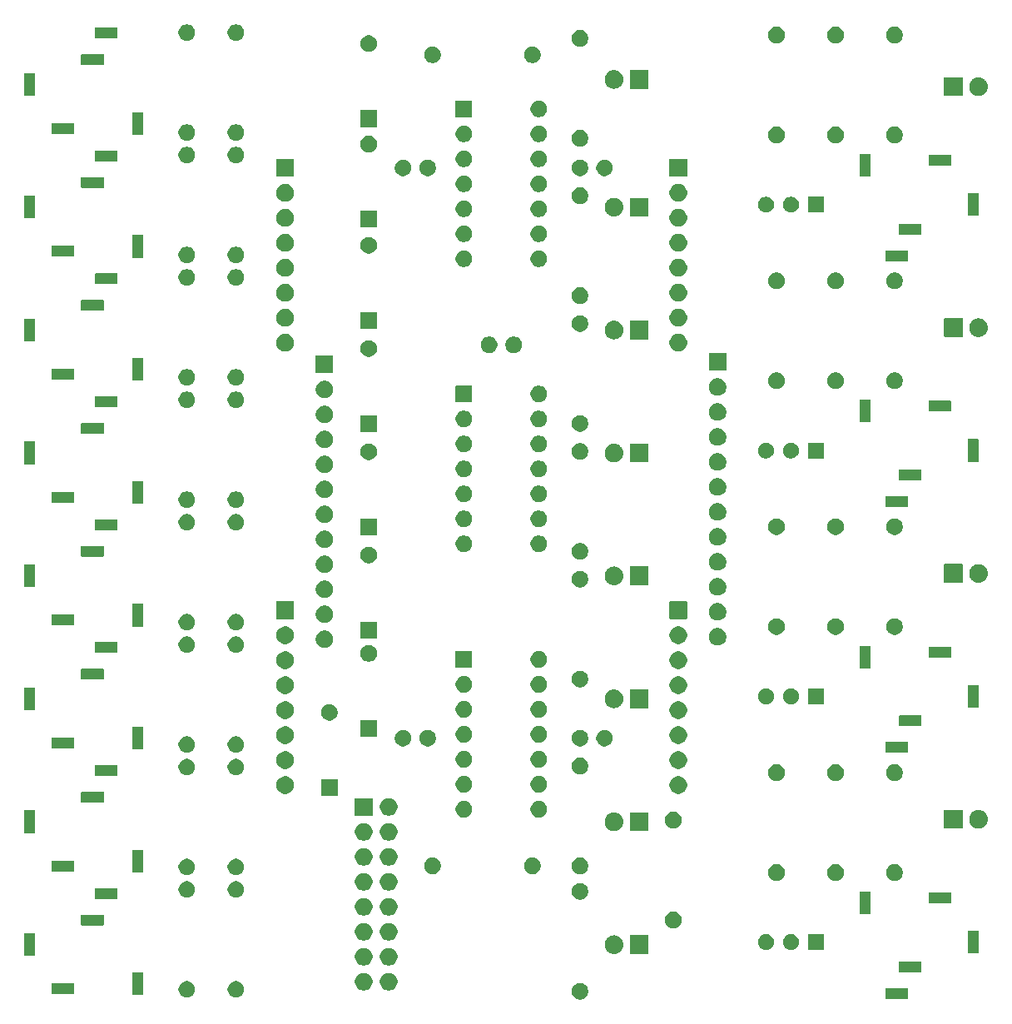
<source format=gbr>
G04 #@! TF.GenerationSoftware,KiCad,Pcbnew,9.0.0*
G04 #@! TF.CreationDate,2025-02-23T16:00:19-07:00*
G04 #@! TF.ProjectId,NOR_THT,4e4f525f-5448-4542-9e6b-696361645f70,rev?*
G04 #@! TF.SameCoordinates,Original*
G04 #@! TF.FileFunction,Soldermask,Top*
G04 #@! TF.FilePolarity,Negative*
%FSLAX46Y46*%
G04 Gerber Fmt 4.6, Leading zero omitted, Abs format (unit mm)*
G04 Created by KiCad (PCBNEW 9.0.0) date 2025-02-23 16:00:19*
%MOMM*%
%LPD*%
G01*
G04 APERTURE LIST*
G04 APERTURE END LIST*
G36*
X58247032Y-97935644D02*
G01*
X58401159Y-97999485D01*
X58539869Y-98092168D01*
X58657832Y-98210131D01*
X58750515Y-98348841D01*
X58814356Y-98502968D01*
X58846902Y-98666587D01*
X58846902Y-98833413D01*
X58814356Y-98997032D01*
X58750515Y-99151159D01*
X58657832Y-99289869D01*
X58539869Y-99407832D01*
X58401159Y-99500515D01*
X58247032Y-99564356D01*
X58083413Y-99596902D01*
X57916587Y-99596902D01*
X57752968Y-99564356D01*
X57598841Y-99500515D01*
X57460131Y-99407832D01*
X57342168Y-99289869D01*
X57249485Y-99151159D01*
X57185644Y-98997032D01*
X57153098Y-98833413D01*
X57153098Y-98666587D01*
X57185644Y-98502968D01*
X57249485Y-98348841D01*
X57342168Y-98210131D01*
X57460131Y-98092168D01*
X57598841Y-97999485D01*
X57752968Y-97935644D01*
X57916587Y-97903098D01*
X58083413Y-97903098D01*
X58247032Y-97935644D01*
G37*
G36*
X91319517Y-98402882D02*
G01*
X91336062Y-98413938D01*
X91347118Y-98430483D01*
X91351000Y-98450000D01*
X91351000Y-99450000D01*
X91347118Y-99469517D01*
X91336062Y-99486062D01*
X91319517Y-99497118D01*
X91300000Y-99501000D01*
X89100000Y-99501000D01*
X89080483Y-99497118D01*
X89063938Y-99486062D01*
X89052882Y-99469517D01*
X89049000Y-99450000D01*
X89049000Y-98450000D01*
X89052882Y-98430483D01*
X89063938Y-98413938D01*
X89080483Y-98402882D01*
X89100000Y-98399000D01*
X91300000Y-98399000D01*
X91319517Y-98402882D01*
G37*
G36*
X18247032Y-97745644D02*
G01*
X18401159Y-97809485D01*
X18539869Y-97902168D01*
X18657832Y-98020131D01*
X18750515Y-98158841D01*
X18814356Y-98312968D01*
X18846902Y-98476587D01*
X18846902Y-98643413D01*
X18814356Y-98807032D01*
X18750515Y-98961159D01*
X18657832Y-99099869D01*
X18539869Y-99217832D01*
X18401159Y-99310515D01*
X18247032Y-99374356D01*
X18083413Y-99406902D01*
X17916587Y-99406902D01*
X17752968Y-99374356D01*
X17598841Y-99310515D01*
X17460131Y-99217832D01*
X17342168Y-99099869D01*
X17249485Y-98961159D01*
X17185644Y-98807032D01*
X17153098Y-98643413D01*
X17153098Y-98476587D01*
X17185644Y-98312968D01*
X17249485Y-98158841D01*
X17342168Y-98020131D01*
X17460131Y-97902168D01*
X17598841Y-97809485D01*
X17752968Y-97745644D01*
X17916587Y-97713098D01*
X18083413Y-97713098D01*
X18247032Y-97745644D01*
G37*
G36*
X23247032Y-97745644D02*
G01*
X23401159Y-97809485D01*
X23539869Y-97902168D01*
X23657832Y-98020131D01*
X23750515Y-98158841D01*
X23814356Y-98312968D01*
X23846902Y-98476587D01*
X23846902Y-98643413D01*
X23814356Y-98807032D01*
X23750515Y-98961159D01*
X23657832Y-99099869D01*
X23539869Y-99217832D01*
X23401159Y-99310515D01*
X23247032Y-99374356D01*
X23083413Y-99406902D01*
X22916587Y-99406902D01*
X22752968Y-99374356D01*
X22598841Y-99310515D01*
X22460131Y-99217832D01*
X22342168Y-99099869D01*
X22249485Y-98961159D01*
X22185644Y-98807032D01*
X22153098Y-98643413D01*
X22153098Y-98476587D01*
X22185644Y-98312968D01*
X22249485Y-98158841D01*
X22342168Y-98020131D01*
X22460131Y-97902168D01*
X22598841Y-97809485D01*
X22752968Y-97745644D01*
X22916587Y-97713098D01*
X23083413Y-97713098D01*
X23247032Y-97745644D01*
G37*
G36*
X13519517Y-96852882D02*
G01*
X13536062Y-96863938D01*
X13547118Y-96880483D01*
X13551000Y-96900000D01*
X13551000Y-99100000D01*
X13547118Y-99119517D01*
X13536062Y-99136062D01*
X13519517Y-99147118D01*
X13500000Y-99151000D01*
X12500000Y-99151000D01*
X12480483Y-99147118D01*
X12463938Y-99136062D01*
X12452882Y-99119517D01*
X12449000Y-99100000D01*
X12449000Y-96900000D01*
X12452882Y-96880483D01*
X12463938Y-96863938D01*
X12480483Y-96852882D01*
X12500000Y-96849000D01*
X13500000Y-96849000D01*
X13519517Y-96852882D01*
G37*
G36*
X6519517Y-97952882D02*
G01*
X6536062Y-97963938D01*
X6547118Y-97980483D01*
X6551000Y-98000000D01*
X6551000Y-99000000D01*
X6547118Y-99019517D01*
X6536062Y-99036062D01*
X6519517Y-99047118D01*
X6500000Y-99051000D01*
X4300000Y-99051000D01*
X4280483Y-99047118D01*
X4263938Y-99036062D01*
X4252882Y-99019517D01*
X4249000Y-99000000D01*
X4249000Y-98000000D01*
X4252882Y-97980483D01*
X4263938Y-97963938D01*
X4280483Y-97952882D01*
X4300000Y-97949000D01*
X6500000Y-97949000D01*
X6519517Y-97952882D01*
G37*
G36*
X36261546Y-96917797D02*
G01*
X36424728Y-96985389D01*
X36571588Y-97083518D01*
X36696482Y-97208412D01*
X36794611Y-97355272D01*
X36862203Y-97518454D01*
X36896661Y-97691687D01*
X36896661Y-97868313D01*
X36862203Y-98041546D01*
X36794611Y-98204728D01*
X36696482Y-98351588D01*
X36571588Y-98476482D01*
X36424728Y-98574611D01*
X36261546Y-98642203D01*
X36088313Y-98676661D01*
X35911687Y-98676661D01*
X35738454Y-98642203D01*
X35575272Y-98574611D01*
X35428412Y-98476482D01*
X35303518Y-98351588D01*
X35205389Y-98204728D01*
X35137797Y-98041546D01*
X35103339Y-97868313D01*
X35103339Y-97691687D01*
X35137797Y-97518454D01*
X35205389Y-97355272D01*
X35303518Y-97208412D01*
X35428412Y-97083518D01*
X35575272Y-96985389D01*
X35738454Y-96917797D01*
X35911687Y-96883339D01*
X36088313Y-96883339D01*
X36261546Y-96917797D01*
G37*
G36*
X38801546Y-96917797D02*
G01*
X38964728Y-96985389D01*
X39111588Y-97083518D01*
X39236482Y-97208412D01*
X39334611Y-97355272D01*
X39402203Y-97518454D01*
X39436661Y-97691687D01*
X39436661Y-97868313D01*
X39402203Y-98041546D01*
X39334611Y-98204728D01*
X39236482Y-98351588D01*
X39111588Y-98476482D01*
X38964728Y-98574611D01*
X38801546Y-98642203D01*
X38628313Y-98676661D01*
X38451687Y-98676661D01*
X38278454Y-98642203D01*
X38115272Y-98574611D01*
X37968412Y-98476482D01*
X37843518Y-98351588D01*
X37745389Y-98204728D01*
X37677797Y-98041546D01*
X37643339Y-97868313D01*
X37643339Y-97691687D01*
X37677797Y-97518454D01*
X37745389Y-97355272D01*
X37843518Y-97208412D01*
X37968412Y-97083518D01*
X38115272Y-96985389D01*
X38278454Y-96917797D01*
X38451687Y-96883339D01*
X38628313Y-96883339D01*
X38801546Y-96917797D01*
G37*
G36*
X92719517Y-95702882D02*
G01*
X92736062Y-95713938D01*
X92747118Y-95730483D01*
X92751000Y-95750000D01*
X92751000Y-96750000D01*
X92747118Y-96769517D01*
X92736062Y-96786062D01*
X92719517Y-96797118D01*
X92700000Y-96801000D01*
X90500000Y-96801000D01*
X90480483Y-96797118D01*
X90463938Y-96786062D01*
X90452882Y-96769517D01*
X90449000Y-96750000D01*
X90449000Y-95750000D01*
X90452882Y-95730483D01*
X90463938Y-95713938D01*
X90480483Y-95702882D01*
X90500000Y-95699000D01*
X92700000Y-95699000D01*
X92719517Y-95702882D01*
G37*
G36*
X36261546Y-94377797D02*
G01*
X36424728Y-94445389D01*
X36571588Y-94543518D01*
X36696482Y-94668412D01*
X36794611Y-94815272D01*
X36862203Y-94978454D01*
X36896661Y-95151687D01*
X36896661Y-95328313D01*
X36862203Y-95501546D01*
X36794611Y-95664728D01*
X36696482Y-95811588D01*
X36571588Y-95936482D01*
X36424728Y-96034611D01*
X36261546Y-96102203D01*
X36088313Y-96136661D01*
X35911687Y-96136661D01*
X35738454Y-96102203D01*
X35575272Y-96034611D01*
X35428412Y-95936482D01*
X35303518Y-95811588D01*
X35205389Y-95664728D01*
X35137797Y-95501546D01*
X35103339Y-95328313D01*
X35103339Y-95151687D01*
X35137797Y-94978454D01*
X35205389Y-94815272D01*
X35303518Y-94668412D01*
X35428412Y-94543518D01*
X35575272Y-94445389D01*
X35738454Y-94377797D01*
X35911687Y-94343339D01*
X36088313Y-94343339D01*
X36261546Y-94377797D01*
G37*
G36*
X38801546Y-94377797D02*
G01*
X38964728Y-94445389D01*
X39111588Y-94543518D01*
X39236482Y-94668412D01*
X39334611Y-94815272D01*
X39402203Y-94978454D01*
X39436661Y-95151687D01*
X39436661Y-95328313D01*
X39402203Y-95501546D01*
X39334611Y-95664728D01*
X39236482Y-95811588D01*
X39111588Y-95936482D01*
X38964728Y-96034611D01*
X38801546Y-96102203D01*
X38628313Y-96136661D01*
X38451687Y-96136661D01*
X38278454Y-96102203D01*
X38115272Y-96034611D01*
X37968412Y-95936482D01*
X37843518Y-95811588D01*
X37745389Y-95664728D01*
X37677797Y-95501546D01*
X37643339Y-95328313D01*
X37643339Y-95151687D01*
X37677797Y-94978454D01*
X37745389Y-94815272D01*
X37843518Y-94668412D01*
X37968412Y-94543518D01*
X38115272Y-94445389D01*
X38278454Y-94377797D01*
X38451687Y-94343339D01*
X38628313Y-94343339D01*
X38801546Y-94377797D01*
G37*
G36*
X2519517Y-92852882D02*
G01*
X2536062Y-92863938D01*
X2547118Y-92880483D01*
X2551000Y-92900000D01*
X2551000Y-95100000D01*
X2547118Y-95119517D01*
X2536062Y-95136062D01*
X2519517Y-95147118D01*
X2500000Y-95151000D01*
X1500000Y-95151000D01*
X1480483Y-95147118D01*
X1463938Y-95136062D01*
X1452882Y-95119517D01*
X1449000Y-95100000D01*
X1449000Y-92900000D01*
X1452882Y-92880483D01*
X1463938Y-92863938D01*
X1480483Y-92852882D01*
X1500000Y-92849000D01*
X2500000Y-92849000D01*
X2519517Y-92852882D01*
G37*
G36*
X64919517Y-93052882D02*
G01*
X64936062Y-93063938D01*
X64947118Y-93080483D01*
X64951000Y-93100000D01*
X64951000Y-94900000D01*
X64947118Y-94919517D01*
X64936062Y-94936062D01*
X64919517Y-94947118D01*
X64900000Y-94951000D01*
X63100000Y-94951000D01*
X63080483Y-94947118D01*
X63063938Y-94936062D01*
X63052882Y-94919517D01*
X63049000Y-94900000D01*
X63049000Y-93100000D01*
X63052882Y-93080483D01*
X63063938Y-93063938D01*
X63080483Y-93052882D01*
X63100000Y-93049000D01*
X64900000Y-93049000D01*
X64919517Y-93052882D01*
G37*
G36*
X61542553Y-93053579D02*
G01*
X61553214Y-93053579D01*
X61594865Y-93061864D01*
X61681916Y-93075651D01*
X61709918Y-93084749D01*
X61736061Y-93089950D01*
X61772956Y-93105232D01*
X61823784Y-93121748D01*
X61871399Y-93146009D01*
X61908298Y-93161293D01*
X61930463Y-93176103D01*
X61956693Y-93189468D01*
X62027990Y-93241268D01*
X62063308Y-93264867D01*
X62070846Y-93272405D01*
X62077370Y-93277145D01*
X62182854Y-93382629D01*
X62187593Y-93389152D01*
X62195133Y-93396692D01*
X62218734Y-93432014D01*
X62270531Y-93503306D01*
X62283894Y-93529533D01*
X62298707Y-93551702D01*
X62313993Y-93588605D01*
X62338251Y-93636215D01*
X62354764Y-93687035D01*
X62370050Y-93723939D01*
X62375251Y-93750086D01*
X62384348Y-93778083D01*
X62398134Y-93865125D01*
X62406421Y-93906786D01*
X62406421Y-93917447D01*
X62407683Y-93925415D01*
X62407683Y-94074584D01*
X62406421Y-94082551D01*
X62406421Y-94093214D01*
X62398133Y-94134877D01*
X62384348Y-94221916D01*
X62375251Y-94249910D01*
X62370050Y-94276061D01*
X62354762Y-94312968D01*
X62338251Y-94363784D01*
X62313995Y-94411388D01*
X62298707Y-94448298D01*
X62283892Y-94470470D01*
X62270531Y-94496693D01*
X62218742Y-94567973D01*
X62195133Y-94603308D01*
X62187591Y-94610849D01*
X62182854Y-94617370D01*
X62077370Y-94722854D01*
X62070849Y-94727591D01*
X62063308Y-94735133D01*
X62027973Y-94758742D01*
X61956693Y-94810531D01*
X61930470Y-94823892D01*
X61908298Y-94838707D01*
X61871388Y-94853995D01*
X61823784Y-94878251D01*
X61772968Y-94894762D01*
X61736061Y-94910050D01*
X61709910Y-94915251D01*
X61681916Y-94924348D01*
X61594875Y-94938133D01*
X61553214Y-94946421D01*
X61542553Y-94946421D01*
X61534585Y-94947683D01*
X61385415Y-94947683D01*
X61377447Y-94946421D01*
X61366786Y-94946421D01*
X61325125Y-94938134D01*
X61238083Y-94924348D01*
X61210086Y-94915251D01*
X61183939Y-94910050D01*
X61147035Y-94894764D01*
X61096215Y-94878251D01*
X61048605Y-94853993D01*
X61011702Y-94838707D01*
X60989533Y-94823894D01*
X60963306Y-94810531D01*
X60892014Y-94758734D01*
X60856692Y-94735133D01*
X60849152Y-94727593D01*
X60842629Y-94722854D01*
X60737145Y-94617370D01*
X60732405Y-94610846D01*
X60724867Y-94603308D01*
X60701268Y-94567990D01*
X60649468Y-94496693D01*
X60636103Y-94470463D01*
X60621293Y-94448298D01*
X60606009Y-94411399D01*
X60581748Y-94363784D01*
X60565232Y-94312956D01*
X60549950Y-94276061D01*
X60544749Y-94249918D01*
X60535651Y-94221916D01*
X60521864Y-94134867D01*
X60513579Y-94093214D01*
X60513579Y-94082552D01*
X60512317Y-94074584D01*
X60512317Y-93925415D01*
X60513579Y-93917446D01*
X60513579Y-93906786D01*
X60521863Y-93865136D01*
X60535651Y-93778083D01*
X60544750Y-93750078D01*
X60549950Y-93723939D01*
X60565231Y-93687046D01*
X60581748Y-93636215D01*
X60606011Y-93588595D01*
X60621293Y-93551702D01*
X60636101Y-93529539D01*
X60649468Y-93503306D01*
X60701277Y-93431996D01*
X60724867Y-93396692D01*
X60732402Y-93389156D01*
X60737145Y-93382629D01*
X60842629Y-93277145D01*
X60849156Y-93272402D01*
X60856692Y-93264867D01*
X60891996Y-93241277D01*
X60963306Y-93189468D01*
X60989539Y-93176101D01*
X61011702Y-93161293D01*
X61048595Y-93146011D01*
X61096215Y-93121748D01*
X61147046Y-93105231D01*
X61183939Y-93089950D01*
X61210078Y-93084750D01*
X61238083Y-93075651D01*
X61325136Y-93061863D01*
X61366786Y-93053579D01*
X61377447Y-93053579D01*
X61385415Y-93052317D01*
X61534585Y-93052317D01*
X61542553Y-93053579D01*
G37*
G36*
X98519517Y-92602882D02*
G01*
X98536062Y-92613938D01*
X98547118Y-92630483D01*
X98551000Y-92650000D01*
X98551000Y-94850000D01*
X98547118Y-94869517D01*
X98536062Y-94886062D01*
X98519517Y-94897118D01*
X98500000Y-94901000D01*
X97500000Y-94901000D01*
X97480483Y-94897118D01*
X97463938Y-94886062D01*
X97452882Y-94869517D01*
X97449000Y-94850000D01*
X97449000Y-92650000D01*
X97452882Y-92630483D01*
X97463938Y-92613938D01*
X97480483Y-92602882D01*
X97500000Y-92599000D01*
X98500000Y-92599000D01*
X98519517Y-92602882D01*
G37*
G36*
X82779517Y-92942882D02*
G01*
X82796062Y-92953938D01*
X82807118Y-92970483D01*
X82811000Y-92990000D01*
X82811000Y-94510000D01*
X82807118Y-94529517D01*
X82796062Y-94546062D01*
X82779517Y-94557118D01*
X82760000Y-94561000D01*
X81240000Y-94561000D01*
X81220483Y-94557118D01*
X81203938Y-94546062D01*
X81192882Y-94529517D01*
X81189000Y-94510000D01*
X81189000Y-92990000D01*
X81192882Y-92970483D01*
X81203938Y-92953938D01*
X81220483Y-92942882D01*
X81240000Y-92939000D01*
X82760000Y-92939000D01*
X82779517Y-92942882D01*
G37*
G36*
X77155421Y-92973921D02*
G01*
X77302303Y-93034762D01*
X77434493Y-93123089D01*
X77546911Y-93235507D01*
X77635238Y-93367697D01*
X77696079Y-93514579D01*
X77727095Y-93670508D01*
X77727095Y-93829492D01*
X77696079Y-93985421D01*
X77635238Y-94132303D01*
X77546911Y-94264493D01*
X77434493Y-94376911D01*
X77302303Y-94465238D01*
X77155421Y-94526079D01*
X76999492Y-94557095D01*
X76840508Y-94557095D01*
X76684579Y-94526079D01*
X76537697Y-94465238D01*
X76405507Y-94376911D01*
X76293089Y-94264493D01*
X76204762Y-94132303D01*
X76143921Y-93985421D01*
X76112905Y-93829492D01*
X76112905Y-93670508D01*
X76143921Y-93514579D01*
X76204762Y-93367697D01*
X76293089Y-93235507D01*
X76405507Y-93123089D01*
X76537697Y-93034762D01*
X76684579Y-92973921D01*
X76840508Y-92942905D01*
X76999492Y-92942905D01*
X77155421Y-92973921D01*
G37*
G36*
X79695421Y-92973921D02*
G01*
X79842303Y-93034762D01*
X79974493Y-93123089D01*
X80086911Y-93235507D01*
X80175238Y-93367697D01*
X80236079Y-93514579D01*
X80267095Y-93670508D01*
X80267095Y-93829492D01*
X80236079Y-93985421D01*
X80175238Y-94132303D01*
X80086911Y-94264493D01*
X79974493Y-94376911D01*
X79842303Y-94465238D01*
X79695421Y-94526079D01*
X79539492Y-94557095D01*
X79380508Y-94557095D01*
X79224579Y-94526079D01*
X79077697Y-94465238D01*
X78945507Y-94376911D01*
X78833089Y-94264493D01*
X78744762Y-94132303D01*
X78683921Y-93985421D01*
X78652905Y-93829492D01*
X78652905Y-93670508D01*
X78683921Y-93514579D01*
X78744762Y-93367697D01*
X78833089Y-93235507D01*
X78945507Y-93123089D01*
X79077697Y-93034762D01*
X79224579Y-92973921D01*
X79380508Y-92942905D01*
X79539492Y-92942905D01*
X79695421Y-92973921D01*
G37*
G36*
X36261546Y-91837797D02*
G01*
X36424728Y-91905389D01*
X36571588Y-92003518D01*
X36696482Y-92128412D01*
X36794611Y-92275272D01*
X36862203Y-92438454D01*
X36896661Y-92611687D01*
X36896661Y-92788313D01*
X36862203Y-92961546D01*
X36794611Y-93124728D01*
X36696482Y-93271588D01*
X36571588Y-93396482D01*
X36424728Y-93494611D01*
X36261546Y-93562203D01*
X36088313Y-93596661D01*
X35911687Y-93596661D01*
X35738454Y-93562203D01*
X35575272Y-93494611D01*
X35428412Y-93396482D01*
X35303518Y-93271588D01*
X35205389Y-93124728D01*
X35137797Y-92961546D01*
X35103339Y-92788313D01*
X35103339Y-92611687D01*
X35137797Y-92438454D01*
X35205389Y-92275272D01*
X35303518Y-92128412D01*
X35428412Y-92003518D01*
X35575272Y-91905389D01*
X35738454Y-91837797D01*
X35911687Y-91803339D01*
X36088313Y-91803339D01*
X36261546Y-91837797D01*
G37*
G36*
X38801546Y-91837797D02*
G01*
X38964728Y-91905389D01*
X39111588Y-92003518D01*
X39236482Y-92128412D01*
X39334611Y-92275272D01*
X39402203Y-92438454D01*
X39436661Y-92611687D01*
X39436661Y-92788313D01*
X39402203Y-92961546D01*
X39334611Y-93124728D01*
X39236482Y-93271588D01*
X39111588Y-93396482D01*
X38964728Y-93494611D01*
X38801546Y-93562203D01*
X38628313Y-93596661D01*
X38451687Y-93596661D01*
X38278454Y-93562203D01*
X38115272Y-93494611D01*
X37968412Y-93396482D01*
X37843518Y-93271588D01*
X37745389Y-93124728D01*
X37677797Y-92961546D01*
X37643339Y-92788313D01*
X37643339Y-92611687D01*
X37677797Y-92438454D01*
X37745389Y-92275272D01*
X37843518Y-92128412D01*
X37968412Y-92003518D01*
X38115272Y-91905389D01*
X38278454Y-91837797D01*
X38451687Y-91803339D01*
X38628313Y-91803339D01*
X38801546Y-91837797D01*
G37*
G36*
X67747032Y-90685644D02*
G01*
X67901159Y-90749485D01*
X68039869Y-90842168D01*
X68157832Y-90960131D01*
X68250515Y-91098841D01*
X68314356Y-91252968D01*
X68346902Y-91416587D01*
X68346902Y-91583413D01*
X68314356Y-91747032D01*
X68250515Y-91901159D01*
X68157832Y-92039869D01*
X68039869Y-92157832D01*
X67901159Y-92250515D01*
X67747032Y-92314356D01*
X67583413Y-92346902D01*
X67416587Y-92346902D01*
X67252968Y-92314356D01*
X67098841Y-92250515D01*
X66960131Y-92157832D01*
X66842168Y-92039869D01*
X66749485Y-91901159D01*
X66685644Y-91747032D01*
X66653098Y-91583413D01*
X66653098Y-91416587D01*
X66685644Y-91252968D01*
X66749485Y-91098841D01*
X66842168Y-90960131D01*
X66960131Y-90842168D01*
X67098841Y-90749485D01*
X67252968Y-90685644D01*
X67416587Y-90653098D01*
X67583413Y-90653098D01*
X67747032Y-90685644D01*
G37*
G36*
X9519517Y-90952882D02*
G01*
X9536062Y-90963938D01*
X9547118Y-90980483D01*
X9551000Y-91000000D01*
X9551000Y-92000000D01*
X9547118Y-92019517D01*
X9536062Y-92036062D01*
X9519517Y-92047118D01*
X9500000Y-92051000D01*
X7300000Y-92051000D01*
X7280483Y-92047118D01*
X7263938Y-92036062D01*
X7252882Y-92019517D01*
X7249000Y-92000000D01*
X7249000Y-91000000D01*
X7252882Y-90980483D01*
X7263938Y-90963938D01*
X7280483Y-90952882D01*
X7300000Y-90949000D01*
X9500000Y-90949000D01*
X9519517Y-90952882D01*
G37*
G36*
X36261546Y-89297797D02*
G01*
X36424728Y-89365389D01*
X36571588Y-89463518D01*
X36696482Y-89588412D01*
X36794611Y-89735272D01*
X36862203Y-89898454D01*
X36896661Y-90071687D01*
X36896661Y-90248313D01*
X36862203Y-90421546D01*
X36794611Y-90584728D01*
X36696482Y-90731588D01*
X36571588Y-90856482D01*
X36424728Y-90954611D01*
X36261546Y-91022203D01*
X36088313Y-91056661D01*
X35911687Y-91056661D01*
X35738454Y-91022203D01*
X35575272Y-90954611D01*
X35428412Y-90856482D01*
X35303518Y-90731588D01*
X35205389Y-90584728D01*
X35137797Y-90421546D01*
X35103339Y-90248313D01*
X35103339Y-90071687D01*
X35137797Y-89898454D01*
X35205389Y-89735272D01*
X35303518Y-89588412D01*
X35428412Y-89463518D01*
X35575272Y-89365389D01*
X35738454Y-89297797D01*
X35911687Y-89263339D01*
X36088313Y-89263339D01*
X36261546Y-89297797D01*
G37*
G36*
X38801546Y-89297797D02*
G01*
X38964728Y-89365389D01*
X39111588Y-89463518D01*
X39236482Y-89588412D01*
X39334611Y-89735272D01*
X39402203Y-89898454D01*
X39436661Y-90071687D01*
X39436661Y-90248313D01*
X39402203Y-90421546D01*
X39334611Y-90584728D01*
X39236482Y-90731588D01*
X39111588Y-90856482D01*
X38964728Y-90954611D01*
X38801546Y-91022203D01*
X38628313Y-91056661D01*
X38451687Y-91056661D01*
X38278454Y-91022203D01*
X38115272Y-90954611D01*
X37968412Y-90856482D01*
X37843518Y-90731588D01*
X37745389Y-90584728D01*
X37677797Y-90421546D01*
X37643339Y-90248313D01*
X37643339Y-90071687D01*
X37677797Y-89898454D01*
X37745389Y-89735272D01*
X37843518Y-89588412D01*
X37968412Y-89463518D01*
X38115272Y-89365389D01*
X38278454Y-89297797D01*
X38451687Y-89263339D01*
X38628313Y-89263339D01*
X38801546Y-89297797D01*
G37*
G36*
X87519517Y-88602882D02*
G01*
X87536062Y-88613938D01*
X87547118Y-88630483D01*
X87551000Y-88650000D01*
X87551000Y-90850000D01*
X87547118Y-90869517D01*
X87536062Y-90886062D01*
X87519517Y-90897118D01*
X87500000Y-90901000D01*
X86500000Y-90901000D01*
X86480483Y-90897118D01*
X86463938Y-90886062D01*
X86452882Y-90869517D01*
X86449000Y-90850000D01*
X86449000Y-88650000D01*
X86452882Y-88630483D01*
X86463938Y-88613938D01*
X86480483Y-88602882D01*
X86500000Y-88599000D01*
X87500000Y-88599000D01*
X87519517Y-88602882D01*
G37*
G36*
X95719517Y-88702882D02*
G01*
X95736062Y-88713938D01*
X95747118Y-88730483D01*
X95751000Y-88750000D01*
X95751000Y-89750000D01*
X95747118Y-89769517D01*
X95736062Y-89786062D01*
X95719517Y-89797118D01*
X95700000Y-89801000D01*
X93500000Y-89801000D01*
X93480483Y-89797118D01*
X93463938Y-89786062D01*
X93452882Y-89769517D01*
X93449000Y-89750000D01*
X93449000Y-88750000D01*
X93452882Y-88730483D01*
X93463938Y-88713938D01*
X93480483Y-88702882D01*
X93500000Y-88699000D01*
X95700000Y-88699000D01*
X95719517Y-88702882D01*
G37*
G36*
X58247032Y-87775644D02*
G01*
X58401159Y-87839485D01*
X58539869Y-87932168D01*
X58657832Y-88050131D01*
X58750515Y-88188841D01*
X58814356Y-88342968D01*
X58846902Y-88506587D01*
X58846902Y-88673413D01*
X58814356Y-88837032D01*
X58750515Y-88991159D01*
X58657832Y-89129869D01*
X58539869Y-89247832D01*
X58401159Y-89340515D01*
X58247032Y-89404356D01*
X58083413Y-89436902D01*
X57916587Y-89436902D01*
X57752968Y-89404356D01*
X57598841Y-89340515D01*
X57460131Y-89247832D01*
X57342168Y-89129869D01*
X57249485Y-88991159D01*
X57185644Y-88837032D01*
X57153098Y-88673413D01*
X57153098Y-88506587D01*
X57185644Y-88342968D01*
X57249485Y-88188841D01*
X57342168Y-88050131D01*
X57460131Y-87932168D01*
X57598841Y-87839485D01*
X57752968Y-87775644D01*
X57916587Y-87743098D01*
X58083413Y-87743098D01*
X58247032Y-87775644D01*
G37*
G36*
X10919517Y-88252882D02*
G01*
X10936062Y-88263938D01*
X10947118Y-88280483D01*
X10951000Y-88300000D01*
X10951000Y-89300000D01*
X10947118Y-89319517D01*
X10936062Y-89336062D01*
X10919517Y-89347118D01*
X10900000Y-89351000D01*
X8700000Y-89351000D01*
X8680483Y-89347118D01*
X8663938Y-89336062D01*
X8652882Y-89319517D01*
X8649000Y-89300000D01*
X8649000Y-88300000D01*
X8652882Y-88280483D01*
X8663938Y-88263938D01*
X8680483Y-88252882D01*
X8700000Y-88249000D01*
X10900000Y-88249000D01*
X10919517Y-88252882D01*
G37*
G36*
X18247032Y-87585644D02*
G01*
X18401159Y-87649485D01*
X18539869Y-87742168D01*
X18657832Y-87860131D01*
X18750515Y-87998841D01*
X18814356Y-88152968D01*
X18846902Y-88316587D01*
X18846902Y-88483413D01*
X18814356Y-88647032D01*
X18750515Y-88801159D01*
X18657832Y-88939869D01*
X18539869Y-89057832D01*
X18401159Y-89150515D01*
X18247032Y-89214356D01*
X18083413Y-89246902D01*
X17916587Y-89246902D01*
X17752968Y-89214356D01*
X17598841Y-89150515D01*
X17460131Y-89057832D01*
X17342168Y-88939869D01*
X17249485Y-88801159D01*
X17185644Y-88647032D01*
X17153098Y-88483413D01*
X17153098Y-88316587D01*
X17185644Y-88152968D01*
X17249485Y-87998841D01*
X17342168Y-87860131D01*
X17460131Y-87742168D01*
X17598841Y-87649485D01*
X17752968Y-87585644D01*
X17916587Y-87553098D01*
X18083413Y-87553098D01*
X18247032Y-87585644D01*
G37*
G36*
X23247032Y-87585644D02*
G01*
X23401159Y-87649485D01*
X23539869Y-87742168D01*
X23657832Y-87860131D01*
X23750515Y-87998841D01*
X23814356Y-88152968D01*
X23846902Y-88316587D01*
X23846902Y-88483413D01*
X23814356Y-88647032D01*
X23750515Y-88801159D01*
X23657832Y-88939869D01*
X23539869Y-89057832D01*
X23401159Y-89150515D01*
X23247032Y-89214356D01*
X23083413Y-89246902D01*
X22916587Y-89246902D01*
X22752968Y-89214356D01*
X22598841Y-89150515D01*
X22460131Y-89057832D01*
X22342168Y-88939869D01*
X22249485Y-88801159D01*
X22185644Y-88647032D01*
X22153098Y-88483413D01*
X22153098Y-88316587D01*
X22185644Y-88152968D01*
X22249485Y-87998841D01*
X22342168Y-87860131D01*
X22460131Y-87742168D01*
X22598841Y-87649485D01*
X22752968Y-87585644D01*
X22916587Y-87553098D01*
X23083413Y-87553098D01*
X23247032Y-87585644D01*
G37*
G36*
X36261546Y-86757797D02*
G01*
X36424728Y-86825389D01*
X36571588Y-86923518D01*
X36696482Y-87048412D01*
X36794611Y-87195272D01*
X36862203Y-87358454D01*
X36896661Y-87531687D01*
X36896661Y-87708313D01*
X36862203Y-87881546D01*
X36794611Y-88044728D01*
X36696482Y-88191588D01*
X36571588Y-88316482D01*
X36424728Y-88414611D01*
X36261546Y-88482203D01*
X36088313Y-88516661D01*
X35911687Y-88516661D01*
X35738454Y-88482203D01*
X35575272Y-88414611D01*
X35428412Y-88316482D01*
X35303518Y-88191588D01*
X35205389Y-88044728D01*
X35137797Y-87881546D01*
X35103339Y-87708313D01*
X35103339Y-87531687D01*
X35137797Y-87358454D01*
X35205389Y-87195272D01*
X35303518Y-87048412D01*
X35428412Y-86923518D01*
X35575272Y-86825389D01*
X35738454Y-86757797D01*
X35911687Y-86723339D01*
X36088313Y-86723339D01*
X36261546Y-86757797D01*
G37*
G36*
X38801546Y-86757797D02*
G01*
X38964728Y-86825389D01*
X39111588Y-86923518D01*
X39236482Y-87048412D01*
X39334611Y-87195272D01*
X39402203Y-87358454D01*
X39436661Y-87531687D01*
X39436661Y-87708313D01*
X39402203Y-87881546D01*
X39334611Y-88044728D01*
X39236482Y-88191588D01*
X39111588Y-88316482D01*
X38964728Y-88414611D01*
X38801546Y-88482203D01*
X38628313Y-88516661D01*
X38451687Y-88516661D01*
X38278454Y-88482203D01*
X38115272Y-88414611D01*
X37968412Y-88316482D01*
X37843518Y-88191588D01*
X37745389Y-88044728D01*
X37677797Y-87881546D01*
X37643339Y-87708313D01*
X37643339Y-87531687D01*
X37677797Y-87358454D01*
X37745389Y-87195272D01*
X37843518Y-87048412D01*
X37968412Y-86923518D01*
X38115272Y-86825389D01*
X38278454Y-86757797D01*
X38451687Y-86723339D01*
X38628313Y-86723339D01*
X38801546Y-86757797D01*
G37*
G36*
X78247032Y-85845644D02*
G01*
X78401159Y-85909485D01*
X78539869Y-86002168D01*
X78657832Y-86120131D01*
X78750515Y-86258841D01*
X78814356Y-86412968D01*
X78846902Y-86576587D01*
X78846902Y-86743413D01*
X78814356Y-86907032D01*
X78750515Y-87061159D01*
X78657832Y-87199869D01*
X78539869Y-87317832D01*
X78401159Y-87410515D01*
X78247032Y-87474356D01*
X78083413Y-87506902D01*
X77916587Y-87506902D01*
X77752968Y-87474356D01*
X77598841Y-87410515D01*
X77460131Y-87317832D01*
X77342168Y-87199869D01*
X77249485Y-87061159D01*
X77185644Y-86907032D01*
X77153098Y-86743413D01*
X77153098Y-86576587D01*
X77185644Y-86412968D01*
X77249485Y-86258841D01*
X77342168Y-86120131D01*
X77460131Y-86002168D01*
X77598841Y-85909485D01*
X77752968Y-85845644D01*
X77916587Y-85813098D01*
X78083413Y-85813098D01*
X78247032Y-85845644D01*
G37*
G36*
X84247032Y-85845644D02*
G01*
X84401159Y-85909485D01*
X84539869Y-86002168D01*
X84657832Y-86120131D01*
X84750515Y-86258841D01*
X84814356Y-86412968D01*
X84846902Y-86576587D01*
X84846902Y-86743413D01*
X84814356Y-86907032D01*
X84750515Y-87061159D01*
X84657832Y-87199869D01*
X84539869Y-87317832D01*
X84401159Y-87410515D01*
X84247032Y-87474356D01*
X84083413Y-87506902D01*
X83916587Y-87506902D01*
X83752968Y-87474356D01*
X83598841Y-87410515D01*
X83460131Y-87317832D01*
X83342168Y-87199869D01*
X83249485Y-87061159D01*
X83185644Y-86907032D01*
X83153098Y-86743413D01*
X83153098Y-86576587D01*
X83185644Y-86412968D01*
X83249485Y-86258841D01*
X83342168Y-86120131D01*
X83460131Y-86002168D01*
X83598841Y-85909485D01*
X83752968Y-85845644D01*
X83916587Y-85813098D01*
X84083413Y-85813098D01*
X84247032Y-85845644D01*
G37*
G36*
X90247032Y-85845644D02*
G01*
X90401159Y-85909485D01*
X90539869Y-86002168D01*
X90657832Y-86120131D01*
X90750515Y-86258841D01*
X90814356Y-86412968D01*
X90846902Y-86576587D01*
X90846902Y-86743413D01*
X90814356Y-86907032D01*
X90750515Y-87061159D01*
X90657832Y-87199869D01*
X90539869Y-87317832D01*
X90401159Y-87410515D01*
X90247032Y-87474356D01*
X90083413Y-87506902D01*
X89916587Y-87506902D01*
X89752968Y-87474356D01*
X89598841Y-87410515D01*
X89460131Y-87317832D01*
X89342168Y-87199869D01*
X89249485Y-87061159D01*
X89185644Y-86907032D01*
X89153098Y-86743413D01*
X89153098Y-86576587D01*
X89185644Y-86412968D01*
X89249485Y-86258841D01*
X89342168Y-86120131D01*
X89460131Y-86002168D01*
X89598841Y-85909485D01*
X89752968Y-85845644D01*
X89916587Y-85813098D01*
X90083413Y-85813098D01*
X90247032Y-85845644D01*
G37*
G36*
X18247032Y-85295644D02*
G01*
X18401159Y-85359485D01*
X18539869Y-85452168D01*
X18657832Y-85570131D01*
X18750515Y-85708841D01*
X18814356Y-85862968D01*
X18846902Y-86026587D01*
X18846902Y-86193413D01*
X18814356Y-86357032D01*
X18750515Y-86511159D01*
X18657832Y-86649869D01*
X18539869Y-86767832D01*
X18401159Y-86860515D01*
X18247032Y-86924356D01*
X18083413Y-86956902D01*
X17916587Y-86956902D01*
X17752968Y-86924356D01*
X17598841Y-86860515D01*
X17460131Y-86767832D01*
X17342168Y-86649869D01*
X17249485Y-86511159D01*
X17185644Y-86357032D01*
X17153098Y-86193413D01*
X17153098Y-86026587D01*
X17185644Y-85862968D01*
X17249485Y-85708841D01*
X17342168Y-85570131D01*
X17460131Y-85452168D01*
X17598841Y-85359485D01*
X17752968Y-85295644D01*
X17916587Y-85263098D01*
X18083413Y-85263098D01*
X18247032Y-85295644D01*
G37*
G36*
X23247032Y-85295644D02*
G01*
X23401159Y-85359485D01*
X23539869Y-85452168D01*
X23657832Y-85570131D01*
X23750515Y-85708841D01*
X23814356Y-85862968D01*
X23846902Y-86026587D01*
X23846902Y-86193413D01*
X23814356Y-86357032D01*
X23750515Y-86511159D01*
X23657832Y-86649869D01*
X23539869Y-86767832D01*
X23401159Y-86860515D01*
X23247032Y-86924356D01*
X23083413Y-86956902D01*
X22916587Y-86956902D01*
X22752968Y-86924356D01*
X22598841Y-86860515D01*
X22460131Y-86767832D01*
X22342168Y-86649869D01*
X22249485Y-86511159D01*
X22185644Y-86357032D01*
X22153098Y-86193413D01*
X22153098Y-86026587D01*
X22185644Y-85862968D01*
X22249485Y-85708841D01*
X22342168Y-85570131D01*
X22460131Y-85452168D01*
X22598841Y-85359485D01*
X22752968Y-85295644D01*
X22916587Y-85263098D01*
X23083413Y-85263098D01*
X23247032Y-85295644D01*
G37*
G36*
X43247032Y-85185644D02*
G01*
X43401159Y-85249485D01*
X43539869Y-85342168D01*
X43657832Y-85460131D01*
X43750515Y-85598841D01*
X43814356Y-85752968D01*
X43846902Y-85916587D01*
X43846902Y-86083413D01*
X43814356Y-86247032D01*
X43750515Y-86401159D01*
X43657832Y-86539869D01*
X43539869Y-86657832D01*
X43401159Y-86750515D01*
X43247032Y-86814356D01*
X43083413Y-86846902D01*
X42916587Y-86846902D01*
X42752968Y-86814356D01*
X42598841Y-86750515D01*
X42460131Y-86657832D01*
X42342168Y-86539869D01*
X42249485Y-86401159D01*
X42185644Y-86247032D01*
X42153098Y-86083413D01*
X42153098Y-85916587D01*
X42185644Y-85752968D01*
X42249485Y-85598841D01*
X42342168Y-85460131D01*
X42460131Y-85342168D01*
X42598841Y-85249485D01*
X42752968Y-85185644D01*
X42916587Y-85153098D01*
X43083413Y-85153098D01*
X43247032Y-85185644D01*
G37*
G36*
X53407032Y-85185644D02*
G01*
X53561159Y-85249485D01*
X53699869Y-85342168D01*
X53817832Y-85460131D01*
X53910515Y-85598841D01*
X53974356Y-85752968D01*
X54006902Y-85916587D01*
X54006902Y-86083413D01*
X53974356Y-86247032D01*
X53910515Y-86401159D01*
X53817832Y-86539869D01*
X53699869Y-86657832D01*
X53561159Y-86750515D01*
X53407032Y-86814356D01*
X53243413Y-86846902D01*
X53076587Y-86846902D01*
X52912968Y-86814356D01*
X52758841Y-86750515D01*
X52620131Y-86657832D01*
X52502168Y-86539869D01*
X52409485Y-86401159D01*
X52345644Y-86247032D01*
X52313098Y-86083413D01*
X52313098Y-85916587D01*
X52345644Y-85752968D01*
X52409485Y-85598841D01*
X52502168Y-85460131D01*
X52620131Y-85342168D01*
X52758841Y-85249485D01*
X52912968Y-85185644D01*
X53076587Y-85153098D01*
X53243413Y-85153098D01*
X53407032Y-85185644D01*
G37*
G36*
X58247032Y-85185644D02*
G01*
X58401159Y-85249485D01*
X58539869Y-85342168D01*
X58657832Y-85460131D01*
X58750515Y-85598841D01*
X58814356Y-85752968D01*
X58846902Y-85916587D01*
X58846902Y-86083413D01*
X58814356Y-86247032D01*
X58750515Y-86401159D01*
X58657832Y-86539869D01*
X58539869Y-86657832D01*
X58401159Y-86750515D01*
X58247032Y-86814356D01*
X58083413Y-86846902D01*
X57916587Y-86846902D01*
X57752968Y-86814356D01*
X57598841Y-86750515D01*
X57460131Y-86657832D01*
X57342168Y-86539869D01*
X57249485Y-86401159D01*
X57185644Y-86247032D01*
X57153098Y-86083413D01*
X57153098Y-85916587D01*
X57185644Y-85752968D01*
X57249485Y-85598841D01*
X57342168Y-85460131D01*
X57460131Y-85342168D01*
X57598841Y-85249485D01*
X57752968Y-85185644D01*
X57916587Y-85153098D01*
X58083413Y-85153098D01*
X58247032Y-85185644D01*
G37*
G36*
X13519517Y-84352882D02*
G01*
X13536062Y-84363938D01*
X13547118Y-84380483D01*
X13551000Y-84400000D01*
X13551000Y-86600000D01*
X13547118Y-86619517D01*
X13536062Y-86636062D01*
X13519517Y-86647118D01*
X13500000Y-86651000D01*
X12500000Y-86651000D01*
X12480483Y-86647118D01*
X12463938Y-86636062D01*
X12452882Y-86619517D01*
X12449000Y-86600000D01*
X12449000Y-84400000D01*
X12452882Y-84380483D01*
X12463938Y-84363938D01*
X12480483Y-84352882D01*
X12500000Y-84349000D01*
X13500000Y-84349000D01*
X13519517Y-84352882D01*
G37*
G36*
X6519517Y-85452882D02*
G01*
X6536062Y-85463938D01*
X6547118Y-85480483D01*
X6551000Y-85500000D01*
X6551000Y-86500000D01*
X6547118Y-86519517D01*
X6536062Y-86536062D01*
X6519517Y-86547118D01*
X6500000Y-86551000D01*
X4300000Y-86551000D01*
X4280483Y-86547118D01*
X4263938Y-86536062D01*
X4252882Y-86519517D01*
X4249000Y-86500000D01*
X4249000Y-85500000D01*
X4252882Y-85480483D01*
X4263938Y-85463938D01*
X4280483Y-85452882D01*
X4300000Y-85449000D01*
X6500000Y-85449000D01*
X6519517Y-85452882D01*
G37*
G36*
X36261546Y-84217797D02*
G01*
X36424728Y-84285389D01*
X36571588Y-84383518D01*
X36696482Y-84508412D01*
X36794611Y-84655272D01*
X36862203Y-84818454D01*
X36896661Y-84991687D01*
X36896661Y-85168313D01*
X36862203Y-85341546D01*
X36794611Y-85504728D01*
X36696482Y-85651588D01*
X36571588Y-85776482D01*
X36424728Y-85874611D01*
X36261546Y-85942203D01*
X36088313Y-85976661D01*
X35911687Y-85976661D01*
X35738454Y-85942203D01*
X35575272Y-85874611D01*
X35428412Y-85776482D01*
X35303518Y-85651588D01*
X35205389Y-85504728D01*
X35137797Y-85341546D01*
X35103339Y-85168313D01*
X35103339Y-84991687D01*
X35137797Y-84818454D01*
X35205389Y-84655272D01*
X35303518Y-84508412D01*
X35428412Y-84383518D01*
X35575272Y-84285389D01*
X35738454Y-84217797D01*
X35911687Y-84183339D01*
X36088313Y-84183339D01*
X36261546Y-84217797D01*
G37*
G36*
X38801546Y-84217797D02*
G01*
X38964728Y-84285389D01*
X39111588Y-84383518D01*
X39236482Y-84508412D01*
X39334611Y-84655272D01*
X39402203Y-84818454D01*
X39436661Y-84991687D01*
X39436661Y-85168313D01*
X39402203Y-85341546D01*
X39334611Y-85504728D01*
X39236482Y-85651588D01*
X39111588Y-85776482D01*
X38964728Y-85874611D01*
X38801546Y-85942203D01*
X38628313Y-85976661D01*
X38451687Y-85976661D01*
X38278454Y-85942203D01*
X38115272Y-85874611D01*
X37968412Y-85776482D01*
X37843518Y-85651588D01*
X37745389Y-85504728D01*
X37677797Y-85341546D01*
X37643339Y-85168313D01*
X37643339Y-84991687D01*
X37677797Y-84818454D01*
X37745389Y-84655272D01*
X37843518Y-84508412D01*
X37968412Y-84383518D01*
X38115272Y-84285389D01*
X38278454Y-84217797D01*
X38451687Y-84183339D01*
X38628313Y-84183339D01*
X38801546Y-84217797D01*
G37*
G36*
X36261546Y-81677797D02*
G01*
X36424728Y-81745389D01*
X36571588Y-81843518D01*
X36696482Y-81968412D01*
X36794611Y-82115272D01*
X36862203Y-82278454D01*
X36896661Y-82451687D01*
X36896661Y-82628313D01*
X36862203Y-82801546D01*
X36794611Y-82964728D01*
X36696482Y-83111588D01*
X36571588Y-83236482D01*
X36424728Y-83334611D01*
X36261546Y-83402203D01*
X36088313Y-83436661D01*
X35911687Y-83436661D01*
X35738454Y-83402203D01*
X35575272Y-83334611D01*
X35428412Y-83236482D01*
X35303518Y-83111588D01*
X35205389Y-82964728D01*
X35137797Y-82801546D01*
X35103339Y-82628313D01*
X35103339Y-82451687D01*
X35137797Y-82278454D01*
X35205389Y-82115272D01*
X35303518Y-81968412D01*
X35428412Y-81843518D01*
X35575272Y-81745389D01*
X35738454Y-81677797D01*
X35911687Y-81643339D01*
X36088313Y-81643339D01*
X36261546Y-81677797D01*
G37*
G36*
X38801546Y-81677797D02*
G01*
X38964728Y-81745389D01*
X39111588Y-81843518D01*
X39236482Y-81968412D01*
X39334611Y-82115272D01*
X39402203Y-82278454D01*
X39436661Y-82451687D01*
X39436661Y-82628313D01*
X39402203Y-82801546D01*
X39334611Y-82964728D01*
X39236482Y-83111588D01*
X39111588Y-83236482D01*
X38964728Y-83334611D01*
X38801546Y-83402203D01*
X38628313Y-83436661D01*
X38451687Y-83436661D01*
X38278454Y-83402203D01*
X38115272Y-83334611D01*
X37968412Y-83236482D01*
X37843518Y-83111588D01*
X37745389Y-82964728D01*
X37677797Y-82801546D01*
X37643339Y-82628313D01*
X37643339Y-82451687D01*
X37677797Y-82278454D01*
X37745389Y-82115272D01*
X37843518Y-81968412D01*
X37968412Y-81843518D01*
X38115272Y-81745389D01*
X38278454Y-81677797D01*
X38451687Y-81643339D01*
X38628313Y-81643339D01*
X38801546Y-81677797D01*
G37*
G36*
X2519517Y-80352882D02*
G01*
X2536062Y-80363938D01*
X2547118Y-80380483D01*
X2551000Y-80400000D01*
X2551000Y-82600000D01*
X2547118Y-82619517D01*
X2536062Y-82636062D01*
X2519517Y-82647118D01*
X2500000Y-82651000D01*
X1500000Y-82651000D01*
X1480483Y-82647118D01*
X1463938Y-82636062D01*
X1452882Y-82619517D01*
X1449000Y-82600000D01*
X1449000Y-80400000D01*
X1452882Y-80380483D01*
X1463938Y-80363938D01*
X1480483Y-80352882D01*
X1500000Y-80349000D01*
X2500000Y-80349000D01*
X2519517Y-80352882D01*
G37*
G36*
X64919517Y-80552882D02*
G01*
X64936062Y-80563938D01*
X64947118Y-80580483D01*
X64951000Y-80600000D01*
X64951000Y-82400000D01*
X64947118Y-82419517D01*
X64936062Y-82436062D01*
X64919517Y-82447118D01*
X64900000Y-82451000D01*
X63100000Y-82451000D01*
X63080483Y-82447118D01*
X63063938Y-82436062D01*
X63052882Y-82419517D01*
X63049000Y-82400000D01*
X63049000Y-80600000D01*
X63052882Y-80580483D01*
X63063938Y-80563938D01*
X63080483Y-80552882D01*
X63100000Y-80549000D01*
X64900000Y-80549000D01*
X64919517Y-80552882D01*
G37*
G36*
X61542553Y-80553579D02*
G01*
X61553214Y-80553579D01*
X61594865Y-80561864D01*
X61681916Y-80575651D01*
X61709918Y-80584749D01*
X61736061Y-80589950D01*
X61772956Y-80605232D01*
X61823784Y-80621748D01*
X61871399Y-80646009D01*
X61908298Y-80661293D01*
X61930463Y-80676103D01*
X61956693Y-80689468D01*
X62027990Y-80741268D01*
X62063308Y-80764867D01*
X62070846Y-80772405D01*
X62077370Y-80777145D01*
X62182854Y-80882629D01*
X62187593Y-80889152D01*
X62195133Y-80896692D01*
X62218734Y-80932014D01*
X62270531Y-81003306D01*
X62283894Y-81029533D01*
X62298707Y-81051702D01*
X62313993Y-81088605D01*
X62338251Y-81136215D01*
X62354764Y-81187035D01*
X62370050Y-81223939D01*
X62375251Y-81250086D01*
X62384348Y-81278083D01*
X62398134Y-81365125D01*
X62406421Y-81406786D01*
X62406421Y-81417447D01*
X62407683Y-81425415D01*
X62407683Y-81574584D01*
X62406421Y-81582551D01*
X62406421Y-81593214D01*
X62398133Y-81634877D01*
X62384348Y-81721916D01*
X62375251Y-81749910D01*
X62370050Y-81776061D01*
X62354762Y-81812968D01*
X62338251Y-81863784D01*
X62313995Y-81911388D01*
X62298707Y-81948298D01*
X62283892Y-81970470D01*
X62270531Y-81996693D01*
X62218742Y-82067973D01*
X62195133Y-82103308D01*
X62187591Y-82110849D01*
X62182854Y-82117370D01*
X62077370Y-82222854D01*
X62070849Y-82227591D01*
X62063308Y-82235133D01*
X62027973Y-82258742D01*
X61956693Y-82310531D01*
X61930470Y-82323892D01*
X61908298Y-82338707D01*
X61871388Y-82353995D01*
X61823784Y-82378251D01*
X61772968Y-82394762D01*
X61736061Y-82410050D01*
X61709910Y-82415251D01*
X61681916Y-82424348D01*
X61594875Y-82438133D01*
X61553214Y-82446421D01*
X61542553Y-82446421D01*
X61534585Y-82447683D01*
X61385415Y-82447683D01*
X61377447Y-82446421D01*
X61366786Y-82446421D01*
X61325125Y-82438134D01*
X61238083Y-82424348D01*
X61210086Y-82415251D01*
X61183939Y-82410050D01*
X61147035Y-82394764D01*
X61096215Y-82378251D01*
X61048605Y-82353993D01*
X61011702Y-82338707D01*
X60989533Y-82323894D01*
X60963306Y-82310531D01*
X60892014Y-82258734D01*
X60856692Y-82235133D01*
X60849152Y-82227593D01*
X60842629Y-82222854D01*
X60737145Y-82117370D01*
X60732405Y-82110846D01*
X60724867Y-82103308D01*
X60701268Y-82067990D01*
X60649468Y-81996693D01*
X60636103Y-81970463D01*
X60621293Y-81948298D01*
X60606009Y-81911399D01*
X60581748Y-81863784D01*
X60565232Y-81812956D01*
X60549950Y-81776061D01*
X60544749Y-81749918D01*
X60535651Y-81721916D01*
X60521864Y-81634867D01*
X60513579Y-81593214D01*
X60513579Y-81582552D01*
X60512317Y-81574584D01*
X60512317Y-81425415D01*
X60513579Y-81417446D01*
X60513579Y-81406786D01*
X60521863Y-81365136D01*
X60535651Y-81278083D01*
X60544750Y-81250078D01*
X60549950Y-81223939D01*
X60565231Y-81187046D01*
X60581748Y-81136215D01*
X60606011Y-81088595D01*
X60621293Y-81051702D01*
X60636101Y-81029539D01*
X60649468Y-81003306D01*
X60701277Y-80931996D01*
X60724867Y-80896692D01*
X60732402Y-80889156D01*
X60737145Y-80882629D01*
X60842629Y-80777145D01*
X60849156Y-80772402D01*
X60856692Y-80764867D01*
X60891996Y-80741277D01*
X60963306Y-80689468D01*
X60989539Y-80676101D01*
X61011702Y-80661293D01*
X61048595Y-80646011D01*
X61096215Y-80621748D01*
X61147046Y-80605231D01*
X61183939Y-80589950D01*
X61210078Y-80584750D01*
X61238083Y-80575651D01*
X61325136Y-80561863D01*
X61366786Y-80553579D01*
X61377447Y-80553579D01*
X61385415Y-80552317D01*
X61534585Y-80552317D01*
X61542553Y-80553579D01*
G37*
G36*
X96919517Y-80302882D02*
G01*
X96936062Y-80313938D01*
X96947118Y-80330483D01*
X96951000Y-80350000D01*
X96951000Y-82150000D01*
X96947118Y-82169517D01*
X96936062Y-82186062D01*
X96919517Y-82197118D01*
X96900000Y-82201000D01*
X95100000Y-82201000D01*
X95080483Y-82197118D01*
X95063938Y-82186062D01*
X95052882Y-82169517D01*
X95049000Y-82150000D01*
X95049000Y-80350000D01*
X95052882Y-80330483D01*
X95063938Y-80313938D01*
X95080483Y-80302882D01*
X95100000Y-80299000D01*
X96900000Y-80299000D01*
X96919517Y-80302882D01*
G37*
G36*
X98622553Y-80303579D02*
G01*
X98633214Y-80303579D01*
X98674865Y-80311864D01*
X98761916Y-80325651D01*
X98789918Y-80334749D01*
X98816061Y-80339950D01*
X98852956Y-80355232D01*
X98903784Y-80371748D01*
X98951399Y-80396009D01*
X98988298Y-80411293D01*
X99010463Y-80426103D01*
X99036693Y-80439468D01*
X99107990Y-80491268D01*
X99143308Y-80514867D01*
X99150846Y-80522405D01*
X99157370Y-80527145D01*
X99262854Y-80632629D01*
X99267593Y-80639152D01*
X99275133Y-80646692D01*
X99298734Y-80682014D01*
X99350531Y-80753306D01*
X99363894Y-80779533D01*
X99378707Y-80801702D01*
X99393993Y-80838605D01*
X99418251Y-80886215D01*
X99434764Y-80937035D01*
X99450050Y-80973939D01*
X99455251Y-81000086D01*
X99464348Y-81028083D01*
X99478134Y-81115125D01*
X99486421Y-81156786D01*
X99486421Y-81167447D01*
X99487683Y-81175415D01*
X99487683Y-81324584D01*
X99486421Y-81332551D01*
X99486421Y-81343214D01*
X99478133Y-81384877D01*
X99464348Y-81471916D01*
X99455251Y-81499910D01*
X99450050Y-81526061D01*
X99434762Y-81562968D01*
X99418251Y-81613784D01*
X99393995Y-81661388D01*
X99378707Y-81698298D01*
X99363892Y-81720470D01*
X99350531Y-81746693D01*
X99298742Y-81817973D01*
X99275133Y-81853308D01*
X99267591Y-81860849D01*
X99262854Y-81867370D01*
X99157370Y-81972854D01*
X99150849Y-81977591D01*
X99143308Y-81985133D01*
X99107973Y-82008742D01*
X99036693Y-82060531D01*
X99010470Y-82073892D01*
X98988298Y-82088707D01*
X98951388Y-82103995D01*
X98903784Y-82128251D01*
X98852968Y-82144762D01*
X98816061Y-82160050D01*
X98789910Y-82165251D01*
X98761916Y-82174348D01*
X98674875Y-82188133D01*
X98633214Y-82196421D01*
X98622553Y-82196421D01*
X98614585Y-82197683D01*
X98465415Y-82197683D01*
X98457447Y-82196421D01*
X98446786Y-82196421D01*
X98405125Y-82188134D01*
X98318083Y-82174348D01*
X98290086Y-82165251D01*
X98263939Y-82160050D01*
X98227035Y-82144764D01*
X98176215Y-82128251D01*
X98128605Y-82103993D01*
X98091702Y-82088707D01*
X98069533Y-82073894D01*
X98043306Y-82060531D01*
X97972014Y-82008734D01*
X97936692Y-81985133D01*
X97929152Y-81977593D01*
X97922629Y-81972854D01*
X97817145Y-81867370D01*
X97812405Y-81860846D01*
X97804867Y-81853308D01*
X97781268Y-81817990D01*
X97729468Y-81746693D01*
X97716103Y-81720463D01*
X97701293Y-81698298D01*
X97686009Y-81661399D01*
X97661748Y-81613784D01*
X97645232Y-81562956D01*
X97629950Y-81526061D01*
X97624749Y-81499918D01*
X97615651Y-81471916D01*
X97601864Y-81384867D01*
X97593579Y-81343214D01*
X97593579Y-81332552D01*
X97592317Y-81324584D01*
X97592317Y-81175415D01*
X97593579Y-81167446D01*
X97593579Y-81156786D01*
X97601863Y-81115136D01*
X97615651Y-81028083D01*
X97624750Y-81000078D01*
X97629950Y-80973939D01*
X97645231Y-80937046D01*
X97661748Y-80886215D01*
X97686011Y-80838595D01*
X97701293Y-80801702D01*
X97716101Y-80779539D01*
X97729468Y-80753306D01*
X97781277Y-80681996D01*
X97804867Y-80646692D01*
X97812402Y-80639156D01*
X97817145Y-80632629D01*
X97922629Y-80527145D01*
X97929156Y-80522402D01*
X97936692Y-80514867D01*
X97971996Y-80491277D01*
X98043306Y-80439468D01*
X98069539Y-80426101D01*
X98091702Y-80411293D01*
X98128595Y-80396011D01*
X98176215Y-80371748D01*
X98227046Y-80355231D01*
X98263939Y-80339950D01*
X98290078Y-80334750D01*
X98318083Y-80325651D01*
X98405136Y-80311863D01*
X98446786Y-80303579D01*
X98457447Y-80303579D01*
X98465415Y-80302317D01*
X98614585Y-80302317D01*
X98622553Y-80303579D01*
G37*
G36*
X67747032Y-80525644D02*
G01*
X67901159Y-80589485D01*
X68039869Y-80682168D01*
X68157832Y-80800131D01*
X68250515Y-80938841D01*
X68314356Y-81092968D01*
X68346902Y-81256587D01*
X68346902Y-81423413D01*
X68314356Y-81587032D01*
X68250515Y-81741159D01*
X68157832Y-81879869D01*
X68039869Y-81997832D01*
X67901159Y-82090515D01*
X67747032Y-82154356D01*
X67583413Y-82186902D01*
X67416587Y-82186902D01*
X67252968Y-82154356D01*
X67098841Y-82090515D01*
X66960131Y-81997832D01*
X66842168Y-81879869D01*
X66749485Y-81741159D01*
X66685644Y-81587032D01*
X66653098Y-81423413D01*
X66653098Y-81256587D01*
X66685644Y-81092968D01*
X66749485Y-80938841D01*
X66842168Y-80800131D01*
X66960131Y-80682168D01*
X67098841Y-80589485D01*
X67252968Y-80525644D01*
X67416587Y-80493098D01*
X67583413Y-80493098D01*
X67747032Y-80525644D01*
G37*
G36*
X46437032Y-79425644D02*
G01*
X46591159Y-79489485D01*
X46729869Y-79582168D01*
X46847832Y-79700131D01*
X46940515Y-79838841D01*
X47004356Y-79992968D01*
X47036902Y-80156587D01*
X47036902Y-80323413D01*
X47004356Y-80487032D01*
X46940515Y-80641159D01*
X46847832Y-80779869D01*
X46729869Y-80897832D01*
X46591159Y-80990515D01*
X46437032Y-81054356D01*
X46273413Y-81086902D01*
X46106587Y-81086902D01*
X45942968Y-81054356D01*
X45788841Y-80990515D01*
X45650131Y-80897832D01*
X45532168Y-80779869D01*
X45439485Y-80641159D01*
X45375644Y-80487032D01*
X45343098Y-80323413D01*
X45343098Y-80156587D01*
X45375644Y-79992968D01*
X45439485Y-79838841D01*
X45532168Y-79700131D01*
X45650131Y-79582168D01*
X45788841Y-79489485D01*
X45942968Y-79425644D01*
X46106587Y-79393098D01*
X46273413Y-79393098D01*
X46437032Y-79425644D01*
G37*
G36*
X54057032Y-79425644D02*
G01*
X54211159Y-79489485D01*
X54349869Y-79582168D01*
X54467832Y-79700131D01*
X54560515Y-79838841D01*
X54624356Y-79992968D01*
X54656902Y-80156587D01*
X54656902Y-80323413D01*
X54624356Y-80487032D01*
X54560515Y-80641159D01*
X54467832Y-80779869D01*
X54349869Y-80897832D01*
X54211159Y-80990515D01*
X54057032Y-81054356D01*
X53893413Y-81086902D01*
X53726587Y-81086902D01*
X53562968Y-81054356D01*
X53408841Y-80990515D01*
X53270131Y-80897832D01*
X53152168Y-80779869D01*
X53059485Y-80641159D01*
X52995644Y-80487032D01*
X52963098Y-80323413D01*
X52963098Y-80156587D01*
X52995644Y-79992968D01*
X53059485Y-79838841D01*
X53152168Y-79700131D01*
X53270131Y-79582168D01*
X53408841Y-79489485D01*
X53562968Y-79425644D01*
X53726587Y-79393098D01*
X53893413Y-79393098D01*
X54057032Y-79425644D01*
G37*
G36*
X36869517Y-79102882D02*
G01*
X36886062Y-79113938D01*
X36897118Y-79130483D01*
X36901000Y-79150000D01*
X36901000Y-80850000D01*
X36897118Y-80869517D01*
X36886062Y-80886062D01*
X36869517Y-80897118D01*
X36850000Y-80901000D01*
X35150000Y-80901000D01*
X35130483Y-80897118D01*
X35113938Y-80886062D01*
X35102882Y-80869517D01*
X35099000Y-80850000D01*
X35099000Y-79150000D01*
X35102882Y-79130483D01*
X35113938Y-79113938D01*
X35130483Y-79102882D01*
X35150000Y-79099000D01*
X36850000Y-79099000D01*
X36869517Y-79102882D01*
G37*
G36*
X38801546Y-79137797D02*
G01*
X38964728Y-79205389D01*
X39111588Y-79303518D01*
X39236482Y-79428412D01*
X39334611Y-79575272D01*
X39402203Y-79738454D01*
X39436661Y-79911687D01*
X39436661Y-80088313D01*
X39402203Y-80261546D01*
X39334611Y-80424728D01*
X39236482Y-80571588D01*
X39111588Y-80696482D01*
X38964728Y-80794611D01*
X38801546Y-80862203D01*
X38628313Y-80896661D01*
X38451687Y-80896661D01*
X38278454Y-80862203D01*
X38115272Y-80794611D01*
X37968412Y-80696482D01*
X37843518Y-80571588D01*
X37745389Y-80424728D01*
X37677797Y-80261546D01*
X37643339Y-80088313D01*
X37643339Y-79911687D01*
X37677797Y-79738454D01*
X37745389Y-79575272D01*
X37843518Y-79428412D01*
X37968412Y-79303518D01*
X38115272Y-79205389D01*
X38278454Y-79137797D01*
X38451687Y-79103339D01*
X38628313Y-79103339D01*
X38801546Y-79137797D01*
G37*
G36*
X9519517Y-78452882D02*
G01*
X9536062Y-78463938D01*
X9547118Y-78480483D01*
X9551000Y-78500000D01*
X9551000Y-79500000D01*
X9547118Y-79519517D01*
X9536062Y-79536062D01*
X9519517Y-79547118D01*
X9500000Y-79551000D01*
X7300000Y-79551000D01*
X7280483Y-79547118D01*
X7263938Y-79536062D01*
X7252882Y-79519517D01*
X7249000Y-79500000D01*
X7249000Y-78500000D01*
X7252882Y-78480483D01*
X7263938Y-78463938D01*
X7280483Y-78452882D01*
X7300000Y-78449000D01*
X9500000Y-78449000D01*
X9519517Y-78452882D01*
G37*
G36*
X33319517Y-77152882D02*
G01*
X33336062Y-77163938D01*
X33347118Y-77180483D01*
X33351000Y-77200000D01*
X33351000Y-78800000D01*
X33347118Y-78819517D01*
X33336062Y-78836062D01*
X33319517Y-78847118D01*
X33300000Y-78851000D01*
X31700000Y-78851000D01*
X31680483Y-78847118D01*
X31663938Y-78836062D01*
X31652882Y-78819517D01*
X31649000Y-78800000D01*
X31649000Y-77200000D01*
X31652882Y-77180483D01*
X31663938Y-77163938D01*
X31680483Y-77152882D01*
X31700000Y-77149000D01*
X33300000Y-77149000D01*
X33319517Y-77152882D01*
G37*
G36*
X28261546Y-76917797D02*
G01*
X28424728Y-76985389D01*
X28571588Y-77083518D01*
X28696482Y-77208412D01*
X28794611Y-77355272D01*
X28862203Y-77518454D01*
X28896661Y-77691687D01*
X28896661Y-77868313D01*
X28862203Y-78041546D01*
X28794611Y-78204728D01*
X28696482Y-78351588D01*
X28571588Y-78476482D01*
X28424728Y-78574611D01*
X28261546Y-78642203D01*
X28088313Y-78676661D01*
X27911687Y-78676661D01*
X27738454Y-78642203D01*
X27575272Y-78574611D01*
X27428412Y-78476482D01*
X27303518Y-78351588D01*
X27205389Y-78204728D01*
X27137797Y-78041546D01*
X27103339Y-77868313D01*
X27103339Y-77691687D01*
X27137797Y-77518454D01*
X27205389Y-77355272D01*
X27303518Y-77208412D01*
X27428412Y-77083518D01*
X27575272Y-76985389D01*
X27738454Y-76917797D01*
X27911687Y-76883339D01*
X28088313Y-76883339D01*
X28261546Y-76917797D01*
G37*
G36*
X68261546Y-76917797D02*
G01*
X68424728Y-76985389D01*
X68571588Y-77083518D01*
X68696482Y-77208412D01*
X68794611Y-77355272D01*
X68862203Y-77518454D01*
X68896661Y-77691687D01*
X68896661Y-77868313D01*
X68862203Y-78041546D01*
X68794611Y-78204728D01*
X68696482Y-78351588D01*
X68571588Y-78476482D01*
X68424728Y-78574611D01*
X68261546Y-78642203D01*
X68088313Y-78676661D01*
X67911687Y-78676661D01*
X67738454Y-78642203D01*
X67575272Y-78574611D01*
X67428412Y-78476482D01*
X67303518Y-78351588D01*
X67205389Y-78204728D01*
X67137797Y-78041546D01*
X67103339Y-77868313D01*
X67103339Y-77691687D01*
X67137797Y-77518454D01*
X67205389Y-77355272D01*
X67303518Y-77208412D01*
X67428412Y-77083518D01*
X67575272Y-76985389D01*
X67738454Y-76917797D01*
X67911687Y-76883339D01*
X68088313Y-76883339D01*
X68261546Y-76917797D01*
G37*
G36*
X46437032Y-76885644D02*
G01*
X46591159Y-76949485D01*
X46729869Y-77042168D01*
X46847832Y-77160131D01*
X46940515Y-77298841D01*
X47004356Y-77452968D01*
X47036902Y-77616587D01*
X47036902Y-77783413D01*
X47004356Y-77947032D01*
X46940515Y-78101159D01*
X46847832Y-78239869D01*
X46729869Y-78357832D01*
X46591159Y-78450515D01*
X46437032Y-78514356D01*
X46273413Y-78546902D01*
X46106587Y-78546902D01*
X45942968Y-78514356D01*
X45788841Y-78450515D01*
X45650131Y-78357832D01*
X45532168Y-78239869D01*
X45439485Y-78101159D01*
X45375644Y-77947032D01*
X45343098Y-77783413D01*
X45343098Y-77616587D01*
X45375644Y-77452968D01*
X45439485Y-77298841D01*
X45532168Y-77160131D01*
X45650131Y-77042168D01*
X45788841Y-76949485D01*
X45942968Y-76885644D01*
X46106587Y-76853098D01*
X46273413Y-76853098D01*
X46437032Y-76885644D01*
G37*
G36*
X54057032Y-76885644D02*
G01*
X54211159Y-76949485D01*
X54349869Y-77042168D01*
X54467832Y-77160131D01*
X54560515Y-77298841D01*
X54624356Y-77452968D01*
X54656902Y-77616587D01*
X54656902Y-77783413D01*
X54624356Y-77947032D01*
X54560515Y-78101159D01*
X54467832Y-78239869D01*
X54349869Y-78357832D01*
X54211159Y-78450515D01*
X54057032Y-78514356D01*
X53893413Y-78546902D01*
X53726587Y-78546902D01*
X53562968Y-78514356D01*
X53408841Y-78450515D01*
X53270131Y-78357832D01*
X53152168Y-78239869D01*
X53059485Y-78101159D01*
X52995644Y-77947032D01*
X52963098Y-77783413D01*
X52963098Y-77616587D01*
X52995644Y-77452968D01*
X53059485Y-77298841D01*
X53152168Y-77160131D01*
X53270131Y-77042168D01*
X53408841Y-76949485D01*
X53562968Y-76885644D01*
X53726587Y-76853098D01*
X53893413Y-76853098D01*
X54057032Y-76885644D01*
G37*
G36*
X78247032Y-75685644D02*
G01*
X78401159Y-75749485D01*
X78539869Y-75842168D01*
X78657832Y-75960131D01*
X78750515Y-76098841D01*
X78814356Y-76252968D01*
X78846902Y-76416587D01*
X78846902Y-76583413D01*
X78814356Y-76747032D01*
X78750515Y-76901159D01*
X78657832Y-77039869D01*
X78539869Y-77157832D01*
X78401159Y-77250515D01*
X78247032Y-77314356D01*
X78083413Y-77346902D01*
X77916587Y-77346902D01*
X77752968Y-77314356D01*
X77598841Y-77250515D01*
X77460131Y-77157832D01*
X77342168Y-77039869D01*
X77249485Y-76901159D01*
X77185644Y-76747032D01*
X77153098Y-76583413D01*
X77153098Y-76416587D01*
X77185644Y-76252968D01*
X77249485Y-76098841D01*
X77342168Y-75960131D01*
X77460131Y-75842168D01*
X77598841Y-75749485D01*
X77752968Y-75685644D01*
X77916587Y-75653098D01*
X78083413Y-75653098D01*
X78247032Y-75685644D01*
G37*
G36*
X84247032Y-75685644D02*
G01*
X84401159Y-75749485D01*
X84539869Y-75842168D01*
X84657832Y-75960131D01*
X84750515Y-76098841D01*
X84814356Y-76252968D01*
X84846902Y-76416587D01*
X84846902Y-76583413D01*
X84814356Y-76747032D01*
X84750515Y-76901159D01*
X84657832Y-77039869D01*
X84539869Y-77157832D01*
X84401159Y-77250515D01*
X84247032Y-77314356D01*
X84083413Y-77346902D01*
X83916587Y-77346902D01*
X83752968Y-77314356D01*
X83598841Y-77250515D01*
X83460131Y-77157832D01*
X83342168Y-77039869D01*
X83249485Y-76901159D01*
X83185644Y-76747032D01*
X83153098Y-76583413D01*
X83153098Y-76416587D01*
X83185644Y-76252968D01*
X83249485Y-76098841D01*
X83342168Y-75960131D01*
X83460131Y-75842168D01*
X83598841Y-75749485D01*
X83752968Y-75685644D01*
X83916587Y-75653098D01*
X84083413Y-75653098D01*
X84247032Y-75685644D01*
G37*
G36*
X90247032Y-75685644D02*
G01*
X90401159Y-75749485D01*
X90539869Y-75842168D01*
X90657832Y-75960131D01*
X90750515Y-76098841D01*
X90814356Y-76252968D01*
X90846902Y-76416587D01*
X90846902Y-76583413D01*
X90814356Y-76747032D01*
X90750515Y-76901159D01*
X90657832Y-77039869D01*
X90539869Y-77157832D01*
X90401159Y-77250515D01*
X90247032Y-77314356D01*
X90083413Y-77346902D01*
X89916587Y-77346902D01*
X89752968Y-77314356D01*
X89598841Y-77250515D01*
X89460131Y-77157832D01*
X89342168Y-77039869D01*
X89249485Y-76901159D01*
X89185644Y-76747032D01*
X89153098Y-76583413D01*
X89153098Y-76416587D01*
X89185644Y-76252968D01*
X89249485Y-76098841D01*
X89342168Y-75960131D01*
X89460131Y-75842168D01*
X89598841Y-75749485D01*
X89752968Y-75685644D01*
X89916587Y-75653098D01*
X90083413Y-75653098D01*
X90247032Y-75685644D01*
G37*
G36*
X10919517Y-75752882D02*
G01*
X10936062Y-75763938D01*
X10947118Y-75780483D01*
X10951000Y-75800000D01*
X10951000Y-76800000D01*
X10947118Y-76819517D01*
X10936062Y-76836062D01*
X10919517Y-76847118D01*
X10900000Y-76851000D01*
X8700000Y-76851000D01*
X8680483Y-76847118D01*
X8663938Y-76836062D01*
X8652882Y-76819517D01*
X8649000Y-76800000D01*
X8649000Y-75800000D01*
X8652882Y-75780483D01*
X8663938Y-75763938D01*
X8680483Y-75752882D01*
X8700000Y-75749000D01*
X10900000Y-75749000D01*
X10919517Y-75752882D01*
G37*
G36*
X18247032Y-75135644D02*
G01*
X18401159Y-75199485D01*
X18539869Y-75292168D01*
X18657832Y-75410131D01*
X18750515Y-75548841D01*
X18814356Y-75702968D01*
X18846902Y-75866587D01*
X18846902Y-76033413D01*
X18814356Y-76197032D01*
X18750515Y-76351159D01*
X18657832Y-76489869D01*
X18539869Y-76607832D01*
X18401159Y-76700515D01*
X18247032Y-76764356D01*
X18083413Y-76796902D01*
X17916587Y-76796902D01*
X17752968Y-76764356D01*
X17598841Y-76700515D01*
X17460131Y-76607832D01*
X17342168Y-76489869D01*
X17249485Y-76351159D01*
X17185644Y-76197032D01*
X17153098Y-76033413D01*
X17153098Y-75866587D01*
X17185644Y-75702968D01*
X17249485Y-75548841D01*
X17342168Y-75410131D01*
X17460131Y-75292168D01*
X17598841Y-75199485D01*
X17752968Y-75135644D01*
X17916587Y-75103098D01*
X18083413Y-75103098D01*
X18247032Y-75135644D01*
G37*
G36*
X23247032Y-75135644D02*
G01*
X23401159Y-75199485D01*
X23539869Y-75292168D01*
X23657832Y-75410131D01*
X23750515Y-75548841D01*
X23814356Y-75702968D01*
X23846902Y-75866587D01*
X23846902Y-76033413D01*
X23814356Y-76197032D01*
X23750515Y-76351159D01*
X23657832Y-76489869D01*
X23539869Y-76607832D01*
X23401159Y-76700515D01*
X23247032Y-76764356D01*
X23083413Y-76796902D01*
X22916587Y-76796902D01*
X22752968Y-76764356D01*
X22598841Y-76700515D01*
X22460131Y-76607832D01*
X22342168Y-76489869D01*
X22249485Y-76351159D01*
X22185644Y-76197032D01*
X22153098Y-76033413D01*
X22153098Y-75866587D01*
X22185644Y-75702968D01*
X22249485Y-75548841D01*
X22342168Y-75410131D01*
X22460131Y-75292168D01*
X22598841Y-75199485D01*
X22752968Y-75135644D01*
X22916587Y-75103098D01*
X23083413Y-75103098D01*
X23247032Y-75135644D01*
G37*
G36*
X58247032Y-75025644D02*
G01*
X58401159Y-75089485D01*
X58539869Y-75182168D01*
X58657832Y-75300131D01*
X58750515Y-75438841D01*
X58814356Y-75592968D01*
X58846902Y-75756587D01*
X58846902Y-75923413D01*
X58814356Y-76087032D01*
X58750515Y-76241159D01*
X58657832Y-76379869D01*
X58539869Y-76497832D01*
X58401159Y-76590515D01*
X58247032Y-76654356D01*
X58083413Y-76686902D01*
X57916587Y-76686902D01*
X57752968Y-76654356D01*
X57598841Y-76590515D01*
X57460131Y-76497832D01*
X57342168Y-76379869D01*
X57249485Y-76241159D01*
X57185644Y-76087032D01*
X57153098Y-75923413D01*
X57153098Y-75756587D01*
X57185644Y-75592968D01*
X57249485Y-75438841D01*
X57342168Y-75300131D01*
X57460131Y-75182168D01*
X57598841Y-75089485D01*
X57752968Y-75025644D01*
X57916587Y-74993098D01*
X58083413Y-74993098D01*
X58247032Y-75025644D01*
G37*
G36*
X28261546Y-74377797D02*
G01*
X28424728Y-74445389D01*
X28571588Y-74543518D01*
X28696482Y-74668412D01*
X28794611Y-74815272D01*
X28862203Y-74978454D01*
X28896661Y-75151687D01*
X28896661Y-75328313D01*
X28862203Y-75501546D01*
X28794611Y-75664728D01*
X28696482Y-75811588D01*
X28571588Y-75936482D01*
X28424728Y-76034611D01*
X28261546Y-76102203D01*
X28088313Y-76136661D01*
X27911687Y-76136661D01*
X27738454Y-76102203D01*
X27575272Y-76034611D01*
X27428412Y-75936482D01*
X27303518Y-75811588D01*
X27205389Y-75664728D01*
X27137797Y-75501546D01*
X27103339Y-75328313D01*
X27103339Y-75151687D01*
X27137797Y-74978454D01*
X27205389Y-74815272D01*
X27303518Y-74668412D01*
X27428412Y-74543518D01*
X27575272Y-74445389D01*
X27738454Y-74377797D01*
X27911687Y-74343339D01*
X28088313Y-74343339D01*
X28261546Y-74377797D01*
G37*
G36*
X68261546Y-74377797D02*
G01*
X68424728Y-74445389D01*
X68571588Y-74543518D01*
X68696482Y-74668412D01*
X68794611Y-74815272D01*
X68862203Y-74978454D01*
X68896661Y-75151687D01*
X68896661Y-75328313D01*
X68862203Y-75501546D01*
X68794611Y-75664728D01*
X68696482Y-75811588D01*
X68571588Y-75936482D01*
X68424728Y-76034611D01*
X68261546Y-76102203D01*
X68088313Y-76136661D01*
X67911687Y-76136661D01*
X67738454Y-76102203D01*
X67575272Y-76034611D01*
X67428412Y-75936482D01*
X67303518Y-75811588D01*
X67205389Y-75664728D01*
X67137797Y-75501546D01*
X67103339Y-75328313D01*
X67103339Y-75151687D01*
X67137797Y-74978454D01*
X67205389Y-74815272D01*
X67303518Y-74668412D01*
X67428412Y-74543518D01*
X67575272Y-74445389D01*
X67738454Y-74377797D01*
X67911687Y-74343339D01*
X68088313Y-74343339D01*
X68261546Y-74377797D01*
G37*
G36*
X46437032Y-74345644D02*
G01*
X46591159Y-74409485D01*
X46729869Y-74502168D01*
X46847832Y-74620131D01*
X46940515Y-74758841D01*
X47004356Y-74912968D01*
X47036902Y-75076587D01*
X47036902Y-75243413D01*
X47004356Y-75407032D01*
X46940515Y-75561159D01*
X46847832Y-75699869D01*
X46729869Y-75817832D01*
X46591159Y-75910515D01*
X46437032Y-75974356D01*
X46273413Y-76006902D01*
X46106587Y-76006902D01*
X45942968Y-75974356D01*
X45788841Y-75910515D01*
X45650131Y-75817832D01*
X45532168Y-75699869D01*
X45439485Y-75561159D01*
X45375644Y-75407032D01*
X45343098Y-75243413D01*
X45343098Y-75076587D01*
X45375644Y-74912968D01*
X45439485Y-74758841D01*
X45532168Y-74620131D01*
X45650131Y-74502168D01*
X45788841Y-74409485D01*
X45942968Y-74345644D01*
X46106587Y-74313098D01*
X46273413Y-74313098D01*
X46437032Y-74345644D01*
G37*
G36*
X54057032Y-74345644D02*
G01*
X54211159Y-74409485D01*
X54349869Y-74502168D01*
X54467832Y-74620131D01*
X54560515Y-74758841D01*
X54624356Y-74912968D01*
X54656902Y-75076587D01*
X54656902Y-75243413D01*
X54624356Y-75407032D01*
X54560515Y-75561159D01*
X54467832Y-75699869D01*
X54349869Y-75817832D01*
X54211159Y-75910515D01*
X54057032Y-75974356D01*
X53893413Y-76006902D01*
X53726587Y-76006902D01*
X53562968Y-75974356D01*
X53408841Y-75910515D01*
X53270131Y-75817832D01*
X53152168Y-75699869D01*
X53059485Y-75561159D01*
X52995644Y-75407032D01*
X52963098Y-75243413D01*
X52963098Y-75076587D01*
X52995644Y-74912968D01*
X53059485Y-74758841D01*
X53152168Y-74620131D01*
X53270131Y-74502168D01*
X53408841Y-74409485D01*
X53562968Y-74345644D01*
X53726587Y-74313098D01*
X53893413Y-74313098D01*
X54057032Y-74345644D01*
G37*
G36*
X18247032Y-72845644D02*
G01*
X18401159Y-72909485D01*
X18539869Y-73002168D01*
X18657832Y-73120131D01*
X18750515Y-73258841D01*
X18814356Y-73412968D01*
X18846902Y-73576587D01*
X18846902Y-73743413D01*
X18814356Y-73907032D01*
X18750515Y-74061159D01*
X18657832Y-74199869D01*
X18539869Y-74317832D01*
X18401159Y-74410515D01*
X18247032Y-74474356D01*
X18083413Y-74506902D01*
X17916587Y-74506902D01*
X17752968Y-74474356D01*
X17598841Y-74410515D01*
X17460131Y-74317832D01*
X17342168Y-74199869D01*
X17249485Y-74061159D01*
X17185644Y-73907032D01*
X17153098Y-73743413D01*
X17153098Y-73576587D01*
X17185644Y-73412968D01*
X17249485Y-73258841D01*
X17342168Y-73120131D01*
X17460131Y-73002168D01*
X17598841Y-72909485D01*
X17752968Y-72845644D01*
X17916587Y-72813098D01*
X18083413Y-72813098D01*
X18247032Y-72845644D01*
G37*
G36*
X23247032Y-72845644D02*
G01*
X23401159Y-72909485D01*
X23539869Y-73002168D01*
X23657832Y-73120131D01*
X23750515Y-73258841D01*
X23814356Y-73412968D01*
X23846902Y-73576587D01*
X23846902Y-73743413D01*
X23814356Y-73907032D01*
X23750515Y-74061159D01*
X23657832Y-74199869D01*
X23539869Y-74317832D01*
X23401159Y-74410515D01*
X23247032Y-74474356D01*
X23083413Y-74506902D01*
X22916587Y-74506902D01*
X22752968Y-74474356D01*
X22598841Y-74410515D01*
X22460131Y-74317832D01*
X22342168Y-74199869D01*
X22249485Y-74061159D01*
X22185644Y-73907032D01*
X22153098Y-73743413D01*
X22153098Y-73576587D01*
X22185644Y-73412968D01*
X22249485Y-73258841D01*
X22342168Y-73120131D01*
X22460131Y-73002168D01*
X22598841Y-72909485D01*
X22752968Y-72845644D01*
X22916587Y-72813098D01*
X23083413Y-72813098D01*
X23247032Y-72845644D01*
G37*
G36*
X91319517Y-73402882D02*
G01*
X91336062Y-73413938D01*
X91347118Y-73430483D01*
X91351000Y-73450000D01*
X91351000Y-74450000D01*
X91347118Y-74469517D01*
X91336062Y-74486062D01*
X91319517Y-74497118D01*
X91300000Y-74501000D01*
X89100000Y-74501000D01*
X89080483Y-74497118D01*
X89063938Y-74486062D01*
X89052882Y-74469517D01*
X89049000Y-74450000D01*
X89049000Y-73450000D01*
X89052882Y-73430483D01*
X89063938Y-73413938D01*
X89080483Y-73402882D01*
X89100000Y-73399000D01*
X91300000Y-73399000D01*
X91319517Y-73402882D01*
G37*
G36*
X13519517Y-71852882D02*
G01*
X13536062Y-71863938D01*
X13547118Y-71880483D01*
X13551000Y-71900000D01*
X13551000Y-74100000D01*
X13547118Y-74119517D01*
X13536062Y-74136062D01*
X13519517Y-74147118D01*
X13500000Y-74151000D01*
X12500000Y-74151000D01*
X12480483Y-74147118D01*
X12463938Y-74136062D01*
X12452882Y-74119517D01*
X12449000Y-74100000D01*
X12449000Y-71900000D01*
X12452882Y-71880483D01*
X12463938Y-71863938D01*
X12480483Y-71852882D01*
X12500000Y-71849000D01*
X13500000Y-71849000D01*
X13519517Y-71852882D01*
G37*
G36*
X6519517Y-72952882D02*
G01*
X6536062Y-72963938D01*
X6547118Y-72980483D01*
X6551000Y-73000000D01*
X6551000Y-74000000D01*
X6547118Y-74019517D01*
X6536062Y-74036062D01*
X6519517Y-74047118D01*
X6500000Y-74051000D01*
X4300000Y-74051000D01*
X4280483Y-74047118D01*
X4263938Y-74036062D01*
X4252882Y-74019517D01*
X4249000Y-74000000D01*
X4249000Y-73000000D01*
X4252882Y-72980483D01*
X4263938Y-72963938D01*
X4280483Y-72952882D01*
X4300000Y-72949000D01*
X6500000Y-72949000D01*
X6519517Y-72952882D01*
G37*
G36*
X40247032Y-72185644D02*
G01*
X40401159Y-72249485D01*
X40539869Y-72342168D01*
X40657832Y-72460131D01*
X40750515Y-72598841D01*
X40814356Y-72752968D01*
X40846902Y-72916587D01*
X40846902Y-73083413D01*
X40814356Y-73247032D01*
X40750515Y-73401159D01*
X40657832Y-73539869D01*
X40539869Y-73657832D01*
X40401159Y-73750515D01*
X40247032Y-73814356D01*
X40083413Y-73846902D01*
X39916587Y-73846902D01*
X39752968Y-73814356D01*
X39598841Y-73750515D01*
X39460131Y-73657832D01*
X39342168Y-73539869D01*
X39249485Y-73401159D01*
X39185644Y-73247032D01*
X39153098Y-73083413D01*
X39153098Y-72916587D01*
X39185644Y-72752968D01*
X39249485Y-72598841D01*
X39342168Y-72460131D01*
X39460131Y-72342168D01*
X39598841Y-72249485D01*
X39752968Y-72185644D01*
X39916587Y-72153098D01*
X40083413Y-72153098D01*
X40247032Y-72185644D01*
G37*
G36*
X42747032Y-72185644D02*
G01*
X42901159Y-72249485D01*
X43039869Y-72342168D01*
X43157832Y-72460131D01*
X43250515Y-72598841D01*
X43314356Y-72752968D01*
X43346902Y-72916587D01*
X43346902Y-73083413D01*
X43314356Y-73247032D01*
X43250515Y-73401159D01*
X43157832Y-73539869D01*
X43039869Y-73657832D01*
X42901159Y-73750515D01*
X42747032Y-73814356D01*
X42583413Y-73846902D01*
X42416587Y-73846902D01*
X42252968Y-73814356D01*
X42098841Y-73750515D01*
X41960131Y-73657832D01*
X41842168Y-73539869D01*
X41749485Y-73401159D01*
X41685644Y-73247032D01*
X41653098Y-73083413D01*
X41653098Y-72916587D01*
X41685644Y-72752968D01*
X41749485Y-72598841D01*
X41842168Y-72460131D01*
X41960131Y-72342168D01*
X42098841Y-72249485D01*
X42252968Y-72185644D01*
X42416587Y-72153098D01*
X42583413Y-72153098D01*
X42747032Y-72185644D01*
G37*
G36*
X58247032Y-72185644D02*
G01*
X58401159Y-72249485D01*
X58539869Y-72342168D01*
X58657832Y-72460131D01*
X58750515Y-72598841D01*
X58814356Y-72752968D01*
X58846902Y-72916587D01*
X58846902Y-73083413D01*
X58814356Y-73247032D01*
X58750515Y-73401159D01*
X58657832Y-73539869D01*
X58539869Y-73657832D01*
X58401159Y-73750515D01*
X58247032Y-73814356D01*
X58083413Y-73846902D01*
X57916587Y-73846902D01*
X57752968Y-73814356D01*
X57598841Y-73750515D01*
X57460131Y-73657832D01*
X57342168Y-73539869D01*
X57249485Y-73401159D01*
X57185644Y-73247032D01*
X57153098Y-73083413D01*
X57153098Y-72916587D01*
X57185644Y-72752968D01*
X57249485Y-72598841D01*
X57342168Y-72460131D01*
X57460131Y-72342168D01*
X57598841Y-72249485D01*
X57752968Y-72185644D01*
X57916587Y-72153098D01*
X58083413Y-72153098D01*
X58247032Y-72185644D01*
G37*
G36*
X60747032Y-72185644D02*
G01*
X60901159Y-72249485D01*
X61039869Y-72342168D01*
X61157832Y-72460131D01*
X61250515Y-72598841D01*
X61314356Y-72752968D01*
X61346902Y-72916587D01*
X61346902Y-73083413D01*
X61314356Y-73247032D01*
X61250515Y-73401159D01*
X61157832Y-73539869D01*
X61039869Y-73657832D01*
X60901159Y-73750515D01*
X60747032Y-73814356D01*
X60583413Y-73846902D01*
X60416587Y-73846902D01*
X60252968Y-73814356D01*
X60098841Y-73750515D01*
X59960131Y-73657832D01*
X59842168Y-73539869D01*
X59749485Y-73401159D01*
X59685644Y-73247032D01*
X59653098Y-73083413D01*
X59653098Y-72916587D01*
X59685644Y-72752968D01*
X59749485Y-72598841D01*
X59842168Y-72460131D01*
X59960131Y-72342168D01*
X60098841Y-72249485D01*
X60252968Y-72185644D01*
X60416587Y-72153098D01*
X60583413Y-72153098D01*
X60747032Y-72185644D01*
G37*
G36*
X28261546Y-71837797D02*
G01*
X28424728Y-71905389D01*
X28571588Y-72003518D01*
X28696482Y-72128412D01*
X28794611Y-72275272D01*
X28862203Y-72438454D01*
X28896661Y-72611687D01*
X28896661Y-72788313D01*
X28862203Y-72961546D01*
X28794611Y-73124728D01*
X28696482Y-73271588D01*
X28571588Y-73396482D01*
X28424728Y-73494611D01*
X28261546Y-73562203D01*
X28088313Y-73596661D01*
X27911687Y-73596661D01*
X27738454Y-73562203D01*
X27575272Y-73494611D01*
X27428412Y-73396482D01*
X27303518Y-73271588D01*
X27205389Y-73124728D01*
X27137797Y-72961546D01*
X27103339Y-72788313D01*
X27103339Y-72611687D01*
X27137797Y-72438454D01*
X27205389Y-72275272D01*
X27303518Y-72128412D01*
X27428412Y-72003518D01*
X27575272Y-71905389D01*
X27738454Y-71837797D01*
X27911687Y-71803339D01*
X28088313Y-71803339D01*
X28261546Y-71837797D01*
G37*
G36*
X68261546Y-71837797D02*
G01*
X68424728Y-71905389D01*
X68571588Y-72003518D01*
X68696482Y-72128412D01*
X68794611Y-72275272D01*
X68862203Y-72438454D01*
X68896661Y-72611687D01*
X68896661Y-72788313D01*
X68862203Y-72961546D01*
X68794611Y-73124728D01*
X68696482Y-73271588D01*
X68571588Y-73396482D01*
X68424728Y-73494611D01*
X68261546Y-73562203D01*
X68088313Y-73596661D01*
X67911687Y-73596661D01*
X67738454Y-73562203D01*
X67575272Y-73494611D01*
X67428412Y-73396482D01*
X67303518Y-73271588D01*
X67205389Y-73124728D01*
X67137797Y-72961546D01*
X67103339Y-72788313D01*
X67103339Y-72611687D01*
X67137797Y-72438454D01*
X67205389Y-72275272D01*
X67303518Y-72128412D01*
X67428412Y-72003518D01*
X67575272Y-71905389D01*
X67738454Y-71837797D01*
X67911687Y-71803339D01*
X68088313Y-71803339D01*
X68261546Y-71837797D01*
G37*
G36*
X46437032Y-71805644D02*
G01*
X46591159Y-71869485D01*
X46729869Y-71962168D01*
X46847832Y-72080131D01*
X46940515Y-72218841D01*
X47004356Y-72372968D01*
X47036902Y-72536587D01*
X47036902Y-72703413D01*
X47004356Y-72867032D01*
X46940515Y-73021159D01*
X46847832Y-73159869D01*
X46729869Y-73277832D01*
X46591159Y-73370515D01*
X46437032Y-73434356D01*
X46273413Y-73466902D01*
X46106587Y-73466902D01*
X45942968Y-73434356D01*
X45788841Y-73370515D01*
X45650131Y-73277832D01*
X45532168Y-73159869D01*
X45439485Y-73021159D01*
X45375644Y-72867032D01*
X45343098Y-72703413D01*
X45343098Y-72536587D01*
X45375644Y-72372968D01*
X45439485Y-72218841D01*
X45532168Y-72080131D01*
X45650131Y-71962168D01*
X45788841Y-71869485D01*
X45942968Y-71805644D01*
X46106587Y-71773098D01*
X46273413Y-71773098D01*
X46437032Y-71805644D01*
G37*
G36*
X54057032Y-71805644D02*
G01*
X54211159Y-71869485D01*
X54349869Y-71962168D01*
X54467832Y-72080131D01*
X54560515Y-72218841D01*
X54624356Y-72372968D01*
X54656902Y-72536587D01*
X54656902Y-72703413D01*
X54624356Y-72867032D01*
X54560515Y-73021159D01*
X54467832Y-73159869D01*
X54349869Y-73277832D01*
X54211159Y-73370515D01*
X54057032Y-73434356D01*
X53893413Y-73466902D01*
X53726587Y-73466902D01*
X53562968Y-73434356D01*
X53408841Y-73370515D01*
X53270131Y-73277832D01*
X53152168Y-73159869D01*
X53059485Y-73021159D01*
X52995644Y-72867032D01*
X52963098Y-72703413D01*
X52963098Y-72536587D01*
X52995644Y-72372968D01*
X53059485Y-72218841D01*
X53152168Y-72080131D01*
X53270131Y-71962168D01*
X53408841Y-71869485D01*
X53562968Y-71805644D01*
X53726587Y-71773098D01*
X53893413Y-71773098D01*
X54057032Y-71805644D01*
G37*
G36*
X37319517Y-71152882D02*
G01*
X37336062Y-71163938D01*
X37347118Y-71180483D01*
X37351000Y-71200000D01*
X37351000Y-72800000D01*
X37347118Y-72819517D01*
X37336062Y-72836062D01*
X37319517Y-72847118D01*
X37300000Y-72851000D01*
X35700000Y-72851000D01*
X35680483Y-72847118D01*
X35663938Y-72836062D01*
X35652882Y-72819517D01*
X35649000Y-72800000D01*
X35649000Y-71200000D01*
X35652882Y-71180483D01*
X35663938Y-71163938D01*
X35680483Y-71152882D01*
X35700000Y-71149000D01*
X37300000Y-71149000D01*
X37319517Y-71152882D01*
G37*
G36*
X92719517Y-70702882D02*
G01*
X92736062Y-70713938D01*
X92747118Y-70730483D01*
X92751000Y-70750000D01*
X92751000Y-71750000D01*
X92747118Y-71769517D01*
X92736062Y-71786062D01*
X92719517Y-71797118D01*
X92700000Y-71801000D01*
X90500000Y-71801000D01*
X90480483Y-71797118D01*
X90463938Y-71786062D01*
X90452882Y-71769517D01*
X90449000Y-71750000D01*
X90449000Y-70750000D01*
X90452882Y-70730483D01*
X90463938Y-70713938D01*
X90480483Y-70702882D01*
X90500000Y-70699000D01*
X92700000Y-70699000D01*
X92719517Y-70702882D01*
G37*
G36*
X32747032Y-69565644D02*
G01*
X32901159Y-69629485D01*
X33039869Y-69722168D01*
X33157832Y-69840131D01*
X33250515Y-69978841D01*
X33314356Y-70132968D01*
X33346902Y-70296587D01*
X33346902Y-70463413D01*
X33314356Y-70627032D01*
X33250515Y-70781159D01*
X33157832Y-70919869D01*
X33039869Y-71037832D01*
X32901159Y-71130515D01*
X32747032Y-71194356D01*
X32583413Y-71226902D01*
X32416587Y-71226902D01*
X32252968Y-71194356D01*
X32098841Y-71130515D01*
X31960131Y-71037832D01*
X31842168Y-70919869D01*
X31749485Y-70781159D01*
X31685644Y-70627032D01*
X31653098Y-70463413D01*
X31653098Y-70296587D01*
X31685644Y-70132968D01*
X31749485Y-69978841D01*
X31842168Y-69840131D01*
X31960131Y-69722168D01*
X32098841Y-69629485D01*
X32252968Y-69565644D01*
X32416587Y-69533098D01*
X32583413Y-69533098D01*
X32747032Y-69565644D01*
G37*
G36*
X28261546Y-69297797D02*
G01*
X28424728Y-69365389D01*
X28571588Y-69463518D01*
X28696482Y-69588412D01*
X28794611Y-69735272D01*
X28862203Y-69898454D01*
X28896661Y-70071687D01*
X28896661Y-70248313D01*
X28862203Y-70421546D01*
X28794611Y-70584728D01*
X28696482Y-70731588D01*
X28571588Y-70856482D01*
X28424728Y-70954611D01*
X28261546Y-71022203D01*
X28088313Y-71056661D01*
X27911687Y-71056661D01*
X27738454Y-71022203D01*
X27575272Y-70954611D01*
X27428412Y-70856482D01*
X27303518Y-70731588D01*
X27205389Y-70584728D01*
X27137797Y-70421546D01*
X27103339Y-70248313D01*
X27103339Y-70071687D01*
X27137797Y-69898454D01*
X27205389Y-69735272D01*
X27303518Y-69588412D01*
X27428412Y-69463518D01*
X27575272Y-69365389D01*
X27738454Y-69297797D01*
X27911687Y-69263339D01*
X28088313Y-69263339D01*
X28261546Y-69297797D01*
G37*
G36*
X68261546Y-69297797D02*
G01*
X68424728Y-69365389D01*
X68571588Y-69463518D01*
X68696482Y-69588412D01*
X68794611Y-69735272D01*
X68862203Y-69898454D01*
X68896661Y-70071687D01*
X68896661Y-70248313D01*
X68862203Y-70421546D01*
X68794611Y-70584728D01*
X68696482Y-70731588D01*
X68571588Y-70856482D01*
X68424728Y-70954611D01*
X68261546Y-71022203D01*
X68088313Y-71056661D01*
X67911687Y-71056661D01*
X67738454Y-71022203D01*
X67575272Y-70954611D01*
X67428412Y-70856482D01*
X67303518Y-70731588D01*
X67205389Y-70584728D01*
X67137797Y-70421546D01*
X67103339Y-70248313D01*
X67103339Y-70071687D01*
X67137797Y-69898454D01*
X67205389Y-69735272D01*
X67303518Y-69588412D01*
X67428412Y-69463518D01*
X67575272Y-69365389D01*
X67738454Y-69297797D01*
X67911687Y-69263339D01*
X68088313Y-69263339D01*
X68261546Y-69297797D01*
G37*
G36*
X46437032Y-69265644D02*
G01*
X46591159Y-69329485D01*
X46729869Y-69422168D01*
X46847832Y-69540131D01*
X46940515Y-69678841D01*
X47004356Y-69832968D01*
X47036902Y-69996587D01*
X47036902Y-70163413D01*
X47004356Y-70327032D01*
X46940515Y-70481159D01*
X46847832Y-70619869D01*
X46729869Y-70737832D01*
X46591159Y-70830515D01*
X46437032Y-70894356D01*
X46273413Y-70926902D01*
X46106587Y-70926902D01*
X45942968Y-70894356D01*
X45788841Y-70830515D01*
X45650131Y-70737832D01*
X45532168Y-70619869D01*
X45439485Y-70481159D01*
X45375644Y-70327032D01*
X45343098Y-70163413D01*
X45343098Y-69996587D01*
X45375644Y-69832968D01*
X45439485Y-69678841D01*
X45532168Y-69540131D01*
X45650131Y-69422168D01*
X45788841Y-69329485D01*
X45942968Y-69265644D01*
X46106587Y-69233098D01*
X46273413Y-69233098D01*
X46437032Y-69265644D01*
G37*
G36*
X54057032Y-69265644D02*
G01*
X54211159Y-69329485D01*
X54349869Y-69422168D01*
X54467832Y-69540131D01*
X54560515Y-69678841D01*
X54624356Y-69832968D01*
X54656902Y-69996587D01*
X54656902Y-70163413D01*
X54624356Y-70327032D01*
X54560515Y-70481159D01*
X54467832Y-70619869D01*
X54349869Y-70737832D01*
X54211159Y-70830515D01*
X54057032Y-70894356D01*
X53893413Y-70926902D01*
X53726587Y-70926902D01*
X53562968Y-70894356D01*
X53408841Y-70830515D01*
X53270131Y-70737832D01*
X53152168Y-70619869D01*
X53059485Y-70481159D01*
X52995644Y-70327032D01*
X52963098Y-70163413D01*
X52963098Y-69996587D01*
X52995644Y-69832968D01*
X53059485Y-69678841D01*
X53152168Y-69540131D01*
X53270131Y-69422168D01*
X53408841Y-69329485D01*
X53562968Y-69265644D01*
X53726587Y-69233098D01*
X53893413Y-69233098D01*
X54057032Y-69265644D01*
G37*
G36*
X2519517Y-67852882D02*
G01*
X2536062Y-67863938D01*
X2547118Y-67880483D01*
X2551000Y-67900000D01*
X2551000Y-70100000D01*
X2547118Y-70119517D01*
X2536062Y-70136062D01*
X2519517Y-70147118D01*
X2500000Y-70151000D01*
X1500000Y-70151000D01*
X1480483Y-70147118D01*
X1463938Y-70136062D01*
X1452882Y-70119517D01*
X1449000Y-70100000D01*
X1449000Y-67900000D01*
X1452882Y-67880483D01*
X1463938Y-67863938D01*
X1480483Y-67852882D01*
X1500000Y-67849000D01*
X2500000Y-67849000D01*
X2519517Y-67852882D01*
G37*
G36*
X64919517Y-68052882D02*
G01*
X64936062Y-68063938D01*
X64947118Y-68080483D01*
X64951000Y-68100000D01*
X64951000Y-69900000D01*
X64947118Y-69919517D01*
X64936062Y-69936062D01*
X64919517Y-69947118D01*
X64900000Y-69951000D01*
X63100000Y-69951000D01*
X63080483Y-69947118D01*
X63063938Y-69936062D01*
X63052882Y-69919517D01*
X63049000Y-69900000D01*
X63049000Y-68100000D01*
X63052882Y-68080483D01*
X63063938Y-68063938D01*
X63080483Y-68052882D01*
X63100000Y-68049000D01*
X64900000Y-68049000D01*
X64919517Y-68052882D01*
G37*
G36*
X61542553Y-68053579D02*
G01*
X61553214Y-68053579D01*
X61594865Y-68061864D01*
X61681916Y-68075651D01*
X61709918Y-68084749D01*
X61736061Y-68089950D01*
X61772956Y-68105232D01*
X61823784Y-68121748D01*
X61871399Y-68146009D01*
X61908298Y-68161293D01*
X61930463Y-68176103D01*
X61956693Y-68189468D01*
X62027990Y-68241268D01*
X62063308Y-68264867D01*
X62070846Y-68272405D01*
X62077370Y-68277145D01*
X62182854Y-68382629D01*
X62187593Y-68389152D01*
X62195133Y-68396692D01*
X62218734Y-68432014D01*
X62270531Y-68503306D01*
X62283894Y-68529533D01*
X62298707Y-68551702D01*
X62313993Y-68588605D01*
X62338251Y-68636215D01*
X62354764Y-68687035D01*
X62370050Y-68723939D01*
X62375251Y-68750086D01*
X62384348Y-68778083D01*
X62398134Y-68865125D01*
X62406421Y-68906786D01*
X62406421Y-68917447D01*
X62407683Y-68925415D01*
X62407683Y-69074584D01*
X62406421Y-69082551D01*
X62406421Y-69093214D01*
X62398133Y-69134877D01*
X62384348Y-69221916D01*
X62375251Y-69249910D01*
X62370050Y-69276061D01*
X62354762Y-69312968D01*
X62338251Y-69363784D01*
X62313995Y-69411388D01*
X62298707Y-69448298D01*
X62283892Y-69470470D01*
X62270531Y-69496693D01*
X62218742Y-69567973D01*
X62195133Y-69603308D01*
X62187591Y-69610849D01*
X62182854Y-69617370D01*
X62077370Y-69722854D01*
X62070849Y-69727591D01*
X62063308Y-69735133D01*
X62027973Y-69758742D01*
X61956693Y-69810531D01*
X61930470Y-69823892D01*
X61908298Y-69838707D01*
X61871388Y-69853995D01*
X61823784Y-69878251D01*
X61772968Y-69894762D01*
X61736061Y-69910050D01*
X61709910Y-69915251D01*
X61681916Y-69924348D01*
X61594875Y-69938133D01*
X61553214Y-69946421D01*
X61542553Y-69946421D01*
X61534585Y-69947683D01*
X61385415Y-69947683D01*
X61377447Y-69946421D01*
X61366786Y-69946421D01*
X61325125Y-69938134D01*
X61238083Y-69924348D01*
X61210086Y-69915251D01*
X61183939Y-69910050D01*
X61147035Y-69894764D01*
X61096215Y-69878251D01*
X61048605Y-69853993D01*
X61011702Y-69838707D01*
X60989533Y-69823894D01*
X60963306Y-69810531D01*
X60892014Y-69758734D01*
X60856692Y-69735133D01*
X60849152Y-69727593D01*
X60842629Y-69722854D01*
X60737145Y-69617370D01*
X60732405Y-69610846D01*
X60724867Y-69603308D01*
X60701268Y-69567990D01*
X60649468Y-69496693D01*
X60636103Y-69470463D01*
X60621293Y-69448298D01*
X60606009Y-69411399D01*
X60581748Y-69363784D01*
X60565232Y-69312956D01*
X60549950Y-69276061D01*
X60544749Y-69249918D01*
X60535651Y-69221916D01*
X60521864Y-69134867D01*
X60513579Y-69093214D01*
X60513579Y-69082552D01*
X60512317Y-69074584D01*
X60512317Y-68925415D01*
X60513579Y-68917446D01*
X60513579Y-68906786D01*
X60521863Y-68865136D01*
X60535651Y-68778083D01*
X60544750Y-68750078D01*
X60549950Y-68723939D01*
X60565231Y-68687046D01*
X60581748Y-68636215D01*
X60606011Y-68588595D01*
X60621293Y-68551702D01*
X60636101Y-68529539D01*
X60649468Y-68503306D01*
X60701277Y-68431996D01*
X60724867Y-68396692D01*
X60732402Y-68389156D01*
X60737145Y-68382629D01*
X60842629Y-68277145D01*
X60849156Y-68272402D01*
X60856692Y-68264867D01*
X60891996Y-68241277D01*
X60963306Y-68189468D01*
X60989539Y-68176101D01*
X61011702Y-68161293D01*
X61048595Y-68146011D01*
X61096215Y-68121748D01*
X61147046Y-68105231D01*
X61183939Y-68089950D01*
X61210078Y-68084750D01*
X61238083Y-68075651D01*
X61325136Y-68061863D01*
X61366786Y-68053579D01*
X61377447Y-68053579D01*
X61385415Y-68052317D01*
X61534585Y-68052317D01*
X61542553Y-68053579D01*
G37*
G36*
X98519517Y-67602882D02*
G01*
X98536062Y-67613938D01*
X98547118Y-67630483D01*
X98551000Y-67650000D01*
X98551000Y-69850000D01*
X98547118Y-69869517D01*
X98536062Y-69886062D01*
X98519517Y-69897118D01*
X98500000Y-69901000D01*
X97500000Y-69901000D01*
X97480483Y-69897118D01*
X97463938Y-69886062D01*
X97452882Y-69869517D01*
X97449000Y-69850000D01*
X97449000Y-67650000D01*
X97452882Y-67630483D01*
X97463938Y-67613938D01*
X97480483Y-67602882D01*
X97500000Y-67599000D01*
X98500000Y-67599000D01*
X98519517Y-67602882D01*
G37*
G36*
X82779517Y-67942882D02*
G01*
X82796062Y-67953938D01*
X82807118Y-67970483D01*
X82811000Y-67990000D01*
X82811000Y-69510000D01*
X82807118Y-69529517D01*
X82796062Y-69546062D01*
X82779517Y-69557118D01*
X82760000Y-69561000D01*
X81240000Y-69561000D01*
X81220483Y-69557118D01*
X81203938Y-69546062D01*
X81192882Y-69529517D01*
X81189000Y-69510000D01*
X81189000Y-67990000D01*
X81192882Y-67970483D01*
X81203938Y-67953938D01*
X81220483Y-67942882D01*
X81240000Y-67939000D01*
X82760000Y-67939000D01*
X82779517Y-67942882D01*
G37*
G36*
X77155421Y-67973921D02*
G01*
X77302303Y-68034762D01*
X77434493Y-68123089D01*
X77546911Y-68235507D01*
X77635238Y-68367697D01*
X77696079Y-68514579D01*
X77727095Y-68670508D01*
X77727095Y-68829492D01*
X77696079Y-68985421D01*
X77635238Y-69132303D01*
X77546911Y-69264493D01*
X77434493Y-69376911D01*
X77302303Y-69465238D01*
X77155421Y-69526079D01*
X76999492Y-69557095D01*
X76840508Y-69557095D01*
X76684579Y-69526079D01*
X76537697Y-69465238D01*
X76405507Y-69376911D01*
X76293089Y-69264493D01*
X76204762Y-69132303D01*
X76143921Y-68985421D01*
X76112905Y-68829492D01*
X76112905Y-68670508D01*
X76143921Y-68514579D01*
X76204762Y-68367697D01*
X76293089Y-68235507D01*
X76405507Y-68123089D01*
X76537697Y-68034762D01*
X76684579Y-67973921D01*
X76840508Y-67942905D01*
X76999492Y-67942905D01*
X77155421Y-67973921D01*
G37*
G36*
X79695421Y-67973921D02*
G01*
X79842303Y-68034762D01*
X79974493Y-68123089D01*
X80086911Y-68235507D01*
X80175238Y-68367697D01*
X80236079Y-68514579D01*
X80267095Y-68670508D01*
X80267095Y-68829492D01*
X80236079Y-68985421D01*
X80175238Y-69132303D01*
X80086911Y-69264493D01*
X79974493Y-69376911D01*
X79842303Y-69465238D01*
X79695421Y-69526079D01*
X79539492Y-69557095D01*
X79380508Y-69557095D01*
X79224579Y-69526079D01*
X79077697Y-69465238D01*
X78945507Y-69376911D01*
X78833089Y-69264493D01*
X78744762Y-69132303D01*
X78683921Y-68985421D01*
X78652905Y-68829492D01*
X78652905Y-68670508D01*
X78683921Y-68514579D01*
X78744762Y-68367697D01*
X78833089Y-68235507D01*
X78945507Y-68123089D01*
X79077697Y-68034762D01*
X79224579Y-67973921D01*
X79380508Y-67942905D01*
X79539492Y-67942905D01*
X79695421Y-67973921D01*
G37*
G36*
X28261546Y-66757797D02*
G01*
X28424728Y-66825389D01*
X28571588Y-66923518D01*
X28696482Y-67048412D01*
X28794611Y-67195272D01*
X28862203Y-67358454D01*
X28896661Y-67531687D01*
X28896661Y-67708313D01*
X28862203Y-67881546D01*
X28794611Y-68044728D01*
X28696482Y-68191588D01*
X28571588Y-68316482D01*
X28424728Y-68414611D01*
X28261546Y-68482203D01*
X28088313Y-68516661D01*
X27911687Y-68516661D01*
X27738454Y-68482203D01*
X27575272Y-68414611D01*
X27428412Y-68316482D01*
X27303518Y-68191588D01*
X27205389Y-68044728D01*
X27137797Y-67881546D01*
X27103339Y-67708313D01*
X27103339Y-67531687D01*
X27137797Y-67358454D01*
X27205389Y-67195272D01*
X27303518Y-67048412D01*
X27428412Y-66923518D01*
X27575272Y-66825389D01*
X27738454Y-66757797D01*
X27911687Y-66723339D01*
X28088313Y-66723339D01*
X28261546Y-66757797D01*
G37*
G36*
X68261546Y-66757797D02*
G01*
X68424728Y-66825389D01*
X68571588Y-66923518D01*
X68696482Y-67048412D01*
X68794611Y-67195272D01*
X68862203Y-67358454D01*
X68896661Y-67531687D01*
X68896661Y-67708313D01*
X68862203Y-67881546D01*
X68794611Y-68044728D01*
X68696482Y-68191588D01*
X68571588Y-68316482D01*
X68424728Y-68414611D01*
X68261546Y-68482203D01*
X68088313Y-68516661D01*
X67911687Y-68516661D01*
X67738454Y-68482203D01*
X67575272Y-68414611D01*
X67428412Y-68316482D01*
X67303518Y-68191588D01*
X67205389Y-68044728D01*
X67137797Y-67881546D01*
X67103339Y-67708313D01*
X67103339Y-67531687D01*
X67137797Y-67358454D01*
X67205389Y-67195272D01*
X67303518Y-67048412D01*
X67428412Y-66923518D01*
X67575272Y-66825389D01*
X67738454Y-66757797D01*
X67911687Y-66723339D01*
X68088313Y-66723339D01*
X68261546Y-66757797D01*
G37*
G36*
X46437032Y-66725644D02*
G01*
X46591159Y-66789485D01*
X46729869Y-66882168D01*
X46847832Y-67000131D01*
X46940515Y-67138841D01*
X47004356Y-67292968D01*
X47036902Y-67456587D01*
X47036902Y-67623413D01*
X47004356Y-67787032D01*
X46940515Y-67941159D01*
X46847832Y-68079869D01*
X46729869Y-68197832D01*
X46591159Y-68290515D01*
X46437032Y-68354356D01*
X46273413Y-68386902D01*
X46106587Y-68386902D01*
X45942968Y-68354356D01*
X45788841Y-68290515D01*
X45650131Y-68197832D01*
X45532168Y-68079869D01*
X45439485Y-67941159D01*
X45375644Y-67787032D01*
X45343098Y-67623413D01*
X45343098Y-67456587D01*
X45375644Y-67292968D01*
X45439485Y-67138841D01*
X45532168Y-67000131D01*
X45650131Y-66882168D01*
X45788841Y-66789485D01*
X45942968Y-66725644D01*
X46106587Y-66693098D01*
X46273413Y-66693098D01*
X46437032Y-66725644D01*
G37*
G36*
X54057032Y-66725644D02*
G01*
X54211159Y-66789485D01*
X54349869Y-66882168D01*
X54467832Y-67000131D01*
X54560515Y-67138841D01*
X54624356Y-67292968D01*
X54656902Y-67456587D01*
X54656902Y-67623413D01*
X54624356Y-67787032D01*
X54560515Y-67941159D01*
X54467832Y-68079869D01*
X54349869Y-68197832D01*
X54211159Y-68290515D01*
X54057032Y-68354356D01*
X53893413Y-68386902D01*
X53726587Y-68386902D01*
X53562968Y-68354356D01*
X53408841Y-68290515D01*
X53270131Y-68197832D01*
X53152168Y-68079869D01*
X53059485Y-67941159D01*
X52995644Y-67787032D01*
X52963098Y-67623413D01*
X52963098Y-67456587D01*
X52995644Y-67292968D01*
X53059485Y-67138841D01*
X53152168Y-67000131D01*
X53270131Y-66882168D01*
X53408841Y-66789485D01*
X53562968Y-66725644D01*
X53726587Y-66693098D01*
X53893413Y-66693098D01*
X54057032Y-66725644D01*
G37*
G36*
X58247032Y-66185644D02*
G01*
X58401159Y-66249485D01*
X58539869Y-66342168D01*
X58657832Y-66460131D01*
X58750515Y-66598841D01*
X58814356Y-66752968D01*
X58846902Y-66916587D01*
X58846902Y-67083413D01*
X58814356Y-67247032D01*
X58750515Y-67401159D01*
X58657832Y-67539869D01*
X58539869Y-67657832D01*
X58401159Y-67750515D01*
X58247032Y-67814356D01*
X58083413Y-67846902D01*
X57916587Y-67846902D01*
X57752968Y-67814356D01*
X57598841Y-67750515D01*
X57460131Y-67657832D01*
X57342168Y-67539869D01*
X57249485Y-67401159D01*
X57185644Y-67247032D01*
X57153098Y-67083413D01*
X57153098Y-66916587D01*
X57185644Y-66752968D01*
X57249485Y-66598841D01*
X57342168Y-66460131D01*
X57460131Y-66342168D01*
X57598841Y-66249485D01*
X57752968Y-66185644D01*
X57916587Y-66153098D01*
X58083413Y-66153098D01*
X58247032Y-66185644D01*
G37*
G36*
X9519517Y-65952882D02*
G01*
X9536062Y-65963938D01*
X9547118Y-65980483D01*
X9551000Y-66000000D01*
X9551000Y-67000000D01*
X9547118Y-67019517D01*
X9536062Y-67036062D01*
X9519517Y-67047118D01*
X9500000Y-67051000D01*
X7300000Y-67051000D01*
X7280483Y-67047118D01*
X7263938Y-67036062D01*
X7252882Y-67019517D01*
X7249000Y-67000000D01*
X7249000Y-66000000D01*
X7252882Y-65980483D01*
X7263938Y-65963938D01*
X7280483Y-65952882D01*
X7300000Y-65949000D01*
X9500000Y-65949000D01*
X9519517Y-65952882D01*
G37*
G36*
X28261546Y-64217797D02*
G01*
X28424728Y-64285389D01*
X28571588Y-64383518D01*
X28696482Y-64508412D01*
X28794611Y-64655272D01*
X28862203Y-64818454D01*
X28896661Y-64991687D01*
X28896661Y-65168313D01*
X28862203Y-65341546D01*
X28794611Y-65504728D01*
X28696482Y-65651588D01*
X28571588Y-65776482D01*
X28424728Y-65874611D01*
X28261546Y-65942203D01*
X28088313Y-65976661D01*
X27911687Y-65976661D01*
X27738454Y-65942203D01*
X27575272Y-65874611D01*
X27428412Y-65776482D01*
X27303518Y-65651588D01*
X27205389Y-65504728D01*
X27137797Y-65341546D01*
X27103339Y-65168313D01*
X27103339Y-64991687D01*
X27137797Y-64818454D01*
X27205389Y-64655272D01*
X27303518Y-64508412D01*
X27428412Y-64383518D01*
X27575272Y-64285389D01*
X27738454Y-64217797D01*
X27911687Y-64183339D01*
X28088313Y-64183339D01*
X28261546Y-64217797D01*
G37*
G36*
X68261546Y-64217797D02*
G01*
X68424728Y-64285389D01*
X68571588Y-64383518D01*
X68696482Y-64508412D01*
X68794611Y-64655272D01*
X68862203Y-64818454D01*
X68896661Y-64991687D01*
X68896661Y-65168313D01*
X68862203Y-65341546D01*
X68794611Y-65504728D01*
X68696482Y-65651588D01*
X68571588Y-65776482D01*
X68424728Y-65874611D01*
X68261546Y-65942203D01*
X68088313Y-65976661D01*
X67911687Y-65976661D01*
X67738454Y-65942203D01*
X67575272Y-65874611D01*
X67428412Y-65776482D01*
X67303518Y-65651588D01*
X67205389Y-65504728D01*
X67137797Y-65341546D01*
X67103339Y-65168313D01*
X67103339Y-64991687D01*
X67137797Y-64818454D01*
X67205389Y-64655272D01*
X67303518Y-64508412D01*
X67428412Y-64383518D01*
X67575272Y-64285389D01*
X67738454Y-64217797D01*
X67911687Y-64183339D01*
X68088313Y-64183339D01*
X68261546Y-64217797D01*
G37*
G36*
X87519517Y-63602882D02*
G01*
X87536062Y-63613938D01*
X87547118Y-63630483D01*
X87551000Y-63650000D01*
X87551000Y-65850000D01*
X87547118Y-65869517D01*
X87536062Y-65886062D01*
X87519517Y-65897118D01*
X87500000Y-65901000D01*
X86500000Y-65901000D01*
X86480483Y-65897118D01*
X86463938Y-65886062D01*
X86452882Y-65869517D01*
X86449000Y-65850000D01*
X86449000Y-63650000D01*
X86452882Y-63630483D01*
X86463938Y-63613938D01*
X86480483Y-63602882D01*
X86500000Y-63599000D01*
X87500000Y-63599000D01*
X87519517Y-63602882D01*
G37*
G36*
X47009517Y-64152882D02*
G01*
X47026062Y-64163938D01*
X47037118Y-64180483D01*
X47041000Y-64200000D01*
X47041000Y-65800000D01*
X47037118Y-65819517D01*
X47026062Y-65836062D01*
X47009517Y-65847118D01*
X46990000Y-65851000D01*
X45390000Y-65851000D01*
X45370483Y-65847118D01*
X45353938Y-65836062D01*
X45342882Y-65819517D01*
X45339000Y-65800000D01*
X45339000Y-64200000D01*
X45342882Y-64180483D01*
X45353938Y-64163938D01*
X45370483Y-64152882D01*
X45390000Y-64149000D01*
X46990000Y-64149000D01*
X47009517Y-64152882D01*
G37*
G36*
X54057032Y-64185644D02*
G01*
X54211159Y-64249485D01*
X54349869Y-64342168D01*
X54467832Y-64460131D01*
X54560515Y-64598841D01*
X54624356Y-64752968D01*
X54656902Y-64916587D01*
X54656902Y-65083413D01*
X54624356Y-65247032D01*
X54560515Y-65401159D01*
X54467832Y-65539869D01*
X54349869Y-65657832D01*
X54211159Y-65750515D01*
X54057032Y-65814356D01*
X53893413Y-65846902D01*
X53726587Y-65846902D01*
X53562968Y-65814356D01*
X53408841Y-65750515D01*
X53270131Y-65657832D01*
X53152168Y-65539869D01*
X53059485Y-65401159D01*
X52995644Y-65247032D01*
X52963098Y-65083413D01*
X52963098Y-64916587D01*
X52995644Y-64752968D01*
X53059485Y-64598841D01*
X53152168Y-64460131D01*
X53270131Y-64342168D01*
X53408841Y-64249485D01*
X53562968Y-64185644D01*
X53726587Y-64153098D01*
X53893413Y-64153098D01*
X54057032Y-64185644D01*
G37*
G36*
X36747032Y-63565644D02*
G01*
X36901159Y-63629485D01*
X37039869Y-63722168D01*
X37157832Y-63840131D01*
X37250515Y-63978841D01*
X37314356Y-64132968D01*
X37346902Y-64296587D01*
X37346902Y-64463413D01*
X37314356Y-64627032D01*
X37250515Y-64781159D01*
X37157832Y-64919869D01*
X37039869Y-65037832D01*
X36901159Y-65130515D01*
X36747032Y-65194356D01*
X36583413Y-65226902D01*
X36416587Y-65226902D01*
X36252968Y-65194356D01*
X36098841Y-65130515D01*
X35960131Y-65037832D01*
X35842168Y-64919869D01*
X35749485Y-64781159D01*
X35685644Y-64627032D01*
X35653098Y-64463413D01*
X35653098Y-64296587D01*
X35685644Y-64132968D01*
X35749485Y-63978841D01*
X35842168Y-63840131D01*
X35960131Y-63722168D01*
X36098841Y-63629485D01*
X36252968Y-63565644D01*
X36416587Y-63533098D01*
X36583413Y-63533098D01*
X36747032Y-63565644D01*
G37*
G36*
X95719517Y-63702882D02*
G01*
X95736062Y-63713938D01*
X95747118Y-63730483D01*
X95751000Y-63750000D01*
X95751000Y-64750000D01*
X95747118Y-64769517D01*
X95736062Y-64786062D01*
X95719517Y-64797118D01*
X95700000Y-64801000D01*
X93500000Y-64801000D01*
X93480483Y-64797118D01*
X93463938Y-64786062D01*
X93452882Y-64769517D01*
X93449000Y-64750000D01*
X93449000Y-63750000D01*
X93452882Y-63730483D01*
X93463938Y-63713938D01*
X93480483Y-63702882D01*
X93500000Y-63699000D01*
X95700000Y-63699000D01*
X95719517Y-63702882D01*
G37*
G36*
X10919517Y-63252882D02*
G01*
X10936062Y-63263938D01*
X10947118Y-63280483D01*
X10951000Y-63300000D01*
X10951000Y-64300000D01*
X10947118Y-64319517D01*
X10936062Y-64336062D01*
X10919517Y-64347118D01*
X10900000Y-64351000D01*
X8700000Y-64351000D01*
X8680483Y-64347118D01*
X8663938Y-64336062D01*
X8652882Y-64319517D01*
X8649000Y-64300000D01*
X8649000Y-63300000D01*
X8652882Y-63280483D01*
X8663938Y-63263938D01*
X8680483Y-63252882D01*
X8700000Y-63249000D01*
X10900000Y-63249000D01*
X10919517Y-63252882D01*
G37*
G36*
X18247032Y-62685644D02*
G01*
X18401159Y-62749485D01*
X18539869Y-62842168D01*
X18657832Y-62960131D01*
X18750515Y-63098841D01*
X18814356Y-63252968D01*
X18846902Y-63416587D01*
X18846902Y-63583413D01*
X18814356Y-63747032D01*
X18750515Y-63901159D01*
X18657832Y-64039869D01*
X18539869Y-64157832D01*
X18401159Y-64250515D01*
X18247032Y-64314356D01*
X18083413Y-64346902D01*
X17916587Y-64346902D01*
X17752968Y-64314356D01*
X17598841Y-64250515D01*
X17460131Y-64157832D01*
X17342168Y-64039869D01*
X17249485Y-63901159D01*
X17185644Y-63747032D01*
X17153098Y-63583413D01*
X17153098Y-63416587D01*
X17185644Y-63252968D01*
X17249485Y-63098841D01*
X17342168Y-62960131D01*
X17460131Y-62842168D01*
X17598841Y-62749485D01*
X17752968Y-62685644D01*
X17916587Y-62653098D01*
X18083413Y-62653098D01*
X18247032Y-62685644D01*
G37*
G36*
X23247032Y-62685644D02*
G01*
X23401159Y-62749485D01*
X23539869Y-62842168D01*
X23657832Y-62960131D01*
X23750515Y-63098841D01*
X23814356Y-63252968D01*
X23846902Y-63416587D01*
X23846902Y-63583413D01*
X23814356Y-63747032D01*
X23750515Y-63901159D01*
X23657832Y-64039869D01*
X23539869Y-64157832D01*
X23401159Y-64250515D01*
X23247032Y-64314356D01*
X23083413Y-64346902D01*
X22916587Y-64346902D01*
X22752968Y-64314356D01*
X22598841Y-64250515D01*
X22460131Y-64157832D01*
X22342168Y-64039869D01*
X22249485Y-63901159D01*
X22185644Y-63747032D01*
X22153098Y-63583413D01*
X22153098Y-63416587D01*
X22185644Y-63252968D01*
X22249485Y-63098841D01*
X22342168Y-62960131D01*
X22460131Y-62842168D01*
X22598841Y-62749485D01*
X22752968Y-62685644D01*
X22916587Y-62653098D01*
X23083413Y-62653098D01*
X23247032Y-62685644D01*
G37*
G36*
X32261546Y-62077797D02*
G01*
X32424728Y-62145389D01*
X32571588Y-62243518D01*
X32696482Y-62368412D01*
X32794611Y-62515272D01*
X32862203Y-62678454D01*
X32896661Y-62851687D01*
X32896661Y-63028313D01*
X32862203Y-63201546D01*
X32794611Y-63364728D01*
X32696482Y-63511588D01*
X32571588Y-63636482D01*
X32424728Y-63734611D01*
X32261546Y-63802203D01*
X32088313Y-63836661D01*
X31911687Y-63836661D01*
X31738454Y-63802203D01*
X31575272Y-63734611D01*
X31428412Y-63636482D01*
X31303518Y-63511588D01*
X31205389Y-63364728D01*
X31137797Y-63201546D01*
X31103339Y-63028313D01*
X31103339Y-62851687D01*
X31137797Y-62678454D01*
X31205389Y-62515272D01*
X31303518Y-62368412D01*
X31428412Y-62243518D01*
X31575272Y-62145389D01*
X31738454Y-62077797D01*
X31911687Y-62043339D01*
X32088313Y-62043339D01*
X32261546Y-62077797D01*
G37*
G36*
X72261546Y-61827797D02*
G01*
X72424728Y-61895389D01*
X72571588Y-61993518D01*
X72696482Y-62118412D01*
X72794611Y-62265272D01*
X72862203Y-62428454D01*
X72896661Y-62601687D01*
X72896661Y-62778313D01*
X72862203Y-62951546D01*
X72794611Y-63114728D01*
X72696482Y-63261588D01*
X72571588Y-63386482D01*
X72424728Y-63484611D01*
X72261546Y-63552203D01*
X72088313Y-63586661D01*
X71911687Y-63586661D01*
X71738454Y-63552203D01*
X71575272Y-63484611D01*
X71428412Y-63386482D01*
X71303518Y-63261588D01*
X71205389Y-63114728D01*
X71137797Y-62951546D01*
X71103339Y-62778313D01*
X71103339Y-62601687D01*
X71137797Y-62428454D01*
X71205389Y-62265272D01*
X71303518Y-62118412D01*
X71428412Y-61993518D01*
X71575272Y-61895389D01*
X71738454Y-61827797D01*
X71911687Y-61793339D01*
X72088313Y-61793339D01*
X72261546Y-61827797D01*
G37*
G36*
X28261546Y-61677797D02*
G01*
X28424728Y-61745389D01*
X28571588Y-61843518D01*
X28696482Y-61968412D01*
X28794611Y-62115272D01*
X28862203Y-62278454D01*
X28896661Y-62451687D01*
X28896661Y-62628313D01*
X28862203Y-62801546D01*
X28794611Y-62964728D01*
X28696482Y-63111588D01*
X28571588Y-63236482D01*
X28424728Y-63334611D01*
X28261546Y-63402203D01*
X28088313Y-63436661D01*
X27911687Y-63436661D01*
X27738454Y-63402203D01*
X27575272Y-63334611D01*
X27428412Y-63236482D01*
X27303518Y-63111588D01*
X27205389Y-62964728D01*
X27137797Y-62801546D01*
X27103339Y-62628313D01*
X27103339Y-62451687D01*
X27137797Y-62278454D01*
X27205389Y-62115272D01*
X27303518Y-61968412D01*
X27428412Y-61843518D01*
X27575272Y-61745389D01*
X27738454Y-61677797D01*
X27911687Y-61643339D01*
X28088313Y-61643339D01*
X28261546Y-61677797D01*
G37*
G36*
X68261546Y-61677797D02*
G01*
X68424728Y-61745389D01*
X68571588Y-61843518D01*
X68696482Y-61968412D01*
X68794611Y-62115272D01*
X68862203Y-62278454D01*
X68896661Y-62451687D01*
X68896661Y-62628313D01*
X68862203Y-62801546D01*
X68794611Y-62964728D01*
X68696482Y-63111588D01*
X68571588Y-63236482D01*
X68424728Y-63334611D01*
X68261546Y-63402203D01*
X68088313Y-63436661D01*
X67911687Y-63436661D01*
X67738454Y-63402203D01*
X67575272Y-63334611D01*
X67428412Y-63236482D01*
X67303518Y-63111588D01*
X67205389Y-62964728D01*
X67137797Y-62801546D01*
X67103339Y-62628313D01*
X67103339Y-62451687D01*
X67137797Y-62278454D01*
X67205389Y-62115272D01*
X67303518Y-61968412D01*
X67428412Y-61843518D01*
X67575272Y-61745389D01*
X67738454Y-61677797D01*
X67911687Y-61643339D01*
X68088313Y-61643339D01*
X68261546Y-61677797D01*
G37*
G36*
X37319517Y-61152882D02*
G01*
X37336062Y-61163938D01*
X37347118Y-61180483D01*
X37351000Y-61200000D01*
X37351000Y-62800000D01*
X37347118Y-62819517D01*
X37336062Y-62836062D01*
X37319517Y-62847118D01*
X37300000Y-62851000D01*
X35700000Y-62851000D01*
X35680483Y-62847118D01*
X35663938Y-62836062D01*
X35652882Y-62819517D01*
X35649000Y-62800000D01*
X35649000Y-61200000D01*
X35652882Y-61180483D01*
X35663938Y-61163938D01*
X35680483Y-61152882D01*
X35700000Y-61149000D01*
X37300000Y-61149000D01*
X37319517Y-61152882D01*
G37*
G36*
X78247032Y-60845644D02*
G01*
X78401159Y-60909485D01*
X78539869Y-61002168D01*
X78657832Y-61120131D01*
X78750515Y-61258841D01*
X78814356Y-61412968D01*
X78846902Y-61576587D01*
X78846902Y-61743413D01*
X78814356Y-61907032D01*
X78750515Y-62061159D01*
X78657832Y-62199869D01*
X78539869Y-62317832D01*
X78401159Y-62410515D01*
X78247032Y-62474356D01*
X78083413Y-62506902D01*
X77916587Y-62506902D01*
X77752968Y-62474356D01*
X77598841Y-62410515D01*
X77460131Y-62317832D01*
X77342168Y-62199869D01*
X77249485Y-62061159D01*
X77185644Y-61907032D01*
X77153098Y-61743413D01*
X77153098Y-61576587D01*
X77185644Y-61412968D01*
X77249485Y-61258841D01*
X77342168Y-61120131D01*
X77460131Y-61002168D01*
X77598841Y-60909485D01*
X77752968Y-60845644D01*
X77916587Y-60813098D01*
X78083413Y-60813098D01*
X78247032Y-60845644D01*
G37*
G36*
X84247032Y-60845644D02*
G01*
X84401159Y-60909485D01*
X84539869Y-61002168D01*
X84657832Y-61120131D01*
X84750515Y-61258841D01*
X84814356Y-61412968D01*
X84846902Y-61576587D01*
X84846902Y-61743413D01*
X84814356Y-61907032D01*
X84750515Y-62061159D01*
X84657832Y-62199869D01*
X84539869Y-62317832D01*
X84401159Y-62410515D01*
X84247032Y-62474356D01*
X84083413Y-62506902D01*
X83916587Y-62506902D01*
X83752968Y-62474356D01*
X83598841Y-62410515D01*
X83460131Y-62317832D01*
X83342168Y-62199869D01*
X83249485Y-62061159D01*
X83185644Y-61907032D01*
X83153098Y-61743413D01*
X83153098Y-61576587D01*
X83185644Y-61412968D01*
X83249485Y-61258841D01*
X83342168Y-61120131D01*
X83460131Y-61002168D01*
X83598841Y-60909485D01*
X83752968Y-60845644D01*
X83916587Y-60813098D01*
X84083413Y-60813098D01*
X84247032Y-60845644D01*
G37*
G36*
X90247032Y-60845644D02*
G01*
X90401159Y-60909485D01*
X90539869Y-61002168D01*
X90657832Y-61120131D01*
X90750515Y-61258841D01*
X90814356Y-61412968D01*
X90846902Y-61576587D01*
X90846902Y-61743413D01*
X90814356Y-61907032D01*
X90750515Y-62061159D01*
X90657832Y-62199869D01*
X90539869Y-62317832D01*
X90401159Y-62410515D01*
X90247032Y-62474356D01*
X90083413Y-62506902D01*
X89916587Y-62506902D01*
X89752968Y-62474356D01*
X89598841Y-62410515D01*
X89460131Y-62317832D01*
X89342168Y-62199869D01*
X89249485Y-62061159D01*
X89185644Y-61907032D01*
X89153098Y-61743413D01*
X89153098Y-61576587D01*
X89185644Y-61412968D01*
X89249485Y-61258841D01*
X89342168Y-61120131D01*
X89460131Y-61002168D01*
X89598841Y-60909485D01*
X89752968Y-60845644D01*
X89916587Y-60813098D01*
X90083413Y-60813098D01*
X90247032Y-60845644D01*
G37*
G36*
X18247032Y-60395644D02*
G01*
X18401159Y-60459485D01*
X18539869Y-60552168D01*
X18657832Y-60670131D01*
X18750515Y-60808841D01*
X18814356Y-60962968D01*
X18846902Y-61126587D01*
X18846902Y-61293413D01*
X18814356Y-61457032D01*
X18750515Y-61611159D01*
X18657832Y-61749869D01*
X18539869Y-61867832D01*
X18401159Y-61960515D01*
X18247032Y-62024356D01*
X18083413Y-62056902D01*
X17916587Y-62056902D01*
X17752968Y-62024356D01*
X17598841Y-61960515D01*
X17460131Y-61867832D01*
X17342168Y-61749869D01*
X17249485Y-61611159D01*
X17185644Y-61457032D01*
X17153098Y-61293413D01*
X17153098Y-61126587D01*
X17185644Y-60962968D01*
X17249485Y-60808841D01*
X17342168Y-60670131D01*
X17460131Y-60552168D01*
X17598841Y-60459485D01*
X17752968Y-60395644D01*
X17916587Y-60363098D01*
X18083413Y-60363098D01*
X18247032Y-60395644D01*
G37*
G36*
X23247032Y-60395644D02*
G01*
X23401159Y-60459485D01*
X23539869Y-60552168D01*
X23657832Y-60670131D01*
X23750515Y-60808841D01*
X23814356Y-60962968D01*
X23846902Y-61126587D01*
X23846902Y-61293413D01*
X23814356Y-61457032D01*
X23750515Y-61611159D01*
X23657832Y-61749869D01*
X23539869Y-61867832D01*
X23401159Y-61960515D01*
X23247032Y-62024356D01*
X23083413Y-62056902D01*
X22916587Y-62056902D01*
X22752968Y-62024356D01*
X22598841Y-61960515D01*
X22460131Y-61867832D01*
X22342168Y-61749869D01*
X22249485Y-61611159D01*
X22185644Y-61457032D01*
X22153098Y-61293413D01*
X22153098Y-61126587D01*
X22185644Y-60962968D01*
X22249485Y-60808841D01*
X22342168Y-60670131D01*
X22460131Y-60552168D01*
X22598841Y-60459485D01*
X22752968Y-60395644D01*
X22916587Y-60363098D01*
X23083413Y-60363098D01*
X23247032Y-60395644D01*
G37*
G36*
X13519517Y-59352882D02*
G01*
X13536062Y-59363938D01*
X13547118Y-59380483D01*
X13551000Y-59400000D01*
X13551000Y-61600000D01*
X13547118Y-61619517D01*
X13536062Y-61636062D01*
X13519517Y-61647118D01*
X13500000Y-61651000D01*
X12500000Y-61651000D01*
X12480483Y-61647118D01*
X12463938Y-61636062D01*
X12452882Y-61619517D01*
X12449000Y-61600000D01*
X12449000Y-59400000D01*
X12452882Y-59380483D01*
X12463938Y-59363938D01*
X12480483Y-59352882D01*
X12500000Y-59349000D01*
X13500000Y-59349000D01*
X13519517Y-59352882D01*
G37*
G36*
X6519517Y-60452882D02*
G01*
X6536062Y-60463938D01*
X6547118Y-60480483D01*
X6551000Y-60500000D01*
X6551000Y-61500000D01*
X6547118Y-61519517D01*
X6536062Y-61536062D01*
X6519517Y-61547118D01*
X6500000Y-61551000D01*
X4300000Y-61551000D01*
X4280483Y-61547118D01*
X4263938Y-61536062D01*
X4252882Y-61519517D01*
X4249000Y-61500000D01*
X4249000Y-60500000D01*
X4252882Y-60480483D01*
X4263938Y-60463938D01*
X4280483Y-60452882D01*
X4300000Y-60449000D01*
X6500000Y-60449000D01*
X6519517Y-60452882D01*
G37*
G36*
X32261546Y-59537797D02*
G01*
X32424728Y-59605389D01*
X32571588Y-59703518D01*
X32696482Y-59828412D01*
X32794611Y-59975272D01*
X32862203Y-60138454D01*
X32896661Y-60311687D01*
X32896661Y-60488313D01*
X32862203Y-60661546D01*
X32794611Y-60824728D01*
X32696482Y-60971588D01*
X32571588Y-61096482D01*
X32424728Y-61194611D01*
X32261546Y-61262203D01*
X32088313Y-61296661D01*
X31911687Y-61296661D01*
X31738454Y-61262203D01*
X31575272Y-61194611D01*
X31428412Y-61096482D01*
X31303518Y-60971588D01*
X31205389Y-60824728D01*
X31137797Y-60661546D01*
X31103339Y-60488313D01*
X31103339Y-60311687D01*
X31137797Y-60138454D01*
X31205389Y-59975272D01*
X31303518Y-59828412D01*
X31428412Y-59703518D01*
X31575272Y-59605389D01*
X31738454Y-59537797D01*
X31911687Y-59503339D01*
X32088313Y-59503339D01*
X32261546Y-59537797D01*
G37*
G36*
X72261546Y-59287797D02*
G01*
X72424728Y-59355389D01*
X72571588Y-59453518D01*
X72696482Y-59578412D01*
X72794611Y-59725272D01*
X72862203Y-59888454D01*
X72896661Y-60061687D01*
X72896661Y-60238313D01*
X72862203Y-60411546D01*
X72794611Y-60574728D01*
X72696482Y-60721588D01*
X72571588Y-60846482D01*
X72424728Y-60944611D01*
X72261546Y-61012203D01*
X72088313Y-61046661D01*
X71911687Y-61046661D01*
X71738454Y-61012203D01*
X71575272Y-60944611D01*
X71428412Y-60846482D01*
X71303518Y-60721588D01*
X71205389Y-60574728D01*
X71137797Y-60411546D01*
X71103339Y-60238313D01*
X71103339Y-60061687D01*
X71137797Y-59888454D01*
X71205389Y-59725272D01*
X71303518Y-59578412D01*
X71428412Y-59453518D01*
X71575272Y-59355389D01*
X71738454Y-59287797D01*
X71911687Y-59253339D01*
X72088313Y-59253339D01*
X72261546Y-59287797D01*
G37*
G36*
X28869517Y-59102882D02*
G01*
X28886062Y-59113938D01*
X28897118Y-59130483D01*
X28901000Y-59150000D01*
X28901000Y-60850000D01*
X28897118Y-60869517D01*
X28886062Y-60886062D01*
X28869517Y-60897118D01*
X28850000Y-60901000D01*
X27150000Y-60901000D01*
X27130483Y-60897118D01*
X27113938Y-60886062D01*
X27102882Y-60869517D01*
X27099000Y-60850000D01*
X27099000Y-59150000D01*
X27102882Y-59130483D01*
X27113938Y-59113938D01*
X27130483Y-59102882D01*
X27150000Y-59099000D01*
X28850000Y-59099000D01*
X28869517Y-59102882D01*
G37*
G36*
X68869517Y-59102882D02*
G01*
X68886062Y-59113938D01*
X68897118Y-59130483D01*
X68901000Y-59150000D01*
X68901000Y-60850000D01*
X68897118Y-60869517D01*
X68886062Y-60886062D01*
X68869517Y-60897118D01*
X68850000Y-60901000D01*
X67150000Y-60901000D01*
X67130483Y-60897118D01*
X67113938Y-60886062D01*
X67102882Y-60869517D01*
X67099000Y-60850000D01*
X67099000Y-59150000D01*
X67102882Y-59130483D01*
X67113938Y-59113938D01*
X67130483Y-59102882D01*
X67150000Y-59099000D01*
X68850000Y-59099000D01*
X68869517Y-59102882D01*
G37*
G36*
X32261546Y-56997797D02*
G01*
X32424728Y-57065389D01*
X32571588Y-57163518D01*
X32696482Y-57288412D01*
X32794611Y-57435272D01*
X32862203Y-57598454D01*
X32896661Y-57771687D01*
X32896661Y-57948313D01*
X32862203Y-58121546D01*
X32794611Y-58284728D01*
X32696482Y-58431588D01*
X32571588Y-58556482D01*
X32424728Y-58654611D01*
X32261546Y-58722203D01*
X32088313Y-58756661D01*
X31911687Y-58756661D01*
X31738454Y-58722203D01*
X31575272Y-58654611D01*
X31428412Y-58556482D01*
X31303518Y-58431588D01*
X31205389Y-58284728D01*
X31137797Y-58121546D01*
X31103339Y-57948313D01*
X31103339Y-57771687D01*
X31137797Y-57598454D01*
X31205389Y-57435272D01*
X31303518Y-57288412D01*
X31428412Y-57163518D01*
X31575272Y-57065389D01*
X31738454Y-56997797D01*
X31911687Y-56963339D01*
X32088313Y-56963339D01*
X32261546Y-56997797D01*
G37*
G36*
X72261546Y-56747797D02*
G01*
X72424728Y-56815389D01*
X72571588Y-56913518D01*
X72696482Y-57038412D01*
X72794611Y-57185272D01*
X72862203Y-57348454D01*
X72896661Y-57521687D01*
X72896661Y-57698313D01*
X72862203Y-57871546D01*
X72794611Y-58034728D01*
X72696482Y-58181588D01*
X72571588Y-58306482D01*
X72424728Y-58404611D01*
X72261546Y-58472203D01*
X72088313Y-58506661D01*
X71911687Y-58506661D01*
X71738454Y-58472203D01*
X71575272Y-58404611D01*
X71428412Y-58306482D01*
X71303518Y-58181588D01*
X71205389Y-58034728D01*
X71137797Y-57871546D01*
X71103339Y-57698313D01*
X71103339Y-57521687D01*
X71137797Y-57348454D01*
X71205389Y-57185272D01*
X71303518Y-57038412D01*
X71428412Y-56913518D01*
X71575272Y-56815389D01*
X71738454Y-56747797D01*
X71911687Y-56713339D01*
X72088313Y-56713339D01*
X72261546Y-56747797D01*
G37*
G36*
X58247032Y-56025644D02*
G01*
X58401159Y-56089485D01*
X58539869Y-56182168D01*
X58657832Y-56300131D01*
X58750515Y-56438841D01*
X58814356Y-56592968D01*
X58846902Y-56756587D01*
X58846902Y-56923413D01*
X58814356Y-57087032D01*
X58750515Y-57241159D01*
X58657832Y-57379869D01*
X58539869Y-57497832D01*
X58401159Y-57590515D01*
X58247032Y-57654356D01*
X58083413Y-57686902D01*
X57916587Y-57686902D01*
X57752968Y-57654356D01*
X57598841Y-57590515D01*
X57460131Y-57497832D01*
X57342168Y-57379869D01*
X57249485Y-57241159D01*
X57185644Y-57087032D01*
X57153098Y-56923413D01*
X57153098Y-56756587D01*
X57185644Y-56592968D01*
X57249485Y-56438841D01*
X57342168Y-56300131D01*
X57460131Y-56182168D01*
X57598841Y-56089485D01*
X57752968Y-56025644D01*
X57916587Y-55993098D01*
X58083413Y-55993098D01*
X58247032Y-56025644D01*
G37*
G36*
X2519517Y-55352882D02*
G01*
X2536062Y-55363938D01*
X2547118Y-55380483D01*
X2551000Y-55400000D01*
X2551000Y-57600000D01*
X2547118Y-57619517D01*
X2536062Y-57636062D01*
X2519517Y-57647118D01*
X2500000Y-57651000D01*
X1500000Y-57651000D01*
X1480483Y-57647118D01*
X1463938Y-57636062D01*
X1452882Y-57619517D01*
X1449000Y-57600000D01*
X1449000Y-55400000D01*
X1452882Y-55380483D01*
X1463938Y-55363938D01*
X1480483Y-55352882D01*
X1500000Y-55349000D01*
X2500000Y-55349000D01*
X2519517Y-55352882D01*
G37*
G36*
X64919517Y-55552882D02*
G01*
X64936062Y-55563938D01*
X64947118Y-55580483D01*
X64951000Y-55600000D01*
X64951000Y-57400000D01*
X64947118Y-57419517D01*
X64936062Y-57436062D01*
X64919517Y-57447118D01*
X64900000Y-57451000D01*
X63100000Y-57451000D01*
X63080483Y-57447118D01*
X63063938Y-57436062D01*
X63052882Y-57419517D01*
X63049000Y-57400000D01*
X63049000Y-55600000D01*
X63052882Y-55580483D01*
X63063938Y-55563938D01*
X63080483Y-55552882D01*
X63100000Y-55549000D01*
X64900000Y-55549000D01*
X64919517Y-55552882D01*
G37*
G36*
X61542553Y-55553579D02*
G01*
X61553214Y-55553579D01*
X61594865Y-55561864D01*
X61681916Y-55575651D01*
X61709918Y-55584749D01*
X61736061Y-55589950D01*
X61772956Y-55605232D01*
X61823784Y-55621748D01*
X61871399Y-55646009D01*
X61908298Y-55661293D01*
X61930463Y-55676103D01*
X61956693Y-55689468D01*
X62027990Y-55741268D01*
X62063308Y-55764867D01*
X62070846Y-55772405D01*
X62077370Y-55777145D01*
X62182854Y-55882629D01*
X62187593Y-55889152D01*
X62195133Y-55896692D01*
X62218734Y-55932014D01*
X62270531Y-56003306D01*
X62283894Y-56029533D01*
X62298707Y-56051702D01*
X62313993Y-56088605D01*
X62338251Y-56136215D01*
X62354764Y-56187035D01*
X62370050Y-56223939D01*
X62375251Y-56250086D01*
X62384348Y-56278083D01*
X62398134Y-56365125D01*
X62406421Y-56406786D01*
X62406421Y-56417447D01*
X62407683Y-56425415D01*
X62407683Y-56574584D01*
X62406421Y-56582551D01*
X62406421Y-56593214D01*
X62398133Y-56634877D01*
X62384348Y-56721916D01*
X62375251Y-56749910D01*
X62370050Y-56776061D01*
X62354762Y-56812968D01*
X62338251Y-56863784D01*
X62313995Y-56911388D01*
X62298707Y-56948298D01*
X62283892Y-56970470D01*
X62270531Y-56996693D01*
X62218742Y-57067973D01*
X62195133Y-57103308D01*
X62187591Y-57110849D01*
X62182854Y-57117370D01*
X62077370Y-57222854D01*
X62070849Y-57227591D01*
X62063308Y-57235133D01*
X62027973Y-57258742D01*
X61956693Y-57310531D01*
X61930470Y-57323892D01*
X61908298Y-57338707D01*
X61871388Y-57353995D01*
X61823784Y-57378251D01*
X61772968Y-57394762D01*
X61736061Y-57410050D01*
X61709910Y-57415251D01*
X61681916Y-57424348D01*
X61594875Y-57438133D01*
X61553214Y-57446421D01*
X61542553Y-57446421D01*
X61534585Y-57447683D01*
X61385415Y-57447683D01*
X61377447Y-57446421D01*
X61366786Y-57446421D01*
X61325125Y-57438134D01*
X61238083Y-57424348D01*
X61210086Y-57415251D01*
X61183939Y-57410050D01*
X61147035Y-57394764D01*
X61096215Y-57378251D01*
X61048605Y-57353993D01*
X61011702Y-57338707D01*
X60989533Y-57323894D01*
X60963306Y-57310531D01*
X60892014Y-57258734D01*
X60856692Y-57235133D01*
X60849152Y-57227593D01*
X60842629Y-57222854D01*
X60737145Y-57117370D01*
X60732405Y-57110846D01*
X60724867Y-57103308D01*
X60701268Y-57067990D01*
X60649468Y-56996693D01*
X60636103Y-56970463D01*
X60621293Y-56948298D01*
X60606009Y-56911399D01*
X60581748Y-56863784D01*
X60565232Y-56812956D01*
X60549950Y-56776061D01*
X60544749Y-56749918D01*
X60535651Y-56721916D01*
X60521864Y-56634867D01*
X60513579Y-56593214D01*
X60513579Y-56582552D01*
X60512317Y-56574584D01*
X60512317Y-56425415D01*
X60513579Y-56417446D01*
X60513579Y-56406786D01*
X60521863Y-56365136D01*
X60535651Y-56278083D01*
X60544750Y-56250078D01*
X60549950Y-56223939D01*
X60565231Y-56187046D01*
X60581748Y-56136215D01*
X60606011Y-56088595D01*
X60621293Y-56051702D01*
X60636101Y-56029539D01*
X60649468Y-56003306D01*
X60701277Y-55931996D01*
X60724867Y-55896692D01*
X60732402Y-55889156D01*
X60737145Y-55882629D01*
X60842629Y-55777145D01*
X60849156Y-55772402D01*
X60856692Y-55764867D01*
X60891996Y-55741277D01*
X60963306Y-55689468D01*
X60989539Y-55676101D01*
X61011702Y-55661293D01*
X61048595Y-55646011D01*
X61096215Y-55621748D01*
X61147046Y-55605231D01*
X61183939Y-55589950D01*
X61210078Y-55584750D01*
X61238083Y-55575651D01*
X61325136Y-55561863D01*
X61366786Y-55553579D01*
X61377447Y-55553579D01*
X61385415Y-55552317D01*
X61534585Y-55552317D01*
X61542553Y-55553579D01*
G37*
G36*
X96919517Y-55302882D02*
G01*
X96936062Y-55313938D01*
X96947118Y-55330483D01*
X96951000Y-55350000D01*
X96951000Y-57150000D01*
X96947118Y-57169517D01*
X96936062Y-57186062D01*
X96919517Y-57197118D01*
X96900000Y-57201000D01*
X95100000Y-57201000D01*
X95080483Y-57197118D01*
X95063938Y-57186062D01*
X95052882Y-57169517D01*
X95049000Y-57150000D01*
X95049000Y-55350000D01*
X95052882Y-55330483D01*
X95063938Y-55313938D01*
X95080483Y-55302882D01*
X95100000Y-55299000D01*
X96900000Y-55299000D01*
X96919517Y-55302882D01*
G37*
G36*
X98622553Y-55303579D02*
G01*
X98633214Y-55303579D01*
X98674865Y-55311864D01*
X98761916Y-55325651D01*
X98789918Y-55334749D01*
X98816061Y-55339950D01*
X98852956Y-55355232D01*
X98903784Y-55371748D01*
X98951399Y-55396009D01*
X98988298Y-55411293D01*
X99010463Y-55426103D01*
X99036693Y-55439468D01*
X99107990Y-55491268D01*
X99143308Y-55514867D01*
X99150846Y-55522405D01*
X99157370Y-55527145D01*
X99262854Y-55632629D01*
X99267593Y-55639152D01*
X99275133Y-55646692D01*
X99298734Y-55682014D01*
X99350531Y-55753306D01*
X99363894Y-55779533D01*
X99378707Y-55801702D01*
X99393993Y-55838605D01*
X99418251Y-55886215D01*
X99434764Y-55937035D01*
X99450050Y-55973939D01*
X99455251Y-56000086D01*
X99464348Y-56028083D01*
X99478134Y-56115125D01*
X99486421Y-56156786D01*
X99486421Y-56167447D01*
X99487683Y-56175415D01*
X99487683Y-56324584D01*
X99486421Y-56332551D01*
X99486421Y-56343214D01*
X99478133Y-56384877D01*
X99464348Y-56471916D01*
X99455251Y-56499910D01*
X99450050Y-56526061D01*
X99434762Y-56562968D01*
X99418251Y-56613784D01*
X99393995Y-56661388D01*
X99378707Y-56698298D01*
X99363892Y-56720470D01*
X99350531Y-56746693D01*
X99298742Y-56817973D01*
X99275133Y-56853308D01*
X99267591Y-56860849D01*
X99262854Y-56867370D01*
X99157370Y-56972854D01*
X99150849Y-56977591D01*
X99143308Y-56985133D01*
X99107973Y-57008742D01*
X99036693Y-57060531D01*
X99010470Y-57073892D01*
X98988298Y-57088707D01*
X98951388Y-57103995D01*
X98903784Y-57128251D01*
X98852968Y-57144762D01*
X98816061Y-57160050D01*
X98789910Y-57165251D01*
X98761916Y-57174348D01*
X98674875Y-57188133D01*
X98633214Y-57196421D01*
X98622553Y-57196421D01*
X98614585Y-57197683D01*
X98465415Y-57197683D01*
X98457447Y-57196421D01*
X98446786Y-57196421D01*
X98405125Y-57188134D01*
X98318083Y-57174348D01*
X98290086Y-57165251D01*
X98263939Y-57160050D01*
X98227035Y-57144764D01*
X98176215Y-57128251D01*
X98128605Y-57103993D01*
X98091702Y-57088707D01*
X98069533Y-57073894D01*
X98043306Y-57060531D01*
X97972014Y-57008734D01*
X97936692Y-56985133D01*
X97929152Y-56977593D01*
X97922629Y-56972854D01*
X97817145Y-56867370D01*
X97812405Y-56860846D01*
X97804867Y-56853308D01*
X97781268Y-56817990D01*
X97729468Y-56746693D01*
X97716103Y-56720463D01*
X97701293Y-56698298D01*
X97686009Y-56661399D01*
X97661748Y-56613784D01*
X97645232Y-56562956D01*
X97629950Y-56526061D01*
X97624749Y-56499918D01*
X97615651Y-56471916D01*
X97601864Y-56384867D01*
X97593579Y-56343214D01*
X97593579Y-56332552D01*
X97592317Y-56324584D01*
X97592317Y-56175415D01*
X97593579Y-56167446D01*
X97593579Y-56156786D01*
X97601863Y-56115136D01*
X97615651Y-56028083D01*
X97624750Y-56000078D01*
X97629950Y-55973939D01*
X97645231Y-55937046D01*
X97661748Y-55886215D01*
X97686011Y-55838595D01*
X97701293Y-55801702D01*
X97716101Y-55779539D01*
X97729468Y-55753306D01*
X97781277Y-55681996D01*
X97804867Y-55646692D01*
X97812402Y-55639156D01*
X97817145Y-55632629D01*
X97922629Y-55527145D01*
X97929156Y-55522402D01*
X97936692Y-55514867D01*
X97971996Y-55491277D01*
X98043306Y-55439468D01*
X98069539Y-55426101D01*
X98091702Y-55411293D01*
X98128595Y-55396011D01*
X98176215Y-55371748D01*
X98227046Y-55355231D01*
X98263939Y-55339950D01*
X98290078Y-55334750D01*
X98318083Y-55325651D01*
X98405136Y-55311863D01*
X98446786Y-55303579D01*
X98457447Y-55303579D01*
X98465415Y-55302317D01*
X98614585Y-55302317D01*
X98622553Y-55303579D01*
G37*
G36*
X32261546Y-54457797D02*
G01*
X32424728Y-54525389D01*
X32571588Y-54623518D01*
X32696482Y-54748412D01*
X32794611Y-54895272D01*
X32862203Y-55058454D01*
X32896661Y-55231687D01*
X32896661Y-55408313D01*
X32862203Y-55581546D01*
X32794611Y-55744728D01*
X32696482Y-55891588D01*
X32571588Y-56016482D01*
X32424728Y-56114611D01*
X32261546Y-56182203D01*
X32088313Y-56216661D01*
X31911687Y-56216661D01*
X31738454Y-56182203D01*
X31575272Y-56114611D01*
X31428412Y-56016482D01*
X31303518Y-55891588D01*
X31205389Y-55744728D01*
X31137797Y-55581546D01*
X31103339Y-55408313D01*
X31103339Y-55231687D01*
X31137797Y-55058454D01*
X31205389Y-54895272D01*
X31303518Y-54748412D01*
X31428412Y-54623518D01*
X31575272Y-54525389D01*
X31738454Y-54457797D01*
X31911687Y-54423339D01*
X32088313Y-54423339D01*
X32261546Y-54457797D01*
G37*
G36*
X72261546Y-54207797D02*
G01*
X72424728Y-54275389D01*
X72571588Y-54373518D01*
X72696482Y-54498412D01*
X72794611Y-54645272D01*
X72862203Y-54808454D01*
X72896661Y-54981687D01*
X72896661Y-55158313D01*
X72862203Y-55331546D01*
X72794611Y-55494728D01*
X72696482Y-55641588D01*
X72571588Y-55766482D01*
X72424728Y-55864611D01*
X72261546Y-55932203D01*
X72088313Y-55966661D01*
X71911687Y-55966661D01*
X71738454Y-55932203D01*
X71575272Y-55864611D01*
X71428412Y-55766482D01*
X71303518Y-55641588D01*
X71205389Y-55494728D01*
X71137797Y-55331546D01*
X71103339Y-55158313D01*
X71103339Y-54981687D01*
X71137797Y-54808454D01*
X71205389Y-54645272D01*
X71303518Y-54498412D01*
X71428412Y-54373518D01*
X71575272Y-54275389D01*
X71738454Y-54207797D01*
X71911687Y-54173339D01*
X72088313Y-54173339D01*
X72261546Y-54207797D01*
G37*
G36*
X36747032Y-53565644D02*
G01*
X36901159Y-53629485D01*
X37039869Y-53722168D01*
X37157832Y-53840131D01*
X37250515Y-53978841D01*
X37314356Y-54132968D01*
X37346902Y-54296587D01*
X37346902Y-54463413D01*
X37314356Y-54627032D01*
X37250515Y-54781159D01*
X37157832Y-54919869D01*
X37039869Y-55037832D01*
X36901159Y-55130515D01*
X36747032Y-55194356D01*
X36583413Y-55226902D01*
X36416587Y-55226902D01*
X36252968Y-55194356D01*
X36098841Y-55130515D01*
X35960131Y-55037832D01*
X35842168Y-54919869D01*
X35749485Y-54781159D01*
X35685644Y-54627032D01*
X35653098Y-54463413D01*
X35653098Y-54296587D01*
X35685644Y-54132968D01*
X35749485Y-53978841D01*
X35842168Y-53840131D01*
X35960131Y-53722168D01*
X36098841Y-53629485D01*
X36252968Y-53565644D01*
X36416587Y-53533098D01*
X36583413Y-53533098D01*
X36747032Y-53565644D01*
G37*
G36*
X58247032Y-53185644D02*
G01*
X58401159Y-53249485D01*
X58539869Y-53342168D01*
X58657832Y-53460131D01*
X58750515Y-53598841D01*
X58814356Y-53752968D01*
X58846902Y-53916587D01*
X58846902Y-54083413D01*
X58814356Y-54247032D01*
X58750515Y-54401159D01*
X58657832Y-54539869D01*
X58539869Y-54657832D01*
X58401159Y-54750515D01*
X58247032Y-54814356D01*
X58083413Y-54846902D01*
X57916587Y-54846902D01*
X57752968Y-54814356D01*
X57598841Y-54750515D01*
X57460131Y-54657832D01*
X57342168Y-54539869D01*
X57249485Y-54401159D01*
X57185644Y-54247032D01*
X57153098Y-54083413D01*
X57153098Y-53916587D01*
X57185644Y-53752968D01*
X57249485Y-53598841D01*
X57342168Y-53460131D01*
X57460131Y-53342168D01*
X57598841Y-53249485D01*
X57752968Y-53185644D01*
X57916587Y-53153098D01*
X58083413Y-53153098D01*
X58247032Y-53185644D01*
G37*
G36*
X9519517Y-53452882D02*
G01*
X9536062Y-53463938D01*
X9547118Y-53480483D01*
X9551000Y-53500000D01*
X9551000Y-54500000D01*
X9547118Y-54519517D01*
X9536062Y-54536062D01*
X9519517Y-54547118D01*
X9500000Y-54551000D01*
X7300000Y-54551000D01*
X7280483Y-54547118D01*
X7263938Y-54536062D01*
X7252882Y-54519517D01*
X7249000Y-54500000D01*
X7249000Y-53500000D01*
X7252882Y-53480483D01*
X7263938Y-53463938D01*
X7280483Y-53452882D01*
X7300000Y-53449000D01*
X9500000Y-53449000D01*
X9519517Y-53452882D01*
G37*
G36*
X46437032Y-52425644D02*
G01*
X46591159Y-52489485D01*
X46729869Y-52582168D01*
X46847832Y-52700131D01*
X46940515Y-52838841D01*
X47004356Y-52992968D01*
X47036902Y-53156587D01*
X47036902Y-53323413D01*
X47004356Y-53487032D01*
X46940515Y-53641159D01*
X46847832Y-53779869D01*
X46729869Y-53897832D01*
X46591159Y-53990515D01*
X46437032Y-54054356D01*
X46273413Y-54086902D01*
X46106587Y-54086902D01*
X45942968Y-54054356D01*
X45788841Y-53990515D01*
X45650131Y-53897832D01*
X45532168Y-53779869D01*
X45439485Y-53641159D01*
X45375644Y-53487032D01*
X45343098Y-53323413D01*
X45343098Y-53156587D01*
X45375644Y-52992968D01*
X45439485Y-52838841D01*
X45532168Y-52700131D01*
X45650131Y-52582168D01*
X45788841Y-52489485D01*
X45942968Y-52425644D01*
X46106587Y-52393098D01*
X46273413Y-52393098D01*
X46437032Y-52425644D01*
G37*
G36*
X54057032Y-52425644D02*
G01*
X54211159Y-52489485D01*
X54349869Y-52582168D01*
X54467832Y-52700131D01*
X54560515Y-52838841D01*
X54624356Y-52992968D01*
X54656902Y-53156587D01*
X54656902Y-53323413D01*
X54624356Y-53487032D01*
X54560515Y-53641159D01*
X54467832Y-53779869D01*
X54349869Y-53897832D01*
X54211159Y-53990515D01*
X54057032Y-54054356D01*
X53893413Y-54086902D01*
X53726587Y-54086902D01*
X53562968Y-54054356D01*
X53408841Y-53990515D01*
X53270131Y-53897832D01*
X53152168Y-53779869D01*
X53059485Y-53641159D01*
X52995644Y-53487032D01*
X52963098Y-53323413D01*
X52963098Y-53156587D01*
X52995644Y-52992968D01*
X53059485Y-52838841D01*
X53152168Y-52700131D01*
X53270131Y-52582168D01*
X53408841Y-52489485D01*
X53562968Y-52425644D01*
X53726587Y-52393098D01*
X53893413Y-52393098D01*
X54057032Y-52425644D01*
G37*
G36*
X32261546Y-51917797D02*
G01*
X32424728Y-51985389D01*
X32571588Y-52083518D01*
X32696482Y-52208412D01*
X32794611Y-52355272D01*
X32862203Y-52518454D01*
X32896661Y-52691687D01*
X32896661Y-52868313D01*
X32862203Y-53041546D01*
X32794611Y-53204728D01*
X32696482Y-53351588D01*
X32571588Y-53476482D01*
X32424728Y-53574611D01*
X32261546Y-53642203D01*
X32088313Y-53676661D01*
X31911687Y-53676661D01*
X31738454Y-53642203D01*
X31575272Y-53574611D01*
X31428412Y-53476482D01*
X31303518Y-53351588D01*
X31205389Y-53204728D01*
X31137797Y-53041546D01*
X31103339Y-52868313D01*
X31103339Y-52691687D01*
X31137797Y-52518454D01*
X31205389Y-52355272D01*
X31303518Y-52208412D01*
X31428412Y-52083518D01*
X31575272Y-51985389D01*
X31738454Y-51917797D01*
X31911687Y-51883339D01*
X32088313Y-51883339D01*
X32261546Y-51917797D01*
G37*
G36*
X72261546Y-51667797D02*
G01*
X72424728Y-51735389D01*
X72571588Y-51833518D01*
X72696482Y-51958412D01*
X72794611Y-52105272D01*
X72862203Y-52268454D01*
X72896661Y-52441687D01*
X72896661Y-52618313D01*
X72862203Y-52791546D01*
X72794611Y-52954728D01*
X72696482Y-53101588D01*
X72571588Y-53226482D01*
X72424728Y-53324611D01*
X72261546Y-53392203D01*
X72088313Y-53426661D01*
X71911687Y-53426661D01*
X71738454Y-53392203D01*
X71575272Y-53324611D01*
X71428412Y-53226482D01*
X71303518Y-53101588D01*
X71205389Y-52954728D01*
X71137797Y-52791546D01*
X71103339Y-52618313D01*
X71103339Y-52441687D01*
X71137797Y-52268454D01*
X71205389Y-52105272D01*
X71303518Y-51958412D01*
X71428412Y-51833518D01*
X71575272Y-51735389D01*
X71738454Y-51667797D01*
X71911687Y-51633339D01*
X72088313Y-51633339D01*
X72261546Y-51667797D01*
G37*
G36*
X37319517Y-50652882D02*
G01*
X37336062Y-50663938D01*
X37347118Y-50680483D01*
X37351000Y-50700000D01*
X37351000Y-52300000D01*
X37347118Y-52319517D01*
X37336062Y-52336062D01*
X37319517Y-52347118D01*
X37300000Y-52351000D01*
X35700000Y-52351000D01*
X35680483Y-52347118D01*
X35663938Y-52336062D01*
X35652882Y-52319517D01*
X35649000Y-52300000D01*
X35649000Y-50700000D01*
X35652882Y-50680483D01*
X35663938Y-50663938D01*
X35680483Y-50652882D01*
X35700000Y-50649000D01*
X37300000Y-50649000D01*
X37319517Y-50652882D01*
G37*
G36*
X78247032Y-50685644D02*
G01*
X78401159Y-50749485D01*
X78539869Y-50842168D01*
X78657832Y-50960131D01*
X78750515Y-51098841D01*
X78814356Y-51252968D01*
X78846902Y-51416587D01*
X78846902Y-51583413D01*
X78814356Y-51747032D01*
X78750515Y-51901159D01*
X78657832Y-52039869D01*
X78539869Y-52157832D01*
X78401159Y-52250515D01*
X78247032Y-52314356D01*
X78083413Y-52346902D01*
X77916587Y-52346902D01*
X77752968Y-52314356D01*
X77598841Y-52250515D01*
X77460131Y-52157832D01*
X77342168Y-52039869D01*
X77249485Y-51901159D01*
X77185644Y-51747032D01*
X77153098Y-51583413D01*
X77153098Y-51416587D01*
X77185644Y-51252968D01*
X77249485Y-51098841D01*
X77342168Y-50960131D01*
X77460131Y-50842168D01*
X77598841Y-50749485D01*
X77752968Y-50685644D01*
X77916587Y-50653098D01*
X78083413Y-50653098D01*
X78247032Y-50685644D01*
G37*
G36*
X84247032Y-50685644D02*
G01*
X84401159Y-50749485D01*
X84539869Y-50842168D01*
X84657832Y-50960131D01*
X84750515Y-51098841D01*
X84814356Y-51252968D01*
X84846902Y-51416587D01*
X84846902Y-51583413D01*
X84814356Y-51747032D01*
X84750515Y-51901159D01*
X84657832Y-52039869D01*
X84539869Y-52157832D01*
X84401159Y-52250515D01*
X84247032Y-52314356D01*
X84083413Y-52346902D01*
X83916587Y-52346902D01*
X83752968Y-52314356D01*
X83598841Y-52250515D01*
X83460131Y-52157832D01*
X83342168Y-52039869D01*
X83249485Y-51901159D01*
X83185644Y-51747032D01*
X83153098Y-51583413D01*
X83153098Y-51416587D01*
X83185644Y-51252968D01*
X83249485Y-51098841D01*
X83342168Y-50960131D01*
X83460131Y-50842168D01*
X83598841Y-50749485D01*
X83752968Y-50685644D01*
X83916587Y-50653098D01*
X84083413Y-50653098D01*
X84247032Y-50685644D01*
G37*
G36*
X90247032Y-50685644D02*
G01*
X90401159Y-50749485D01*
X90539869Y-50842168D01*
X90657832Y-50960131D01*
X90750515Y-51098841D01*
X90814356Y-51252968D01*
X90846902Y-51416587D01*
X90846902Y-51583413D01*
X90814356Y-51747032D01*
X90750515Y-51901159D01*
X90657832Y-52039869D01*
X90539869Y-52157832D01*
X90401159Y-52250515D01*
X90247032Y-52314356D01*
X90083413Y-52346902D01*
X89916587Y-52346902D01*
X89752968Y-52314356D01*
X89598841Y-52250515D01*
X89460131Y-52157832D01*
X89342168Y-52039869D01*
X89249485Y-51901159D01*
X89185644Y-51747032D01*
X89153098Y-51583413D01*
X89153098Y-51416587D01*
X89185644Y-51252968D01*
X89249485Y-51098841D01*
X89342168Y-50960131D01*
X89460131Y-50842168D01*
X89598841Y-50749485D01*
X89752968Y-50685644D01*
X89916587Y-50653098D01*
X90083413Y-50653098D01*
X90247032Y-50685644D01*
G37*
G36*
X18247032Y-50235644D02*
G01*
X18401159Y-50299485D01*
X18539869Y-50392168D01*
X18657832Y-50510131D01*
X18750515Y-50648841D01*
X18814356Y-50802968D01*
X18846902Y-50966587D01*
X18846902Y-51133413D01*
X18814356Y-51297032D01*
X18750515Y-51451159D01*
X18657832Y-51589869D01*
X18539869Y-51707832D01*
X18401159Y-51800515D01*
X18247032Y-51864356D01*
X18083413Y-51896902D01*
X17916587Y-51896902D01*
X17752968Y-51864356D01*
X17598841Y-51800515D01*
X17460131Y-51707832D01*
X17342168Y-51589869D01*
X17249485Y-51451159D01*
X17185644Y-51297032D01*
X17153098Y-51133413D01*
X17153098Y-50966587D01*
X17185644Y-50802968D01*
X17249485Y-50648841D01*
X17342168Y-50510131D01*
X17460131Y-50392168D01*
X17598841Y-50299485D01*
X17752968Y-50235644D01*
X17916587Y-50203098D01*
X18083413Y-50203098D01*
X18247032Y-50235644D01*
G37*
G36*
X23247032Y-50235644D02*
G01*
X23401159Y-50299485D01*
X23539869Y-50392168D01*
X23657832Y-50510131D01*
X23750515Y-50648841D01*
X23814356Y-50802968D01*
X23846902Y-50966587D01*
X23846902Y-51133413D01*
X23814356Y-51297032D01*
X23750515Y-51451159D01*
X23657832Y-51589869D01*
X23539869Y-51707832D01*
X23401159Y-51800515D01*
X23247032Y-51864356D01*
X23083413Y-51896902D01*
X22916587Y-51896902D01*
X22752968Y-51864356D01*
X22598841Y-51800515D01*
X22460131Y-51707832D01*
X22342168Y-51589869D01*
X22249485Y-51451159D01*
X22185644Y-51297032D01*
X22153098Y-51133413D01*
X22153098Y-50966587D01*
X22185644Y-50802968D01*
X22249485Y-50648841D01*
X22342168Y-50510131D01*
X22460131Y-50392168D01*
X22598841Y-50299485D01*
X22752968Y-50235644D01*
X22916587Y-50203098D01*
X23083413Y-50203098D01*
X23247032Y-50235644D01*
G37*
G36*
X10919517Y-50752882D02*
G01*
X10936062Y-50763938D01*
X10947118Y-50780483D01*
X10951000Y-50800000D01*
X10951000Y-51800000D01*
X10947118Y-51819517D01*
X10936062Y-51836062D01*
X10919517Y-51847118D01*
X10900000Y-51851000D01*
X8700000Y-51851000D01*
X8680483Y-51847118D01*
X8663938Y-51836062D01*
X8652882Y-51819517D01*
X8649000Y-51800000D01*
X8649000Y-50800000D01*
X8652882Y-50780483D01*
X8663938Y-50763938D01*
X8680483Y-50752882D01*
X8700000Y-50749000D01*
X10900000Y-50749000D01*
X10919517Y-50752882D01*
G37*
G36*
X46437032Y-49885644D02*
G01*
X46591159Y-49949485D01*
X46729869Y-50042168D01*
X46847832Y-50160131D01*
X46940515Y-50298841D01*
X47004356Y-50452968D01*
X47036902Y-50616587D01*
X47036902Y-50783413D01*
X47004356Y-50947032D01*
X46940515Y-51101159D01*
X46847832Y-51239869D01*
X46729869Y-51357832D01*
X46591159Y-51450515D01*
X46437032Y-51514356D01*
X46273413Y-51546902D01*
X46106587Y-51546902D01*
X45942968Y-51514356D01*
X45788841Y-51450515D01*
X45650131Y-51357832D01*
X45532168Y-51239869D01*
X45439485Y-51101159D01*
X45375644Y-50947032D01*
X45343098Y-50783413D01*
X45343098Y-50616587D01*
X45375644Y-50452968D01*
X45439485Y-50298841D01*
X45532168Y-50160131D01*
X45650131Y-50042168D01*
X45788841Y-49949485D01*
X45942968Y-49885644D01*
X46106587Y-49853098D01*
X46273413Y-49853098D01*
X46437032Y-49885644D01*
G37*
G36*
X54057032Y-49885644D02*
G01*
X54211159Y-49949485D01*
X54349869Y-50042168D01*
X54467832Y-50160131D01*
X54560515Y-50298841D01*
X54624356Y-50452968D01*
X54656902Y-50616587D01*
X54656902Y-50783413D01*
X54624356Y-50947032D01*
X54560515Y-51101159D01*
X54467832Y-51239869D01*
X54349869Y-51357832D01*
X54211159Y-51450515D01*
X54057032Y-51514356D01*
X53893413Y-51546902D01*
X53726587Y-51546902D01*
X53562968Y-51514356D01*
X53408841Y-51450515D01*
X53270131Y-51357832D01*
X53152168Y-51239869D01*
X53059485Y-51101159D01*
X52995644Y-50947032D01*
X52963098Y-50783413D01*
X52963098Y-50616587D01*
X52995644Y-50452968D01*
X53059485Y-50298841D01*
X53152168Y-50160131D01*
X53270131Y-50042168D01*
X53408841Y-49949485D01*
X53562968Y-49885644D01*
X53726587Y-49853098D01*
X53893413Y-49853098D01*
X54057032Y-49885644D01*
G37*
G36*
X32261546Y-49377797D02*
G01*
X32424728Y-49445389D01*
X32571588Y-49543518D01*
X32696482Y-49668412D01*
X32794611Y-49815272D01*
X32862203Y-49978454D01*
X32896661Y-50151687D01*
X32896661Y-50328313D01*
X32862203Y-50501546D01*
X32794611Y-50664728D01*
X32696482Y-50811588D01*
X32571588Y-50936482D01*
X32424728Y-51034611D01*
X32261546Y-51102203D01*
X32088313Y-51136661D01*
X31911687Y-51136661D01*
X31738454Y-51102203D01*
X31575272Y-51034611D01*
X31428412Y-50936482D01*
X31303518Y-50811588D01*
X31205389Y-50664728D01*
X31137797Y-50501546D01*
X31103339Y-50328313D01*
X31103339Y-50151687D01*
X31137797Y-49978454D01*
X31205389Y-49815272D01*
X31303518Y-49668412D01*
X31428412Y-49543518D01*
X31575272Y-49445389D01*
X31738454Y-49377797D01*
X31911687Y-49343339D01*
X32088313Y-49343339D01*
X32261546Y-49377797D01*
G37*
G36*
X72261546Y-49127797D02*
G01*
X72424728Y-49195389D01*
X72571588Y-49293518D01*
X72696482Y-49418412D01*
X72794611Y-49565272D01*
X72862203Y-49728454D01*
X72896661Y-49901687D01*
X72896661Y-50078313D01*
X72862203Y-50251546D01*
X72794611Y-50414728D01*
X72696482Y-50561588D01*
X72571588Y-50686482D01*
X72424728Y-50784611D01*
X72261546Y-50852203D01*
X72088313Y-50886661D01*
X71911687Y-50886661D01*
X71738454Y-50852203D01*
X71575272Y-50784611D01*
X71428412Y-50686482D01*
X71303518Y-50561588D01*
X71205389Y-50414728D01*
X71137797Y-50251546D01*
X71103339Y-50078313D01*
X71103339Y-49901687D01*
X71137797Y-49728454D01*
X71205389Y-49565272D01*
X71303518Y-49418412D01*
X71428412Y-49293518D01*
X71575272Y-49195389D01*
X71738454Y-49127797D01*
X71911687Y-49093339D01*
X72088313Y-49093339D01*
X72261546Y-49127797D01*
G37*
G36*
X18247032Y-47945644D02*
G01*
X18401159Y-48009485D01*
X18539869Y-48102168D01*
X18657832Y-48220131D01*
X18750515Y-48358841D01*
X18814356Y-48512968D01*
X18846902Y-48676587D01*
X18846902Y-48843413D01*
X18814356Y-49007032D01*
X18750515Y-49161159D01*
X18657832Y-49299869D01*
X18539869Y-49417832D01*
X18401159Y-49510515D01*
X18247032Y-49574356D01*
X18083413Y-49606902D01*
X17916587Y-49606902D01*
X17752968Y-49574356D01*
X17598841Y-49510515D01*
X17460131Y-49417832D01*
X17342168Y-49299869D01*
X17249485Y-49161159D01*
X17185644Y-49007032D01*
X17153098Y-48843413D01*
X17153098Y-48676587D01*
X17185644Y-48512968D01*
X17249485Y-48358841D01*
X17342168Y-48220131D01*
X17460131Y-48102168D01*
X17598841Y-48009485D01*
X17752968Y-47945644D01*
X17916587Y-47913098D01*
X18083413Y-47913098D01*
X18247032Y-47945644D01*
G37*
G36*
X23247032Y-47945644D02*
G01*
X23401159Y-48009485D01*
X23539869Y-48102168D01*
X23657832Y-48220131D01*
X23750515Y-48358841D01*
X23814356Y-48512968D01*
X23846902Y-48676587D01*
X23846902Y-48843413D01*
X23814356Y-49007032D01*
X23750515Y-49161159D01*
X23657832Y-49299869D01*
X23539869Y-49417832D01*
X23401159Y-49510515D01*
X23247032Y-49574356D01*
X23083413Y-49606902D01*
X22916587Y-49606902D01*
X22752968Y-49574356D01*
X22598841Y-49510515D01*
X22460131Y-49417832D01*
X22342168Y-49299869D01*
X22249485Y-49161159D01*
X22185644Y-49007032D01*
X22153098Y-48843413D01*
X22153098Y-48676587D01*
X22185644Y-48512968D01*
X22249485Y-48358841D01*
X22342168Y-48220131D01*
X22460131Y-48102168D01*
X22598841Y-48009485D01*
X22752968Y-47945644D01*
X22916587Y-47913098D01*
X23083413Y-47913098D01*
X23247032Y-47945644D01*
G37*
G36*
X91319517Y-48402882D02*
G01*
X91336062Y-48413938D01*
X91347118Y-48430483D01*
X91351000Y-48450000D01*
X91351000Y-49450000D01*
X91347118Y-49469517D01*
X91336062Y-49486062D01*
X91319517Y-49497118D01*
X91300000Y-49501000D01*
X89100000Y-49501000D01*
X89080483Y-49497118D01*
X89063938Y-49486062D01*
X89052882Y-49469517D01*
X89049000Y-49450000D01*
X89049000Y-48450000D01*
X89052882Y-48430483D01*
X89063938Y-48413938D01*
X89080483Y-48402882D01*
X89100000Y-48399000D01*
X91300000Y-48399000D01*
X91319517Y-48402882D01*
G37*
G36*
X13519517Y-46852882D02*
G01*
X13536062Y-46863938D01*
X13547118Y-46880483D01*
X13551000Y-46900000D01*
X13551000Y-49100000D01*
X13547118Y-49119517D01*
X13536062Y-49136062D01*
X13519517Y-49147118D01*
X13500000Y-49151000D01*
X12500000Y-49151000D01*
X12480483Y-49147118D01*
X12463938Y-49136062D01*
X12452882Y-49119517D01*
X12449000Y-49100000D01*
X12449000Y-46900000D01*
X12452882Y-46880483D01*
X12463938Y-46863938D01*
X12480483Y-46852882D01*
X12500000Y-46849000D01*
X13500000Y-46849000D01*
X13519517Y-46852882D01*
G37*
G36*
X6519517Y-47952882D02*
G01*
X6536062Y-47963938D01*
X6547118Y-47980483D01*
X6551000Y-48000000D01*
X6551000Y-49000000D01*
X6547118Y-49019517D01*
X6536062Y-49036062D01*
X6519517Y-49047118D01*
X6500000Y-49051000D01*
X4300000Y-49051000D01*
X4280483Y-49047118D01*
X4263938Y-49036062D01*
X4252882Y-49019517D01*
X4249000Y-49000000D01*
X4249000Y-48000000D01*
X4252882Y-47980483D01*
X4263938Y-47963938D01*
X4280483Y-47952882D01*
X4300000Y-47949000D01*
X6500000Y-47949000D01*
X6519517Y-47952882D01*
G37*
G36*
X46437032Y-47345644D02*
G01*
X46591159Y-47409485D01*
X46729869Y-47502168D01*
X46847832Y-47620131D01*
X46940515Y-47758841D01*
X47004356Y-47912968D01*
X47036902Y-48076587D01*
X47036902Y-48243413D01*
X47004356Y-48407032D01*
X46940515Y-48561159D01*
X46847832Y-48699869D01*
X46729869Y-48817832D01*
X46591159Y-48910515D01*
X46437032Y-48974356D01*
X46273413Y-49006902D01*
X46106587Y-49006902D01*
X45942968Y-48974356D01*
X45788841Y-48910515D01*
X45650131Y-48817832D01*
X45532168Y-48699869D01*
X45439485Y-48561159D01*
X45375644Y-48407032D01*
X45343098Y-48243413D01*
X45343098Y-48076587D01*
X45375644Y-47912968D01*
X45439485Y-47758841D01*
X45532168Y-47620131D01*
X45650131Y-47502168D01*
X45788841Y-47409485D01*
X45942968Y-47345644D01*
X46106587Y-47313098D01*
X46273413Y-47313098D01*
X46437032Y-47345644D01*
G37*
G36*
X54057032Y-47345644D02*
G01*
X54211159Y-47409485D01*
X54349869Y-47502168D01*
X54467832Y-47620131D01*
X54560515Y-47758841D01*
X54624356Y-47912968D01*
X54656902Y-48076587D01*
X54656902Y-48243413D01*
X54624356Y-48407032D01*
X54560515Y-48561159D01*
X54467832Y-48699869D01*
X54349869Y-48817832D01*
X54211159Y-48910515D01*
X54057032Y-48974356D01*
X53893413Y-49006902D01*
X53726587Y-49006902D01*
X53562968Y-48974356D01*
X53408841Y-48910515D01*
X53270131Y-48817832D01*
X53152168Y-48699869D01*
X53059485Y-48561159D01*
X52995644Y-48407032D01*
X52963098Y-48243413D01*
X52963098Y-48076587D01*
X52995644Y-47912968D01*
X53059485Y-47758841D01*
X53152168Y-47620131D01*
X53270131Y-47502168D01*
X53408841Y-47409485D01*
X53562968Y-47345644D01*
X53726587Y-47313098D01*
X53893413Y-47313098D01*
X54057032Y-47345644D01*
G37*
G36*
X32261546Y-46837797D02*
G01*
X32424728Y-46905389D01*
X32571588Y-47003518D01*
X32696482Y-47128412D01*
X32794611Y-47275272D01*
X32862203Y-47438454D01*
X32896661Y-47611687D01*
X32896661Y-47788313D01*
X32862203Y-47961546D01*
X32794611Y-48124728D01*
X32696482Y-48271588D01*
X32571588Y-48396482D01*
X32424728Y-48494611D01*
X32261546Y-48562203D01*
X32088313Y-48596661D01*
X31911687Y-48596661D01*
X31738454Y-48562203D01*
X31575272Y-48494611D01*
X31428412Y-48396482D01*
X31303518Y-48271588D01*
X31205389Y-48124728D01*
X31137797Y-47961546D01*
X31103339Y-47788313D01*
X31103339Y-47611687D01*
X31137797Y-47438454D01*
X31205389Y-47275272D01*
X31303518Y-47128412D01*
X31428412Y-47003518D01*
X31575272Y-46905389D01*
X31738454Y-46837797D01*
X31911687Y-46803339D01*
X32088313Y-46803339D01*
X32261546Y-46837797D01*
G37*
G36*
X72261546Y-46587797D02*
G01*
X72424728Y-46655389D01*
X72571588Y-46753518D01*
X72696482Y-46878412D01*
X72794611Y-47025272D01*
X72862203Y-47188454D01*
X72896661Y-47361687D01*
X72896661Y-47538313D01*
X72862203Y-47711546D01*
X72794611Y-47874728D01*
X72696482Y-48021588D01*
X72571588Y-48146482D01*
X72424728Y-48244611D01*
X72261546Y-48312203D01*
X72088313Y-48346661D01*
X71911687Y-48346661D01*
X71738454Y-48312203D01*
X71575272Y-48244611D01*
X71428412Y-48146482D01*
X71303518Y-48021588D01*
X71205389Y-47874728D01*
X71137797Y-47711546D01*
X71103339Y-47538313D01*
X71103339Y-47361687D01*
X71137797Y-47188454D01*
X71205389Y-47025272D01*
X71303518Y-46878412D01*
X71428412Y-46753518D01*
X71575272Y-46655389D01*
X71738454Y-46587797D01*
X71911687Y-46553339D01*
X72088313Y-46553339D01*
X72261546Y-46587797D01*
G37*
G36*
X92719517Y-45702882D02*
G01*
X92736062Y-45713938D01*
X92747118Y-45730483D01*
X92751000Y-45750000D01*
X92751000Y-46750000D01*
X92747118Y-46769517D01*
X92736062Y-46786062D01*
X92719517Y-46797118D01*
X92700000Y-46801000D01*
X90500000Y-46801000D01*
X90480483Y-46797118D01*
X90463938Y-46786062D01*
X90452882Y-46769517D01*
X90449000Y-46750000D01*
X90449000Y-45750000D01*
X90452882Y-45730483D01*
X90463938Y-45713938D01*
X90480483Y-45702882D01*
X90500000Y-45699000D01*
X92700000Y-45699000D01*
X92719517Y-45702882D01*
G37*
G36*
X46437032Y-44805644D02*
G01*
X46591159Y-44869485D01*
X46729869Y-44962168D01*
X46847832Y-45080131D01*
X46940515Y-45218841D01*
X47004356Y-45372968D01*
X47036902Y-45536587D01*
X47036902Y-45703413D01*
X47004356Y-45867032D01*
X46940515Y-46021159D01*
X46847832Y-46159869D01*
X46729869Y-46277832D01*
X46591159Y-46370515D01*
X46437032Y-46434356D01*
X46273413Y-46466902D01*
X46106587Y-46466902D01*
X45942968Y-46434356D01*
X45788841Y-46370515D01*
X45650131Y-46277832D01*
X45532168Y-46159869D01*
X45439485Y-46021159D01*
X45375644Y-45867032D01*
X45343098Y-45703413D01*
X45343098Y-45536587D01*
X45375644Y-45372968D01*
X45439485Y-45218841D01*
X45532168Y-45080131D01*
X45650131Y-44962168D01*
X45788841Y-44869485D01*
X45942968Y-44805644D01*
X46106587Y-44773098D01*
X46273413Y-44773098D01*
X46437032Y-44805644D01*
G37*
G36*
X54057032Y-44805644D02*
G01*
X54211159Y-44869485D01*
X54349869Y-44962168D01*
X54467832Y-45080131D01*
X54560515Y-45218841D01*
X54624356Y-45372968D01*
X54656902Y-45536587D01*
X54656902Y-45703413D01*
X54624356Y-45867032D01*
X54560515Y-46021159D01*
X54467832Y-46159869D01*
X54349869Y-46277832D01*
X54211159Y-46370515D01*
X54057032Y-46434356D01*
X53893413Y-46466902D01*
X53726587Y-46466902D01*
X53562968Y-46434356D01*
X53408841Y-46370515D01*
X53270131Y-46277832D01*
X53152168Y-46159869D01*
X53059485Y-46021159D01*
X52995644Y-45867032D01*
X52963098Y-45703413D01*
X52963098Y-45536587D01*
X52995644Y-45372968D01*
X53059485Y-45218841D01*
X53152168Y-45080131D01*
X53270131Y-44962168D01*
X53408841Y-44869485D01*
X53562968Y-44805644D01*
X53726587Y-44773098D01*
X53893413Y-44773098D01*
X54057032Y-44805644D01*
G37*
G36*
X32261546Y-44297797D02*
G01*
X32424728Y-44365389D01*
X32571588Y-44463518D01*
X32696482Y-44588412D01*
X32794611Y-44735272D01*
X32862203Y-44898454D01*
X32896661Y-45071687D01*
X32896661Y-45248313D01*
X32862203Y-45421546D01*
X32794611Y-45584728D01*
X32696482Y-45731588D01*
X32571588Y-45856482D01*
X32424728Y-45954611D01*
X32261546Y-46022203D01*
X32088313Y-46056661D01*
X31911687Y-46056661D01*
X31738454Y-46022203D01*
X31575272Y-45954611D01*
X31428412Y-45856482D01*
X31303518Y-45731588D01*
X31205389Y-45584728D01*
X31137797Y-45421546D01*
X31103339Y-45248313D01*
X31103339Y-45071687D01*
X31137797Y-44898454D01*
X31205389Y-44735272D01*
X31303518Y-44588412D01*
X31428412Y-44463518D01*
X31575272Y-44365389D01*
X31738454Y-44297797D01*
X31911687Y-44263339D01*
X32088313Y-44263339D01*
X32261546Y-44297797D01*
G37*
G36*
X72261546Y-44047797D02*
G01*
X72424728Y-44115389D01*
X72571588Y-44213518D01*
X72696482Y-44338412D01*
X72794611Y-44485272D01*
X72862203Y-44648454D01*
X72896661Y-44821687D01*
X72896661Y-44998313D01*
X72862203Y-45171546D01*
X72794611Y-45334728D01*
X72696482Y-45481588D01*
X72571588Y-45606482D01*
X72424728Y-45704611D01*
X72261546Y-45772203D01*
X72088313Y-45806661D01*
X71911687Y-45806661D01*
X71738454Y-45772203D01*
X71575272Y-45704611D01*
X71428412Y-45606482D01*
X71303518Y-45481588D01*
X71205389Y-45334728D01*
X71137797Y-45171546D01*
X71103339Y-44998313D01*
X71103339Y-44821687D01*
X71137797Y-44648454D01*
X71205389Y-44485272D01*
X71303518Y-44338412D01*
X71428412Y-44213518D01*
X71575272Y-44115389D01*
X71738454Y-44047797D01*
X71911687Y-44013339D01*
X72088313Y-44013339D01*
X72261546Y-44047797D01*
G37*
G36*
X2519517Y-42852882D02*
G01*
X2536062Y-42863938D01*
X2547118Y-42880483D01*
X2551000Y-42900000D01*
X2551000Y-45100000D01*
X2547118Y-45119517D01*
X2536062Y-45136062D01*
X2519517Y-45147118D01*
X2500000Y-45151000D01*
X1500000Y-45151000D01*
X1480483Y-45147118D01*
X1463938Y-45136062D01*
X1452882Y-45119517D01*
X1449000Y-45100000D01*
X1449000Y-42900000D01*
X1452882Y-42880483D01*
X1463938Y-42863938D01*
X1480483Y-42852882D01*
X1500000Y-42849000D01*
X2500000Y-42849000D01*
X2519517Y-42852882D01*
G37*
G36*
X64919517Y-43052882D02*
G01*
X64936062Y-43063938D01*
X64947118Y-43080483D01*
X64951000Y-43100000D01*
X64951000Y-44900000D01*
X64947118Y-44919517D01*
X64936062Y-44936062D01*
X64919517Y-44947118D01*
X64900000Y-44951000D01*
X63100000Y-44951000D01*
X63080483Y-44947118D01*
X63063938Y-44936062D01*
X63052882Y-44919517D01*
X63049000Y-44900000D01*
X63049000Y-43100000D01*
X63052882Y-43080483D01*
X63063938Y-43063938D01*
X63080483Y-43052882D01*
X63100000Y-43049000D01*
X64900000Y-43049000D01*
X64919517Y-43052882D01*
G37*
G36*
X61542553Y-43053579D02*
G01*
X61553214Y-43053579D01*
X61594865Y-43061864D01*
X61681916Y-43075651D01*
X61709918Y-43084749D01*
X61736061Y-43089950D01*
X61772956Y-43105232D01*
X61823784Y-43121748D01*
X61871399Y-43146009D01*
X61908298Y-43161293D01*
X61930463Y-43176103D01*
X61956693Y-43189468D01*
X62027990Y-43241268D01*
X62063308Y-43264867D01*
X62070846Y-43272405D01*
X62077370Y-43277145D01*
X62182854Y-43382629D01*
X62187593Y-43389152D01*
X62195133Y-43396692D01*
X62218734Y-43432014D01*
X62270531Y-43503306D01*
X62283894Y-43529533D01*
X62298707Y-43551702D01*
X62313993Y-43588605D01*
X62338251Y-43636215D01*
X62354764Y-43687035D01*
X62370050Y-43723939D01*
X62375251Y-43750086D01*
X62384348Y-43778083D01*
X62398134Y-43865125D01*
X62406421Y-43906786D01*
X62406421Y-43917447D01*
X62407683Y-43925415D01*
X62407683Y-44074584D01*
X62406421Y-44082551D01*
X62406421Y-44093214D01*
X62398133Y-44134877D01*
X62384348Y-44221916D01*
X62375251Y-44249910D01*
X62370050Y-44276061D01*
X62354762Y-44312968D01*
X62338251Y-44363784D01*
X62313995Y-44411388D01*
X62298707Y-44448298D01*
X62283892Y-44470470D01*
X62270531Y-44496693D01*
X62218742Y-44567973D01*
X62195133Y-44603308D01*
X62187591Y-44610849D01*
X62182854Y-44617370D01*
X62077370Y-44722854D01*
X62070849Y-44727591D01*
X62063308Y-44735133D01*
X62027973Y-44758742D01*
X61956693Y-44810531D01*
X61930470Y-44823892D01*
X61908298Y-44838707D01*
X61871388Y-44853995D01*
X61823784Y-44878251D01*
X61772968Y-44894762D01*
X61736061Y-44910050D01*
X61709910Y-44915251D01*
X61681916Y-44924348D01*
X61594875Y-44938133D01*
X61553214Y-44946421D01*
X61542553Y-44946421D01*
X61534585Y-44947683D01*
X61385415Y-44947683D01*
X61377447Y-44946421D01*
X61366786Y-44946421D01*
X61325125Y-44938134D01*
X61238083Y-44924348D01*
X61210086Y-44915251D01*
X61183939Y-44910050D01*
X61147035Y-44894764D01*
X61096215Y-44878251D01*
X61048605Y-44853993D01*
X61011702Y-44838707D01*
X60989533Y-44823894D01*
X60963306Y-44810531D01*
X60892014Y-44758734D01*
X60856692Y-44735133D01*
X60849152Y-44727593D01*
X60842629Y-44722854D01*
X60737145Y-44617370D01*
X60732405Y-44610846D01*
X60724867Y-44603308D01*
X60701268Y-44567990D01*
X60649468Y-44496693D01*
X60636103Y-44470463D01*
X60621293Y-44448298D01*
X60606009Y-44411399D01*
X60581748Y-44363784D01*
X60565232Y-44312956D01*
X60549950Y-44276061D01*
X60544749Y-44249918D01*
X60535651Y-44221916D01*
X60521864Y-44134867D01*
X60513579Y-44093214D01*
X60513579Y-44082552D01*
X60512317Y-44074584D01*
X60512317Y-43925415D01*
X60513579Y-43917446D01*
X60513579Y-43906786D01*
X60521863Y-43865136D01*
X60535651Y-43778083D01*
X60544750Y-43750078D01*
X60549950Y-43723939D01*
X60565231Y-43687046D01*
X60581748Y-43636215D01*
X60606011Y-43588595D01*
X60621293Y-43551702D01*
X60636101Y-43529539D01*
X60649468Y-43503306D01*
X60701277Y-43431996D01*
X60724867Y-43396692D01*
X60732402Y-43389156D01*
X60737145Y-43382629D01*
X60842629Y-43277145D01*
X60849156Y-43272402D01*
X60856692Y-43264867D01*
X60891996Y-43241277D01*
X60963306Y-43189468D01*
X60989539Y-43176101D01*
X61011702Y-43161293D01*
X61048595Y-43146011D01*
X61096215Y-43121748D01*
X61147046Y-43105231D01*
X61183939Y-43089950D01*
X61210078Y-43084750D01*
X61238083Y-43075651D01*
X61325136Y-43061863D01*
X61366786Y-43053579D01*
X61377447Y-43053579D01*
X61385415Y-43052317D01*
X61534585Y-43052317D01*
X61542553Y-43053579D01*
G37*
G36*
X98519517Y-42602882D02*
G01*
X98536062Y-42613938D01*
X98547118Y-42630483D01*
X98551000Y-42650000D01*
X98551000Y-44850000D01*
X98547118Y-44869517D01*
X98536062Y-44886062D01*
X98519517Y-44897118D01*
X98500000Y-44901000D01*
X97500000Y-44901000D01*
X97480483Y-44897118D01*
X97463938Y-44886062D01*
X97452882Y-44869517D01*
X97449000Y-44850000D01*
X97449000Y-42650000D01*
X97452882Y-42630483D01*
X97463938Y-42613938D01*
X97480483Y-42602882D01*
X97500000Y-42599000D01*
X98500000Y-42599000D01*
X98519517Y-42602882D01*
G37*
G36*
X36747032Y-43065644D02*
G01*
X36901159Y-43129485D01*
X37039869Y-43222168D01*
X37157832Y-43340131D01*
X37250515Y-43478841D01*
X37314356Y-43632968D01*
X37346902Y-43796587D01*
X37346902Y-43963413D01*
X37314356Y-44127032D01*
X37250515Y-44281159D01*
X37157832Y-44419869D01*
X37039869Y-44537832D01*
X36901159Y-44630515D01*
X36747032Y-44694356D01*
X36583413Y-44726902D01*
X36416587Y-44726902D01*
X36252968Y-44694356D01*
X36098841Y-44630515D01*
X35960131Y-44537832D01*
X35842168Y-44419869D01*
X35749485Y-44281159D01*
X35685644Y-44127032D01*
X35653098Y-43963413D01*
X35653098Y-43796587D01*
X35685644Y-43632968D01*
X35749485Y-43478841D01*
X35842168Y-43340131D01*
X35960131Y-43222168D01*
X36098841Y-43129485D01*
X36252968Y-43065644D01*
X36416587Y-43033098D01*
X36583413Y-43033098D01*
X36747032Y-43065644D01*
G37*
G36*
X58247032Y-43025644D02*
G01*
X58401159Y-43089485D01*
X58539869Y-43182168D01*
X58657832Y-43300131D01*
X58750515Y-43438841D01*
X58814356Y-43592968D01*
X58846902Y-43756587D01*
X58846902Y-43923413D01*
X58814356Y-44087032D01*
X58750515Y-44241159D01*
X58657832Y-44379869D01*
X58539869Y-44497832D01*
X58401159Y-44590515D01*
X58247032Y-44654356D01*
X58083413Y-44686902D01*
X57916587Y-44686902D01*
X57752968Y-44654356D01*
X57598841Y-44590515D01*
X57460131Y-44497832D01*
X57342168Y-44379869D01*
X57249485Y-44241159D01*
X57185644Y-44087032D01*
X57153098Y-43923413D01*
X57153098Y-43756587D01*
X57185644Y-43592968D01*
X57249485Y-43438841D01*
X57342168Y-43300131D01*
X57460131Y-43182168D01*
X57598841Y-43089485D01*
X57752968Y-43025644D01*
X57916587Y-42993098D01*
X58083413Y-42993098D01*
X58247032Y-43025644D01*
G37*
G36*
X82779517Y-42942882D02*
G01*
X82796062Y-42953938D01*
X82807118Y-42970483D01*
X82811000Y-42990000D01*
X82811000Y-44510000D01*
X82807118Y-44529517D01*
X82796062Y-44546062D01*
X82779517Y-44557118D01*
X82760000Y-44561000D01*
X81240000Y-44561000D01*
X81220483Y-44557118D01*
X81203938Y-44546062D01*
X81192882Y-44529517D01*
X81189000Y-44510000D01*
X81189000Y-42990000D01*
X81192882Y-42970483D01*
X81203938Y-42953938D01*
X81220483Y-42942882D01*
X81240000Y-42939000D01*
X82760000Y-42939000D01*
X82779517Y-42942882D01*
G37*
G36*
X77155421Y-42973921D02*
G01*
X77302303Y-43034762D01*
X77434493Y-43123089D01*
X77546911Y-43235507D01*
X77635238Y-43367697D01*
X77696079Y-43514579D01*
X77727095Y-43670508D01*
X77727095Y-43829492D01*
X77696079Y-43985421D01*
X77635238Y-44132303D01*
X77546911Y-44264493D01*
X77434493Y-44376911D01*
X77302303Y-44465238D01*
X77155421Y-44526079D01*
X76999492Y-44557095D01*
X76840508Y-44557095D01*
X76684579Y-44526079D01*
X76537697Y-44465238D01*
X76405507Y-44376911D01*
X76293089Y-44264493D01*
X76204762Y-44132303D01*
X76143921Y-43985421D01*
X76112905Y-43829492D01*
X76112905Y-43670508D01*
X76143921Y-43514579D01*
X76204762Y-43367697D01*
X76293089Y-43235507D01*
X76405507Y-43123089D01*
X76537697Y-43034762D01*
X76684579Y-42973921D01*
X76840508Y-42942905D01*
X76999492Y-42942905D01*
X77155421Y-42973921D01*
G37*
G36*
X79695421Y-42973921D02*
G01*
X79842303Y-43034762D01*
X79974493Y-43123089D01*
X80086911Y-43235507D01*
X80175238Y-43367697D01*
X80236079Y-43514579D01*
X80267095Y-43670508D01*
X80267095Y-43829492D01*
X80236079Y-43985421D01*
X80175238Y-44132303D01*
X80086911Y-44264493D01*
X79974493Y-44376911D01*
X79842303Y-44465238D01*
X79695421Y-44526079D01*
X79539492Y-44557095D01*
X79380508Y-44557095D01*
X79224579Y-44526079D01*
X79077697Y-44465238D01*
X78945507Y-44376911D01*
X78833089Y-44264493D01*
X78744762Y-44132303D01*
X78683921Y-43985421D01*
X78652905Y-43829492D01*
X78652905Y-43670508D01*
X78683921Y-43514579D01*
X78744762Y-43367697D01*
X78833089Y-43235507D01*
X78945507Y-43123089D01*
X79077697Y-43034762D01*
X79224579Y-42973921D01*
X79380508Y-42942905D01*
X79539492Y-42942905D01*
X79695421Y-42973921D01*
G37*
G36*
X46437032Y-42265644D02*
G01*
X46591159Y-42329485D01*
X46729869Y-42422168D01*
X46847832Y-42540131D01*
X46940515Y-42678841D01*
X47004356Y-42832968D01*
X47036902Y-42996587D01*
X47036902Y-43163413D01*
X47004356Y-43327032D01*
X46940515Y-43481159D01*
X46847832Y-43619869D01*
X46729869Y-43737832D01*
X46591159Y-43830515D01*
X46437032Y-43894356D01*
X46273413Y-43926902D01*
X46106587Y-43926902D01*
X45942968Y-43894356D01*
X45788841Y-43830515D01*
X45650131Y-43737832D01*
X45532168Y-43619869D01*
X45439485Y-43481159D01*
X45375644Y-43327032D01*
X45343098Y-43163413D01*
X45343098Y-42996587D01*
X45375644Y-42832968D01*
X45439485Y-42678841D01*
X45532168Y-42540131D01*
X45650131Y-42422168D01*
X45788841Y-42329485D01*
X45942968Y-42265644D01*
X46106587Y-42233098D01*
X46273413Y-42233098D01*
X46437032Y-42265644D01*
G37*
G36*
X54057032Y-42265644D02*
G01*
X54211159Y-42329485D01*
X54349869Y-42422168D01*
X54467832Y-42540131D01*
X54560515Y-42678841D01*
X54624356Y-42832968D01*
X54656902Y-42996587D01*
X54656902Y-43163413D01*
X54624356Y-43327032D01*
X54560515Y-43481159D01*
X54467832Y-43619869D01*
X54349869Y-43737832D01*
X54211159Y-43830515D01*
X54057032Y-43894356D01*
X53893413Y-43926902D01*
X53726587Y-43926902D01*
X53562968Y-43894356D01*
X53408841Y-43830515D01*
X53270131Y-43737832D01*
X53152168Y-43619869D01*
X53059485Y-43481159D01*
X52995644Y-43327032D01*
X52963098Y-43163413D01*
X52963098Y-42996587D01*
X52995644Y-42832968D01*
X53059485Y-42678841D01*
X53152168Y-42540131D01*
X53270131Y-42422168D01*
X53408841Y-42329485D01*
X53562968Y-42265644D01*
X53726587Y-42233098D01*
X53893413Y-42233098D01*
X54057032Y-42265644D01*
G37*
G36*
X32261546Y-41757797D02*
G01*
X32424728Y-41825389D01*
X32571588Y-41923518D01*
X32696482Y-42048412D01*
X32794611Y-42195272D01*
X32862203Y-42358454D01*
X32896661Y-42531687D01*
X32896661Y-42708313D01*
X32862203Y-42881546D01*
X32794611Y-43044728D01*
X32696482Y-43191588D01*
X32571588Y-43316482D01*
X32424728Y-43414611D01*
X32261546Y-43482203D01*
X32088313Y-43516661D01*
X31911687Y-43516661D01*
X31738454Y-43482203D01*
X31575272Y-43414611D01*
X31428412Y-43316482D01*
X31303518Y-43191588D01*
X31205389Y-43044728D01*
X31137797Y-42881546D01*
X31103339Y-42708313D01*
X31103339Y-42531687D01*
X31137797Y-42358454D01*
X31205389Y-42195272D01*
X31303518Y-42048412D01*
X31428412Y-41923518D01*
X31575272Y-41825389D01*
X31738454Y-41757797D01*
X31911687Y-41723339D01*
X32088313Y-41723339D01*
X32261546Y-41757797D01*
G37*
G36*
X72261546Y-41507797D02*
G01*
X72424728Y-41575389D01*
X72571588Y-41673518D01*
X72696482Y-41798412D01*
X72794611Y-41945272D01*
X72862203Y-42108454D01*
X72896661Y-42281687D01*
X72896661Y-42458313D01*
X72862203Y-42631546D01*
X72794611Y-42794728D01*
X72696482Y-42941588D01*
X72571588Y-43066482D01*
X72424728Y-43164611D01*
X72261546Y-43232203D01*
X72088313Y-43266661D01*
X71911687Y-43266661D01*
X71738454Y-43232203D01*
X71575272Y-43164611D01*
X71428412Y-43066482D01*
X71303518Y-42941588D01*
X71205389Y-42794728D01*
X71137797Y-42631546D01*
X71103339Y-42458313D01*
X71103339Y-42281687D01*
X71137797Y-42108454D01*
X71205389Y-41945272D01*
X71303518Y-41798412D01*
X71428412Y-41673518D01*
X71575272Y-41575389D01*
X71738454Y-41507797D01*
X71911687Y-41473339D01*
X72088313Y-41473339D01*
X72261546Y-41507797D01*
G37*
G36*
X9519517Y-40952882D02*
G01*
X9536062Y-40963938D01*
X9547118Y-40980483D01*
X9551000Y-41000000D01*
X9551000Y-42000000D01*
X9547118Y-42019517D01*
X9536062Y-42036062D01*
X9519517Y-42047118D01*
X9500000Y-42051000D01*
X7300000Y-42051000D01*
X7280483Y-42047118D01*
X7263938Y-42036062D01*
X7252882Y-42019517D01*
X7249000Y-42000000D01*
X7249000Y-41000000D01*
X7252882Y-40980483D01*
X7263938Y-40963938D01*
X7280483Y-40952882D01*
X7300000Y-40949000D01*
X9500000Y-40949000D01*
X9519517Y-40952882D01*
G37*
G36*
X37319517Y-40152882D02*
G01*
X37336062Y-40163938D01*
X37347118Y-40180483D01*
X37351000Y-40200000D01*
X37351000Y-41800000D01*
X37347118Y-41819517D01*
X37336062Y-41836062D01*
X37319517Y-41847118D01*
X37300000Y-41851000D01*
X35700000Y-41851000D01*
X35680483Y-41847118D01*
X35663938Y-41836062D01*
X35652882Y-41819517D01*
X35649000Y-41800000D01*
X35649000Y-40200000D01*
X35652882Y-40180483D01*
X35663938Y-40163938D01*
X35680483Y-40152882D01*
X35700000Y-40149000D01*
X37300000Y-40149000D01*
X37319517Y-40152882D01*
G37*
G36*
X58247032Y-40185644D02*
G01*
X58401159Y-40249485D01*
X58539869Y-40342168D01*
X58657832Y-40460131D01*
X58750515Y-40598841D01*
X58814356Y-40752968D01*
X58846902Y-40916587D01*
X58846902Y-41083413D01*
X58814356Y-41247032D01*
X58750515Y-41401159D01*
X58657832Y-41539869D01*
X58539869Y-41657832D01*
X58401159Y-41750515D01*
X58247032Y-41814356D01*
X58083413Y-41846902D01*
X57916587Y-41846902D01*
X57752968Y-41814356D01*
X57598841Y-41750515D01*
X57460131Y-41657832D01*
X57342168Y-41539869D01*
X57249485Y-41401159D01*
X57185644Y-41247032D01*
X57153098Y-41083413D01*
X57153098Y-40916587D01*
X57185644Y-40752968D01*
X57249485Y-40598841D01*
X57342168Y-40460131D01*
X57460131Y-40342168D01*
X57598841Y-40249485D01*
X57752968Y-40185644D01*
X57916587Y-40153098D01*
X58083413Y-40153098D01*
X58247032Y-40185644D01*
G37*
G36*
X46437032Y-39725644D02*
G01*
X46591159Y-39789485D01*
X46729869Y-39882168D01*
X46847832Y-40000131D01*
X46940515Y-40138841D01*
X47004356Y-40292968D01*
X47036902Y-40456587D01*
X47036902Y-40623413D01*
X47004356Y-40787032D01*
X46940515Y-40941159D01*
X46847832Y-41079869D01*
X46729869Y-41197832D01*
X46591159Y-41290515D01*
X46437032Y-41354356D01*
X46273413Y-41386902D01*
X46106587Y-41386902D01*
X45942968Y-41354356D01*
X45788841Y-41290515D01*
X45650131Y-41197832D01*
X45532168Y-41079869D01*
X45439485Y-40941159D01*
X45375644Y-40787032D01*
X45343098Y-40623413D01*
X45343098Y-40456587D01*
X45375644Y-40292968D01*
X45439485Y-40138841D01*
X45532168Y-40000131D01*
X45650131Y-39882168D01*
X45788841Y-39789485D01*
X45942968Y-39725644D01*
X46106587Y-39693098D01*
X46273413Y-39693098D01*
X46437032Y-39725644D01*
G37*
G36*
X54057032Y-39725644D02*
G01*
X54211159Y-39789485D01*
X54349869Y-39882168D01*
X54467832Y-40000131D01*
X54560515Y-40138841D01*
X54624356Y-40292968D01*
X54656902Y-40456587D01*
X54656902Y-40623413D01*
X54624356Y-40787032D01*
X54560515Y-40941159D01*
X54467832Y-41079869D01*
X54349869Y-41197832D01*
X54211159Y-41290515D01*
X54057032Y-41354356D01*
X53893413Y-41386902D01*
X53726587Y-41386902D01*
X53562968Y-41354356D01*
X53408841Y-41290515D01*
X53270131Y-41197832D01*
X53152168Y-41079869D01*
X53059485Y-40941159D01*
X52995644Y-40787032D01*
X52963098Y-40623413D01*
X52963098Y-40456587D01*
X52995644Y-40292968D01*
X53059485Y-40138841D01*
X53152168Y-40000131D01*
X53270131Y-39882168D01*
X53408841Y-39789485D01*
X53562968Y-39725644D01*
X53726587Y-39693098D01*
X53893413Y-39693098D01*
X54057032Y-39725644D01*
G37*
G36*
X32261546Y-39217797D02*
G01*
X32424728Y-39285389D01*
X32571588Y-39383518D01*
X32696482Y-39508412D01*
X32794611Y-39655272D01*
X32862203Y-39818454D01*
X32896661Y-39991687D01*
X32896661Y-40168313D01*
X32862203Y-40341546D01*
X32794611Y-40504728D01*
X32696482Y-40651588D01*
X32571588Y-40776482D01*
X32424728Y-40874611D01*
X32261546Y-40942203D01*
X32088313Y-40976661D01*
X31911687Y-40976661D01*
X31738454Y-40942203D01*
X31575272Y-40874611D01*
X31428412Y-40776482D01*
X31303518Y-40651588D01*
X31205389Y-40504728D01*
X31137797Y-40341546D01*
X31103339Y-40168313D01*
X31103339Y-39991687D01*
X31137797Y-39818454D01*
X31205389Y-39655272D01*
X31303518Y-39508412D01*
X31428412Y-39383518D01*
X31575272Y-39285389D01*
X31738454Y-39217797D01*
X31911687Y-39183339D01*
X32088313Y-39183339D01*
X32261546Y-39217797D01*
G37*
G36*
X87519517Y-38602882D02*
G01*
X87536062Y-38613938D01*
X87547118Y-38630483D01*
X87551000Y-38650000D01*
X87551000Y-40850000D01*
X87547118Y-40869517D01*
X87536062Y-40886062D01*
X87519517Y-40897118D01*
X87500000Y-40901000D01*
X86500000Y-40901000D01*
X86480483Y-40897118D01*
X86463938Y-40886062D01*
X86452882Y-40869517D01*
X86449000Y-40850000D01*
X86449000Y-38650000D01*
X86452882Y-38630483D01*
X86463938Y-38613938D01*
X86480483Y-38602882D01*
X86500000Y-38599000D01*
X87500000Y-38599000D01*
X87519517Y-38602882D01*
G37*
G36*
X72261546Y-38967797D02*
G01*
X72424728Y-39035389D01*
X72571588Y-39133518D01*
X72696482Y-39258412D01*
X72794611Y-39405272D01*
X72862203Y-39568454D01*
X72896661Y-39741687D01*
X72896661Y-39918313D01*
X72862203Y-40091546D01*
X72794611Y-40254728D01*
X72696482Y-40401588D01*
X72571588Y-40526482D01*
X72424728Y-40624611D01*
X72261546Y-40692203D01*
X72088313Y-40726661D01*
X71911687Y-40726661D01*
X71738454Y-40692203D01*
X71575272Y-40624611D01*
X71428412Y-40526482D01*
X71303518Y-40401588D01*
X71205389Y-40254728D01*
X71137797Y-40091546D01*
X71103339Y-39918313D01*
X71103339Y-39741687D01*
X71137797Y-39568454D01*
X71205389Y-39405272D01*
X71303518Y-39258412D01*
X71428412Y-39133518D01*
X71575272Y-39035389D01*
X71738454Y-38967797D01*
X71911687Y-38933339D01*
X72088313Y-38933339D01*
X72261546Y-38967797D01*
G37*
G36*
X95719517Y-38702882D02*
G01*
X95736062Y-38713938D01*
X95747118Y-38730483D01*
X95751000Y-38750000D01*
X95751000Y-39750000D01*
X95747118Y-39769517D01*
X95736062Y-39786062D01*
X95719517Y-39797118D01*
X95700000Y-39801000D01*
X93500000Y-39801000D01*
X93480483Y-39797118D01*
X93463938Y-39786062D01*
X93452882Y-39769517D01*
X93449000Y-39750000D01*
X93449000Y-38750000D01*
X93452882Y-38730483D01*
X93463938Y-38713938D01*
X93480483Y-38702882D01*
X93500000Y-38699000D01*
X95700000Y-38699000D01*
X95719517Y-38702882D01*
G37*
G36*
X18247032Y-37785644D02*
G01*
X18401159Y-37849485D01*
X18539869Y-37942168D01*
X18657832Y-38060131D01*
X18750515Y-38198841D01*
X18814356Y-38352968D01*
X18846902Y-38516587D01*
X18846902Y-38683413D01*
X18814356Y-38847032D01*
X18750515Y-39001159D01*
X18657832Y-39139869D01*
X18539869Y-39257832D01*
X18401159Y-39350515D01*
X18247032Y-39414356D01*
X18083413Y-39446902D01*
X17916587Y-39446902D01*
X17752968Y-39414356D01*
X17598841Y-39350515D01*
X17460131Y-39257832D01*
X17342168Y-39139869D01*
X17249485Y-39001159D01*
X17185644Y-38847032D01*
X17153098Y-38683413D01*
X17153098Y-38516587D01*
X17185644Y-38352968D01*
X17249485Y-38198841D01*
X17342168Y-38060131D01*
X17460131Y-37942168D01*
X17598841Y-37849485D01*
X17752968Y-37785644D01*
X17916587Y-37753098D01*
X18083413Y-37753098D01*
X18247032Y-37785644D01*
G37*
G36*
X23247032Y-37785644D02*
G01*
X23401159Y-37849485D01*
X23539869Y-37942168D01*
X23657832Y-38060131D01*
X23750515Y-38198841D01*
X23814356Y-38352968D01*
X23846902Y-38516587D01*
X23846902Y-38683413D01*
X23814356Y-38847032D01*
X23750515Y-39001159D01*
X23657832Y-39139869D01*
X23539869Y-39257832D01*
X23401159Y-39350515D01*
X23247032Y-39414356D01*
X23083413Y-39446902D01*
X22916587Y-39446902D01*
X22752968Y-39414356D01*
X22598841Y-39350515D01*
X22460131Y-39257832D01*
X22342168Y-39139869D01*
X22249485Y-39001159D01*
X22185644Y-38847032D01*
X22153098Y-38683413D01*
X22153098Y-38516587D01*
X22185644Y-38352968D01*
X22249485Y-38198841D01*
X22342168Y-38060131D01*
X22460131Y-37942168D01*
X22598841Y-37849485D01*
X22752968Y-37785644D01*
X22916587Y-37753098D01*
X23083413Y-37753098D01*
X23247032Y-37785644D01*
G37*
G36*
X10919517Y-38252882D02*
G01*
X10936062Y-38263938D01*
X10947118Y-38280483D01*
X10951000Y-38300000D01*
X10951000Y-39300000D01*
X10947118Y-39319517D01*
X10936062Y-39336062D01*
X10919517Y-39347118D01*
X10900000Y-39351000D01*
X8700000Y-39351000D01*
X8680483Y-39347118D01*
X8663938Y-39336062D01*
X8652882Y-39319517D01*
X8649000Y-39300000D01*
X8649000Y-38300000D01*
X8652882Y-38280483D01*
X8663938Y-38263938D01*
X8680483Y-38252882D01*
X8700000Y-38249000D01*
X10900000Y-38249000D01*
X10919517Y-38252882D01*
G37*
G36*
X47009517Y-37152882D02*
G01*
X47026062Y-37163938D01*
X47037118Y-37180483D01*
X47041000Y-37200000D01*
X47041000Y-38800000D01*
X47037118Y-38819517D01*
X47026062Y-38836062D01*
X47009517Y-38847118D01*
X46990000Y-38851000D01*
X45390000Y-38851000D01*
X45370483Y-38847118D01*
X45353938Y-38836062D01*
X45342882Y-38819517D01*
X45339000Y-38800000D01*
X45339000Y-37200000D01*
X45342882Y-37180483D01*
X45353938Y-37163938D01*
X45370483Y-37152882D01*
X45390000Y-37149000D01*
X46990000Y-37149000D01*
X47009517Y-37152882D01*
G37*
G36*
X54057032Y-37185644D02*
G01*
X54211159Y-37249485D01*
X54349869Y-37342168D01*
X54467832Y-37460131D01*
X54560515Y-37598841D01*
X54624356Y-37752968D01*
X54656902Y-37916587D01*
X54656902Y-38083413D01*
X54624356Y-38247032D01*
X54560515Y-38401159D01*
X54467832Y-38539869D01*
X54349869Y-38657832D01*
X54211159Y-38750515D01*
X54057032Y-38814356D01*
X53893413Y-38846902D01*
X53726587Y-38846902D01*
X53562968Y-38814356D01*
X53408841Y-38750515D01*
X53270131Y-38657832D01*
X53152168Y-38539869D01*
X53059485Y-38401159D01*
X52995644Y-38247032D01*
X52963098Y-38083413D01*
X52963098Y-37916587D01*
X52995644Y-37752968D01*
X53059485Y-37598841D01*
X53152168Y-37460131D01*
X53270131Y-37342168D01*
X53408841Y-37249485D01*
X53562968Y-37185644D01*
X53726587Y-37153098D01*
X53893413Y-37153098D01*
X54057032Y-37185644D01*
G37*
G36*
X32261546Y-36677797D02*
G01*
X32424728Y-36745389D01*
X32571588Y-36843518D01*
X32696482Y-36968412D01*
X32794611Y-37115272D01*
X32862203Y-37278454D01*
X32896661Y-37451687D01*
X32896661Y-37628313D01*
X32862203Y-37801546D01*
X32794611Y-37964728D01*
X32696482Y-38111588D01*
X32571588Y-38236482D01*
X32424728Y-38334611D01*
X32261546Y-38402203D01*
X32088313Y-38436661D01*
X31911687Y-38436661D01*
X31738454Y-38402203D01*
X31575272Y-38334611D01*
X31428412Y-38236482D01*
X31303518Y-38111588D01*
X31205389Y-37964728D01*
X31137797Y-37801546D01*
X31103339Y-37628313D01*
X31103339Y-37451687D01*
X31137797Y-37278454D01*
X31205389Y-37115272D01*
X31303518Y-36968412D01*
X31428412Y-36843518D01*
X31575272Y-36745389D01*
X31738454Y-36677797D01*
X31911687Y-36643339D01*
X32088313Y-36643339D01*
X32261546Y-36677797D01*
G37*
G36*
X72261546Y-36427797D02*
G01*
X72424728Y-36495389D01*
X72571588Y-36593518D01*
X72696482Y-36718412D01*
X72794611Y-36865272D01*
X72862203Y-37028454D01*
X72896661Y-37201687D01*
X72896661Y-37378313D01*
X72862203Y-37551546D01*
X72794611Y-37714728D01*
X72696482Y-37861588D01*
X72571588Y-37986482D01*
X72424728Y-38084611D01*
X72261546Y-38152203D01*
X72088313Y-38186661D01*
X71911687Y-38186661D01*
X71738454Y-38152203D01*
X71575272Y-38084611D01*
X71428412Y-37986482D01*
X71303518Y-37861588D01*
X71205389Y-37714728D01*
X71137797Y-37551546D01*
X71103339Y-37378313D01*
X71103339Y-37201687D01*
X71137797Y-37028454D01*
X71205389Y-36865272D01*
X71303518Y-36718412D01*
X71428412Y-36593518D01*
X71575272Y-36495389D01*
X71738454Y-36427797D01*
X71911687Y-36393339D01*
X72088313Y-36393339D01*
X72261546Y-36427797D01*
G37*
G36*
X78247032Y-35845644D02*
G01*
X78401159Y-35909485D01*
X78539869Y-36002168D01*
X78657832Y-36120131D01*
X78750515Y-36258841D01*
X78814356Y-36412968D01*
X78846902Y-36576587D01*
X78846902Y-36743413D01*
X78814356Y-36907032D01*
X78750515Y-37061159D01*
X78657832Y-37199869D01*
X78539869Y-37317832D01*
X78401159Y-37410515D01*
X78247032Y-37474356D01*
X78083413Y-37506902D01*
X77916587Y-37506902D01*
X77752968Y-37474356D01*
X77598841Y-37410515D01*
X77460131Y-37317832D01*
X77342168Y-37199869D01*
X77249485Y-37061159D01*
X77185644Y-36907032D01*
X77153098Y-36743413D01*
X77153098Y-36576587D01*
X77185644Y-36412968D01*
X77249485Y-36258841D01*
X77342168Y-36120131D01*
X77460131Y-36002168D01*
X77598841Y-35909485D01*
X77752968Y-35845644D01*
X77916587Y-35813098D01*
X78083413Y-35813098D01*
X78247032Y-35845644D01*
G37*
G36*
X84247032Y-35845644D02*
G01*
X84401159Y-35909485D01*
X84539869Y-36002168D01*
X84657832Y-36120131D01*
X84750515Y-36258841D01*
X84814356Y-36412968D01*
X84846902Y-36576587D01*
X84846902Y-36743413D01*
X84814356Y-36907032D01*
X84750515Y-37061159D01*
X84657832Y-37199869D01*
X84539869Y-37317832D01*
X84401159Y-37410515D01*
X84247032Y-37474356D01*
X84083413Y-37506902D01*
X83916587Y-37506902D01*
X83752968Y-37474356D01*
X83598841Y-37410515D01*
X83460131Y-37317832D01*
X83342168Y-37199869D01*
X83249485Y-37061159D01*
X83185644Y-36907032D01*
X83153098Y-36743413D01*
X83153098Y-36576587D01*
X83185644Y-36412968D01*
X83249485Y-36258841D01*
X83342168Y-36120131D01*
X83460131Y-36002168D01*
X83598841Y-35909485D01*
X83752968Y-35845644D01*
X83916587Y-35813098D01*
X84083413Y-35813098D01*
X84247032Y-35845644D01*
G37*
G36*
X90247032Y-35845644D02*
G01*
X90401159Y-35909485D01*
X90539869Y-36002168D01*
X90657832Y-36120131D01*
X90750515Y-36258841D01*
X90814356Y-36412968D01*
X90846902Y-36576587D01*
X90846902Y-36743413D01*
X90814356Y-36907032D01*
X90750515Y-37061159D01*
X90657832Y-37199869D01*
X90539869Y-37317832D01*
X90401159Y-37410515D01*
X90247032Y-37474356D01*
X90083413Y-37506902D01*
X89916587Y-37506902D01*
X89752968Y-37474356D01*
X89598841Y-37410515D01*
X89460131Y-37317832D01*
X89342168Y-37199869D01*
X89249485Y-37061159D01*
X89185644Y-36907032D01*
X89153098Y-36743413D01*
X89153098Y-36576587D01*
X89185644Y-36412968D01*
X89249485Y-36258841D01*
X89342168Y-36120131D01*
X89460131Y-36002168D01*
X89598841Y-35909485D01*
X89752968Y-35845644D01*
X89916587Y-35813098D01*
X90083413Y-35813098D01*
X90247032Y-35845644D01*
G37*
G36*
X18247032Y-35495644D02*
G01*
X18401159Y-35559485D01*
X18539869Y-35652168D01*
X18657832Y-35770131D01*
X18750515Y-35908841D01*
X18814356Y-36062968D01*
X18846902Y-36226587D01*
X18846902Y-36393413D01*
X18814356Y-36557032D01*
X18750515Y-36711159D01*
X18657832Y-36849869D01*
X18539869Y-36967832D01*
X18401159Y-37060515D01*
X18247032Y-37124356D01*
X18083413Y-37156902D01*
X17916587Y-37156902D01*
X17752968Y-37124356D01*
X17598841Y-37060515D01*
X17460131Y-36967832D01*
X17342168Y-36849869D01*
X17249485Y-36711159D01*
X17185644Y-36557032D01*
X17153098Y-36393413D01*
X17153098Y-36226587D01*
X17185644Y-36062968D01*
X17249485Y-35908841D01*
X17342168Y-35770131D01*
X17460131Y-35652168D01*
X17598841Y-35559485D01*
X17752968Y-35495644D01*
X17916587Y-35463098D01*
X18083413Y-35463098D01*
X18247032Y-35495644D01*
G37*
G36*
X23247032Y-35495644D02*
G01*
X23401159Y-35559485D01*
X23539869Y-35652168D01*
X23657832Y-35770131D01*
X23750515Y-35908841D01*
X23814356Y-36062968D01*
X23846902Y-36226587D01*
X23846902Y-36393413D01*
X23814356Y-36557032D01*
X23750515Y-36711159D01*
X23657832Y-36849869D01*
X23539869Y-36967832D01*
X23401159Y-37060515D01*
X23247032Y-37124356D01*
X23083413Y-37156902D01*
X22916587Y-37156902D01*
X22752968Y-37124356D01*
X22598841Y-37060515D01*
X22460131Y-36967832D01*
X22342168Y-36849869D01*
X22249485Y-36711159D01*
X22185644Y-36557032D01*
X22153098Y-36393413D01*
X22153098Y-36226587D01*
X22185644Y-36062968D01*
X22249485Y-35908841D01*
X22342168Y-35770131D01*
X22460131Y-35652168D01*
X22598841Y-35559485D01*
X22752968Y-35495644D01*
X22916587Y-35463098D01*
X23083413Y-35463098D01*
X23247032Y-35495644D01*
G37*
G36*
X13519517Y-34352882D02*
G01*
X13536062Y-34363938D01*
X13547118Y-34380483D01*
X13551000Y-34400000D01*
X13551000Y-36600000D01*
X13547118Y-36619517D01*
X13536062Y-36636062D01*
X13519517Y-36647118D01*
X13500000Y-36651000D01*
X12500000Y-36651000D01*
X12480483Y-36647118D01*
X12463938Y-36636062D01*
X12452882Y-36619517D01*
X12449000Y-36600000D01*
X12449000Y-34400000D01*
X12452882Y-34380483D01*
X12463938Y-34363938D01*
X12480483Y-34352882D01*
X12500000Y-34349000D01*
X13500000Y-34349000D01*
X13519517Y-34352882D01*
G37*
G36*
X6519517Y-35452882D02*
G01*
X6536062Y-35463938D01*
X6547118Y-35480483D01*
X6551000Y-35500000D01*
X6551000Y-36500000D01*
X6547118Y-36519517D01*
X6536062Y-36536062D01*
X6519517Y-36547118D01*
X6500000Y-36551000D01*
X4300000Y-36551000D01*
X4280483Y-36547118D01*
X4263938Y-36536062D01*
X4252882Y-36519517D01*
X4249000Y-36500000D01*
X4249000Y-35500000D01*
X4252882Y-35480483D01*
X4263938Y-35463938D01*
X4280483Y-35452882D01*
X4300000Y-35449000D01*
X6500000Y-35449000D01*
X6519517Y-35452882D01*
G37*
G36*
X32869517Y-34102882D02*
G01*
X32886062Y-34113938D01*
X32897118Y-34130483D01*
X32901000Y-34150000D01*
X32901000Y-35850000D01*
X32897118Y-35869517D01*
X32886062Y-35886062D01*
X32869517Y-35897118D01*
X32850000Y-35901000D01*
X31150000Y-35901000D01*
X31130483Y-35897118D01*
X31113938Y-35886062D01*
X31102882Y-35869517D01*
X31099000Y-35850000D01*
X31099000Y-34150000D01*
X31102882Y-34130483D01*
X31113938Y-34113938D01*
X31130483Y-34102882D01*
X31150000Y-34099000D01*
X32850000Y-34099000D01*
X32869517Y-34102882D01*
G37*
G36*
X72869517Y-33852882D02*
G01*
X72886062Y-33863938D01*
X72897118Y-33880483D01*
X72901000Y-33900000D01*
X72901000Y-35600000D01*
X72897118Y-35619517D01*
X72886062Y-35636062D01*
X72869517Y-35647118D01*
X72850000Y-35651000D01*
X71150000Y-35651000D01*
X71130483Y-35647118D01*
X71113938Y-35636062D01*
X71102882Y-35619517D01*
X71099000Y-35600000D01*
X71099000Y-33900000D01*
X71102882Y-33880483D01*
X71113938Y-33863938D01*
X71130483Y-33852882D01*
X71150000Y-33849000D01*
X72850000Y-33849000D01*
X72869517Y-33852882D01*
G37*
G36*
X36747032Y-32565644D02*
G01*
X36901159Y-32629485D01*
X37039869Y-32722168D01*
X37157832Y-32840131D01*
X37250515Y-32978841D01*
X37314356Y-33132968D01*
X37346902Y-33296587D01*
X37346902Y-33463413D01*
X37314356Y-33627032D01*
X37250515Y-33781159D01*
X37157832Y-33919869D01*
X37039869Y-34037832D01*
X36901159Y-34130515D01*
X36747032Y-34194356D01*
X36583413Y-34226902D01*
X36416587Y-34226902D01*
X36252968Y-34194356D01*
X36098841Y-34130515D01*
X35960131Y-34037832D01*
X35842168Y-33919869D01*
X35749485Y-33781159D01*
X35685644Y-33627032D01*
X35653098Y-33463413D01*
X35653098Y-33296587D01*
X35685644Y-33132968D01*
X35749485Y-32978841D01*
X35842168Y-32840131D01*
X35960131Y-32722168D01*
X36098841Y-32629485D01*
X36252968Y-32565644D01*
X36416587Y-32533098D01*
X36583413Y-32533098D01*
X36747032Y-32565644D01*
G37*
G36*
X48997032Y-32185644D02*
G01*
X49151159Y-32249485D01*
X49289869Y-32342168D01*
X49407832Y-32460131D01*
X49500515Y-32598841D01*
X49564356Y-32752968D01*
X49596902Y-32916587D01*
X49596902Y-33083413D01*
X49564356Y-33247032D01*
X49500515Y-33401159D01*
X49407832Y-33539869D01*
X49289869Y-33657832D01*
X49151159Y-33750515D01*
X48997032Y-33814356D01*
X48833413Y-33846902D01*
X48666587Y-33846902D01*
X48502968Y-33814356D01*
X48348841Y-33750515D01*
X48210131Y-33657832D01*
X48092168Y-33539869D01*
X47999485Y-33401159D01*
X47935644Y-33247032D01*
X47903098Y-33083413D01*
X47903098Y-32916587D01*
X47935644Y-32752968D01*
X47999485Y-32598841D01*
X48092168Y-32460131D01*
X48210131Y-32342168D01*
X48348841Y-32249485D01*
X48502968Y-32185644D01*
X48666587Y-32153098D01*
X48833413Y-32153098D01*
X48997032Y-32185644D01*
G37*
G36*
X51497032Y-32185644D02*
G01*
X51651159Y-32249485D01*
X51789869Y-32342168D01*
X51907832Y-32460131D01*
X52000515Y-32598841D01*
X52064356Y-32752968D01*
X52096902Y-32916587D01*
X52096902Y-33083413D01*
X52064356Y-33247032D01*
X52000515Y-33401159D01*
X51907832Y-33539869D01*
X51789869Y-33657832D01*
X51651159Y-33750515D01*
X51497032Y-33814356D01*
X51333413Y-33846902D01*
X51166587Y-33846902D01*
X51002968Y-33814356D01*
X50848841Y-33750515D01*
X50710131Y-33657832D01*
X50592168Y-33539869D01*
X50499485Y-33401159D01*
X50435644Y-33247032D01*
X50403098Y-33083413D01*
X50403098Y-32916587D01*
X50435644Y-32752968D01*
X50499485Y-32598841D01*
X50592168Y-32460131D01*
X50710131Y-32342168D01*
X50848841Y-32249485D01*
X51002968Y-32185644D01*
X51166587Y-32153098D01*
X51333413Y-32153098D01*
X51497032Y-32185644D01*
G37*
G36*
X28261546Y-31917797D02*
G01*
X28424728Y-31985389D01*
X28571588Y-32083518D01*
X28696482Y-32208412D01*
X28794611Y-32355272D01*
X28862203Y-32518454D01*
X28896661Y-32691687D01*
X28896661Y-32868313D01*
X28862203Y-33041546D01*
X28794611Y-33204728D01*
X28696482Y-33351588D01*
X28571588Y-33476482D01*
X28424728Y-33574611D01*
X28261546Y-33642203D01*
X28088313Y-33676661D01*
X27911687Y-33676661D01*
X27738454Y-33642203D01*
X27575272Y-33574611D01*
X27428412Y-33476482D01*
X27303518Y-33351588D01*
X27205389Y-33204728D01*
X27137797Y-33041546D01*
X27103339Y-32868313D01*
X27103339Y-32691687D01*
X27137797Y-32518454D01*
X27205389Y-32355272D01*
X27303518Y-32208412D01*
X27428412Y-32083518D01*
X27575272Y-31985389D01*
X27738454Y-31917797D01*
X27911687Y-31883339D01*
X28088313Y-31883339D01*
X28261546Y-31917797D01*
G37*
G36*
X68261546Y-31917797D02*
G01*
X68424728Y-31985389D01*
X68571588Y-32083518D01*
X68696482Y-32208412D01*
X68794611Y-32355272D01*
X68862203Y-32518454D01*
X68896661Y-32691687D01*
X68896661Y-32868313D01*
X68862203Y-33041546D01*
X68794611Y-33204728D01*
X68696482Y-33351588D01*
X68571588Y-33476482D01*
X68424728Y-33574611D01*
X68261546Y-33642203D01*
X68088313Y-33676661D01*
X67911687Y-33676661D01*
X67738454Y-33642203D01*
X67575272Y-33574611D01*
X67428412Y-33476482D01*
X67303518Y-33351588D01*
X67205389Y-33204728D01*
X67137797Y-33041546D01*
X67103339Y-32868313D01*
X67103339Y-32691687D01*
X67137797Y-32518454D01*
X67205389Y-32355272D01*
X67303518Y-32208412D01*
X67428412Y-32083518D01*
X67575272Y-31985389D01*
X67738454Y-31917797D01*
X67911687Y-31883339D01*
X68088313Y-31883339D01*
X68261546Y-31917797D01*
G37*
G36*
X2519517Y-30352882D02*
G01*
X2536062Y-30363938D01*
X2547118Y-30380483D01*
X2551000Y-30400000D01*
X2551000Y-32600000D01*
X2547118Y-32619517D01*
X2536062Y-32636062D01*
X2519517Y-32647118D01*
X2500000Y-32651000D01*
X1500000Y-32651000D01*
X1480483Y-32647118D01*
X1463938Y-32636062D01*
X1452882Y-32619517D01*
X1449000Y-32600000D01*
X1449000Y-30400000D01*
X1452882Y-30380483D01*
X1463938Y-30363938D01*
X1480483Y-30352882D01*
X1500000Y-30349000D01*
X2500000Y-30349000D01*
X2519517Y-30352882D01*
G37*
G36*
X64919517Y-30552882D02*
G01*
X64936062Y-30563938D01*
X64947118Y-30580483D01*
X64951000Y-30600000D01*
X64951000Y-32400000D01*
X64947118Y-32419517D01*
X64936062Y-32436062D01*
X64919517Y-32447118D01*
X64900000Y-32451000D01*
X63100000Y-32451000D01*
X63080483Y-32447118D01*
X63063938Y-32436062D01*
X63052882Y-32419517D01*
X63049000Y-32400000D01*
X63049000Y-30600000D01*
X63052882Y-30580483D01*
X63063938Y-30563938D01*
X63080483Y-30552882D01*
X63100000Y-30549000D01*
X64900000Y-30549000D01*
X64919517Y-30552882D01*
G37*
G36*
X61542553Y-30553579D02*
G01*
X61553214Y-30553579D01*
X61594865Y-30561864D01*
X61681916Y-30575651D01*
X61709918Y-30584749D01*
X61736061Y-30589950D01*
X61772956Y-30605232D01*
X61823784Y-30621748D01*
X61871399Y-30646009D01*
X61908298Y-30661293D01*
X61930463Y-30676103D01*
X61956693Y-30689468D01*
X62027990Y-30741268D01*
X62063308Y-30764867D01*
X62070846Y-30772405D01*
X62077370Y-30777145D01*
X62182854Y-30882629D01*
X62187593Y-30889152D01*
X62195133Y-30896692D01*
X62218734Y-30932014D01*
X62270531Y-31003306D01*
X62283894Y-31029533D01*
X62298707Y-31051702D01*
X62313993Y-31088605D01*
X62338251Y-31136215D01*
X62354764Y-31187035D01*
X62370050Y-31223939D01*
X62375251Y-31250086D01*
X62384348Y-31278083D01*
X62398134Y-31365125D01*
X62406421Y-31406786D01*
X62406421Y-31417447D01*
X62407683Y-31425415D01*
X62407683Y-31574584D01*
X62406421Y-31582551D01*
X62406421Y-31593214D01*
X62398133Y-31634877D01*
X62384348Y-31721916D01*
X62375251Y-31749910D01*
X62370050Y-31776061D01*
X62354762Y-31812968D01*
X62338251Y-31863784D01*
X62313995Y-31911388D01*
X62298707Y-31948298D01*
X62283892Y-31970470D01*
X62270531Y-31996693D01*
X62218742Y-32067973D01*
X62195133Y-32103308D01*
X62187591Y-32110849D01*
X62182854Y-32117370D01*
X62077370Y-32222854D01*
X62070849Y-32227591D01*
X62063308Y-32235133D01*
X62027973Y-32258742D01*
X61956693Y-32310531D01*
X61930470Y-32323892D01*
X61908298Y-32338707D01*
X61871388Y-32353995D01*
X61823784Y-32378251D01*
X61772968Y-32394762D01*
X61736061Y-32410050D01*
X61709910Y-32415251D01*
X61681916Y-32424348D01*
X61594875Y-32438133D01*
X61553214Y-32446421D01*
X61542553Y-32446421D01*
X61534585Y-32447683D01*
X61385415Y-32447683D01*
X61377447Y-32446421D01*
X61366786Y-32446421D01*
X61325125Y-32438134D01*
X61238083Y-32424348D01*
X61210086Y-32415251D01*
X61183939Y-32410050D01*
X61147035Y-32394764D01*
X61096215Y-32378251D01*
X61048605Y-32353993D01*
X61011702Y-32338707D01*
X60989533Y-32323894D01*
X60963306Y-32310531D01*
X60892014Y-32258734D01*
X60856692Y-32235133D01*
X60849152Y-32227593D01*
X60842629Y-32222854D01*
X60737145Y-32117370D01*
X60732405Y-32110846D01*
X60724867Y-32103308D01*
X60701268Y-32067990D01*
X60649468Y-31996693D01*
X60636103Y-31970463D01*
X60621293Y-31948298D01*
X60606009Y-31911399D01*
X60581748Y-31863784D01*
X60565232Y-31812956D01*
X60549950Y-31776061D01*
X60544749Y-31749918D01*
X60535651Y-31721916D01*
X60521864Y-31634867D01*
X60513579Y-31593214D01*
X60513579Y-31582552D01*
X60512317Y-31574584D01*
X60512317Y-31425415D01*
X60513579Y-31417446D01*
X60513579Y-31406786D01*
X60521863Y-31365136D01*
X60535651Y-31278083D01*
X60544750Y-31250078D01*
X60549950Y-31223939D01*
X60565231Y-31187046D01*
X60581748Y-31136215D01*
X60606011Y-31088595D01*
X60621293Y-31051702D01*
X60636101Y-31029539D01*
X60649468Y-31003306D01*
X60701277Y-30931996D01*
X60724867Y-30896692D01*
X60732402Y-30889156D01*
X60737145Y-30882629D01*
X60842629Y-30777145D01*
X60849156Y-30772402D01*
X60856692Y-30764867D01*
X60891996Y-30741277D01*
X60963306Y-30689468D01*
X60989539Y-30676101D01*
X61011702Y-30661293D01*
X61048595Y-30646011D01*
X61096215Y-30621748D01*
X61147046Y-30605231D01*
X61183939Y-30589950D01*
X61210078Y-30584750D01*
X61238083Y-30575651D01*
X61325136Y-30561863D01*
X61366786Y-30553579D01*
X61377447Y-30553579D01*
X61385415Y-30552317D01*
X61534585Y-30552317D01*
X61542553Y-30553579D01*
G37*
G36*
X96919517Y-30302882D02*
G01*
X96936062Y-30313938D01*
X96947118Y-30330483D01*
X96951000Y-30350000D01*
X96951000Y-32150000D01*
X96947118Y-32169517D01*
X96936062Y-32186062D01*
X96919517Y-32197118D01*
X96900000Y-32201000D01*
X95100000Y-32201000D01*
X95080483Y-32197118D01*
X95063938Y-32186062D01*
X95052882Y-32169517D01*
X95049000Y-32150000D01*
X95049000Y-30350000D01*
X95052882Y-30330483D01*
X95063938Y-30313938D01*
X95080483Y-30302882D01*
X95100000Y-30299000D01*
X96900000Y-30299000D01*
X96919517Y-30302882D01*
G37*
G36*
X98622553Y-30303579D02*
G01*
X98633214Y-30303579D01*
X98674865Y-30311864D01*
X98761916Y-30325651D01*
X98789918Y-30334749D01*
X98816061Y-30339950D01*
X98852956Y-30355232D01*
X98903784Y-30371748D01*
X98951399Y-30396009D01*
X98988298Y-30411293D01*
X99010463Y-30426103D01*
X99036693Y-30439468D01*
X99107990Y-30491268D01*
X99143308Y-30514867D01*
X99150846Y-30522405D01*
X99157370Y-30527145D01*
X99262854Y-30632629D01*
X99267593Y-30639152D01*
X99275133Y-30646692D01*
X99298734Y-30682014D01*
X99350531Y-30753306D01*
X99363894Y-30779533D01*
X99378707Y-30801702D01*
X99393993Y-30838605D01*
X99418251Y-30886215D01*
X99434764Y-30937035D01*
X99450050Y-30973939D01*
X99455251Y-31000086D01*
X99464348Y-31028083D01*
X99478134Y-31115125D01*
X99486421Y-31156786D01*
X99486421Y-31167447D01*
X99487683Y-31175415D01*
X99487683Y-31324584D01*
X99486421Y-31332551D01*
X99486421Y-31343214D01*
X99478133Y-31384877D01*
X99464348Y-31471916D01*
X99455251Y-31499910D01*
X99450050Y-31526061D01*
X99434762Y-31562968D01*
X99418251Y-31613784D01*
X99393995Y-31661388D01*
X99378707Y-31698298D01*
X99363892Y-31720470D01*
X99350531Y-31746693D01*
X99298742Y-31817973D01*
X99275133Y-31853308D01*
X99267591Y-31860849D01*
X99262854Y-31867370D01*
X99157370Y-31972854D01*
X99150849Y-31977591D01*
X99143308Y-31985133D01*
X99107973Y-32008742D01*
X99036693Y-32060531D01*
X99010470Y-32073892D01*
X98988298Y-32088707D01*
X98951388Y-32103995D01*
X98903784Y-32128251D01*
X98852968Y-32144762D01*
X98816061Y-32160050D01*
X98789910Y-32165251D01*
X98761916Y-32174348D01*
X98674875Y-32188133D01*
X98633214Y-32196421D01*
X98622553Y-32196421D01*
X98614585Y-32197683D01*
X98465415Y-32197683D01*
X98457447Y-32196421D01*
X98446786Y-32196421D01*
X98405125Y-32188134D01*
X98318083Y-32174348D01*
X98290086Y-32165251D01*
X98263939Y-32160050D01*
X98227035Y-32144764D01*
X98176215Y-32128251D01*
X98128605Y-32103993D01*
X98091702Y-32088707D01*
X98069533Y-32073894D01*
X98043306Y-32060531D01*
X97972014Y-32008734D01*
X97936692Y-31985133D01*
X97929152Y-31977593D01*
X97922629Y-31972854D01*
X97817145Y-31867370D01*
X97812405Y-31860846D01*
X97804867Y-31853308D01*
X97781268Y-31817990D01*
X97729468Y-31746693D01*
X97716103Y-31720463D01*
X97701293Y-31698298D01*
X97686009Y-31661399D01*
X97661748Y-31613784D01*
X97645232Y-31562956D01*
X97629950Y-31526061D01*
X97624749Y-31499918D01*
X97615651Y-31471916D01*
X97601864Y-31384867D01*
X97593579Y-31343214D01*
X97593579Y-31332552D01*
X97592317Y-31324584D01*
X97592317Y-31175415D01*
X97593579Y-31167446D01*
X97593579Y-31156786D01*
X97601863Y-31115136D01*
X97615651Y-31028083D01*
X97624750Y-31000078D01*
X97629950Y-30973939D01*
X97645231Y-30937046D01*
X97661748Y-30886215D01*
X97686011Y-30838595D01*
X97701293Y-30801702D01*
X97716101Y-30779539D01*
X97729468Y-30753306D01*
X97781277Y-30681996D01*
X97804867Y-30646692D01*
X97812402Y-30639156D01*
X97817145Y-30632629D01*
X97922629Y-30527145D01*
X97929156Y-30522402D01*
X97936692Y-30514867D01*
X97971996Y-30491277D01*
X98043306Y-30439468D01*
X98069539Y-30426101D01*
X98091702Y-30411293D01*
X98128595Y-30396011D01*
X98176215Y-30371748D01*
X98227046Y-30355231D01*
X98263939Y-30339950D01*
X98290078Y-30334750D01*
X98318083Y-30325651D01*
X98405136Y-30311863D01*
X98446786Y-30303579D01*
X98457447Y-30303579D01*
X98465415Y-30302317D01*
X98614585Y-30302317D01*
X98622553Y-30303579D01*
G37*
G36*
X58247032Y-30025644D02*
G01*
X58401159Y-30089485D01*
X58539869Y-30182168D01*
X58657832Y-30300131D01*
X58750515Y-30438841D01*
X58814356Y-30592968D01*
X58846902Y-30756587D01*
X58846902Y-30923413D01*
X58814356Y-31087032D01*
X58750515Y-31241159D01*
X58657832Y-31379869D01*
X58539869Y-31497832D01*
X58401159Y-31590515D01*
X58247032Y-31654356D01*
X58083413Y-31686902D01*
X57916587Y-31686902D01*
X57752968Y-31654356D01*
X57598841Y-31590515D01*
X57460131Y-31497832D01*
X57342168Y-31379869D01*
X57249485Y-31241159D01*
X57185644Y-31087032D01*
X57153098Y-30923413D01*
X57153098Y-30756587D01*
X57185644Y-30592968D01*
X57249485Y-30438841D01*
X57342168Y-30300131D01*
X57460131Y-30182168D01*
X57598841Y-30089485D01*
X57752968Y-30025644D01*
X57916587Y-29993098D01*
X58083413Y-29993098D01*
X58247032Y-30025644D01*
G37*
G36*
X37319517Y-29652882D02*
G01*
X37336062Y-29663938D01*
X37347118Y-29680483D01*
X37351000Y-29700000D01*
X37351000Y-31300000D01*
X37347118Y-31319517D01*
X37336062Y-31336062D01*
X37319517Y-31347118D01*
X37300000Y-31351000D01*
X35700000Y-31351000D01*
X35680483Y-31347118D01*
X35663938Y-31336062D01*
X35652882Y-31319517D01*
X35649000Y-31300000D01*
X35649000Y-29700000D01*
X35652882Y-29680483D01*
X35663938Y-29663938D01*
X35680483Y-29652882D01*
X35700000Y-29649000D01*
X37300000Y-29649000D01*
X37319517Y-29652882D01*
G37*
G36*
X28261546Y-29377797D02*
G01*
X28424728Y-29445389D01*
X28571588Y-29543518D01*
X28696482Y-29668412D01*
X28794611Y-29815272D01*
X28862203Y-29978454D01*
X28896661Y-30151687D01*
X28896661Y-30328313D01*
X28862203Y-30501546D01*
X28794611Y-30664728D01*
X28696482Y-30811588D01*
X28571588Y-30936482D01*
X28424728Y-31034611D01*
X28261546Y-31102203D01*
X28088313Y-31136661D01*
X27911687Y-31136661D01*
X27738454Y-31102203D01*
X27575272Y-31034611D01*
X27428412Y-30936482D01*
X27303518Y-30811588D01*
X27205389Y-30664728D01*
X27137797Y-30501546D01*
X27103339Y-30328313D01*
X27103339Y-30151687D01*
X27137797Y-29978454D01*
X27205389Y-29815272D01*
X27303518Y-29668412D01*
X27428412Y-29543518D01*
X27575272Y-29445389D01*
X27738454Y-29377797D01*
X27911687Y-29343339D01*
X28088313Y-29343339D01*
X28261546Y-29377797D01*
G37*
G36*
X68261546Y-29377797D02*
G01*
X68424728Y-29445389D01*
X68571588Y-29543518D01*
X68696482Y-29668412D01*
X68794611Y-29815272D01*
X68862203Y-29978454D01*
X68896661Y-30151687D01*
X68896661Y-30328313D01*
X68862203Y-30501546D01*
X68794611Y-30664728D01*
X68696482Y-30811588D01*
X68571588Y-30936482D01*
X68424728Y-31034611D01*
X68261546Y-31102203D01*
X68088313Y-31136661D01*
X67911687Y-31136661D01*
X67738454Y-31102203D01*
X67575272Y-31034611D01*
X67428412Y-30936482D01*
X67303518Y-30811588D01*
X67205389Y-30664728D01*
X67137797Y-30501546D01*
X67103339Y-30328313D01*
X67103339Y-30151687D01*
X67137797Y-29978454D01*
X67205389Y-29815272D01*
X67303518Y-29668412D01*
X67428412Y-29543518D01*
X67575272Y-29445389D01*
X67738454Y-29377797D01*
X67911687Y-29343339D01*
X68088313Y-29343339D01*
X68261546Y-29377797D01*
G37*
G36*
X9519517Y-28452882D02*
G01*
X9536062Y-28463938D01*
X9547118Y-28480483D01*
X9551000Y-28500000D01*
X9551000Y-29500000D01*
X9547118Y-29519517D01*
X9536062Y-29536062D01*
X9519517Y-29547118D01*
X9500000Y-29551000D01*
X7300000Y-29551000D01*
X7280483Y-29547118D01*
X7263938Y-29536062D01*
X7252882Y-29519517D01*
X7249000Y-29500000D01*
X7249000Y-28500000D01*
X7252882Y-28480483D01*
X7263938Y-28463938D01*
X7280483Y-28452882D01*
X7300000Y-28449000D01*
X9500000Y-28449000D01*
X9519517Y-28452882D01*
G37*
G36*
X58247032Y-27185644D02*
G01*
X58401159Y-27249485D01*
X58539869Y-27342168D01*
X58657832Y-27460131D01*
X58750515Y-27598841D01*
X58814356Y-27752968D01*
X58846902Y-27916587D01*
X58846902Y-28083413D01*
X58814356Y-28247032D01*
X58750515Y-28401159D01*
X58657832Y-28539869D01*
X58539869Y-28657832D01*
X58401159Y-28750515D01*
X58247032Y-28814356D01*
X58083413Y-28846902D01*
X57916587Y-28846902D01*
X57752968Y-28814356D01*
X57598841Y-28750515D01*
X57460131Y-28657832D01*
X57342168Y-28539869D01*
X57249485Y-28401159D01*
X57185644Y-28247032D01*
X57153098Y-28083413D01*
X57153098Y-27916587D01*
X57185644Y-27752968D01*
X57249485Y-27598841D01*
X57342168Y-27460131D01*
X57460131Y-27342168D01*
X57598841Y-27249485D01*
X57752968Y-27185644D01*
X57916587Y-27153098D01*
X58083413Y-27153098D01*
X58247032Y-27185644D01*
G37*
G36*
X28261546Y-26837797D02*
G01*
X28424728Y-26905389D01*
X28571588Y-27003518D01*
X28696482Y-27128412D01*
X28794611Y-27275272D01*
X28862203Y-27438454D01*
X28896661Y-27611687D01*
X28896661Y-27788313D01*
X28862203Y-27961546D01*
X28794611Y-28124728D01*
X28696482Y-28271588D01*
X28571588Y-28396482D01*
X28424728Y-28494611D01*
X28261546Y-28562203D01*
X28088313Y-28596661D01*
X27911687Y-28596661D01*
X27738454Y-28562203D01*
X27575272Y-28494611D01*
X27428412Y-28396482D01*
X27303518Y-28271588D01*
X27205389Y-28124728D01*
X27137797Y-27961546D01*
X27103339Y-27788313D01*
X27103339Y-27611687D01*
X27137797Y-27438454D01*
X27205389Y-27275272D01*
X27303518Y-27128412D01*
X27428412Y-27003518D01*
X27575272Y-26905389D01*
X27738454Y-26837797D01*
X27911687Y-26803339D01*
X28088313Y-26803339D01*
X28261546Y-26837797D01*
G37*
G36*
X68261546Y-26837797D02*
G01*
X68424728Y-26905389D01*
X68571588Y-27003518D01*
X68696482Y-27128412D01*
X68794611Y-27275272D01*
X68862203Y-27438454D01*
X68896661Y-27611687D01*
X68896661Y-27788313D01*
X68862203Y-27961546D01*
X68794611Y-28124728D01*
X68696482Y-28271588D01*
X68571588Y-28396482D01*
X68424728Y-28494611D01*
X68261546Y-28562203D01*
X68088313Y-28596661D01*
X67911687Y-28596661D01*
X67738454Y-28562203D01*
X67575272Y-28494611D01*
X67428412Y-28396482D01*
X67303518Y-28271588D01*
X67205389Y-28124728D01*
X67137797Y-27961546D01*
X67103339Y-27788313D01*
X67103339Y-27611687D01*
X67137797Y-27438454D01*
X67205389Y-27275272D01*
X67303518Y-27128412D01*
X67428412Y-27003518D01*
X67575272Y-26905389D01*
X67738454Y-26837797D01*
X67911687Y-26803339D01*
X68088313Y-26803339D01*
X68261546Y-26837797D01*
G37*
G36*
X78247032Y-25685644D02*
G01*
X78401159Y-25749485D01*
X78539869Y-25842168D01*
X78657832Y-25960131D01*
X78750515Y-26098841D01*
X78814356Y-26252968D01*
X78846902Y-26416587D01*
X78846902Y-26583413D01*
X78814356Y-26747032D01*
X78750515Y-26901159D01*
X78657832Y-27039869D01*
X78539869Y-27157832D01*
X78401159Y-27250515D01*
X78247032Y-27314356D01*
X78083413Y-27346902D01*
X77916587Y-27346902D01*
X77752968Y-27314356D01*
X77598841Y-27250515D01*
X77460131Y-27157832D01*
X77342168Y-27039869D01*
X77249485Y-26901159D01*
X77185644Y-26747032D01*
X77153098Y-26583413D01*
X77153098Y-26416587D01*
X77185644Y-26252968D01*
X77249485Y-26098841D01*
X77342168Y-25960131D01*
X77460131Y-25842168D01*
X77598841Y-25749485D01*
X77752968Y-25685644D01*
X77916587Y-25653098D01*
X78083413Y-25653098D01*
X78247032Y-25685644D01*
G37*
G36*
X84247032Y-25685644D02*
G01*
X84401159Y-25749485D01*
X84539869Y-25842168D01*
X84657832Y-25960131D01*
X84750515Y-26098841D01*
X84814356Y-26252968D01*
X84846902Y-26416587D01*
X84846902Y-26583413D01*
X84814356Y-26747032D01*
X84750515Y-26901159D01*
X84657832Y-27039869D01*
X84539869Y-27157832D01*
X84401159Y-27250515D01*
X84247032Y-27314356D01*
X84083413Y-27346902D01*
X83916587Y-27346902D01*
X83752968Y-27314356D01*
X83598841Y-27250515D01*
X83460131Y-27157832D01*
X83342168Y-27039869D01*
X83249485Y-26901159D01*
X83185644Y-26747032D01*
X83153098Y-26583413D01*
X83153098Y-26416587D01*
X83185644Y-26252968D01*
X83249485Y-26098841D01*
X83342168Y-25960131D01*
X83460131Y-25842168D01*
X83598841Y-25749485D01*
X83752968Y-25685644D01*
X83916587Y-25653098D01*
X84083413Y-25653098D01*
X84247032Y-25685644D01*
G37*
G36*
X90247032Y-25685644D02*
G01*
X90401159Y-25749485D01*
X90539869Y-25842168D01*
X90657832Y-25960131D01*
X90750515Y-26098841D01*
X90814356Y-26252968D01*
X90846902Y-26416587D01*
X90846902Y-26583413D01*
X90814356Y-26747032D01*
X90750515Y-26901159D01*
X90657832Y-27039869D01*
X90539869Y-27157832D01*
X90401159Y-27250515D01*
X90247032Y-27314356D01*
X90083413Y-27346902D01*
X89916587Y-27346902D01*
X89752968Y-27314356D01*
X89598841Y-27250515D01*
X89460131Y-27157832D01*
X89342168Y-27039869D01*
X89249485Y-26901159D01*
X89185644Y-26747032D01*
X89153098Y-26583413D01*
X89153098Y-26416587D01*
X89185644Y-26252968D01*
X89249485Y-26098841D01*
X89342168Y-25960131D01*
X89460131Y-25842168D01*
X89598841Y-25749485D01*
X89752968Y-25685644D01*
X89916587Y-25653098D01*
X90083413Y-25653098D01*
X90247032Y-25685644D01*
G37*
G36*
X18247032Y-25335644D02*
G01*
X18401159Y-25399485D01*
X18539869Y-25492168D01*
X18657832Y-25610131D01*
X18750515Y-25748841D01*
X18814356Y-25902968D01*
X18846902Y-26066587D01*
X18846902Y-26233413D01*
X18814356Y-26397032D01*
X18750515Y-26551159D01*
X18657832Y-26689869D01*
X18539869Y-26807832D01*
X18401159Y-26900515D01*
X18247032Y-26964356D01*
X18083413Y-26996902D01*
X17916587Y-26996902D01*
X17752968Y-26964356D01*
X17598841Y-26900515D01*
X17460131Y-26807832D01*
X17342168Y-26689869D01*
X17249485Y-26551159D01*
X17185644Y-26397032D01*
X17153098Y-26233413D01*
X17153098Y-26066587D01*
X17185644Y-25902968D01*
X17249485Y-25748841D01*
X17342168Y-25610131D01*
X17460131Y-25492168D01*
X17598841Y-25399485D01*
X17752968Y-25335644D01*
X17916587Y-25303098D01*
X18083413Y-25303098D01*
X18247032Y-25335644D01*
G37*
G36*
X23247032Y-25335644D02*
G01*
X23401159Y-25399485D01*
X23539869Y-25492168D01*
X23657832Y-25610131D01*
X23750515Y-25748841D01*
X23814356Y-25902968D01*
X23846902Y-26066587D01*
X23846902Y-26233413D01*
X23814356Y-26397032D01*
X23750515Y-26551159D01*
X23657832Y-26689869D01*
X23539869Y-26807832D01*
X23401159Y-26900515D01*
X23247032Y-26964356D01*
X23083413Y-26996902D01*
X22916587Y-26996902D01*
X22752968Y-26964356D01*
X22598841Y-26900515D01*
X22460131Y-26807832D01*
X22342168Y-26689869D01*
X22249485Y-26551159D01*
X22185644Y-26397032D01*
X22153098Y-26233413D01*
X22153098Y-26066587D01*
X22185644Y-25902968D01*
X22249485Y-25748841D01*
X22342168Y-25610131D01*
X22460131Y-25492168D01*
X22598841Y-25399485D01*
X22752968Y-25335644D01*
X22916587Y-25303098D01*
X23083413Y-25303098D01*
X23247032Y-25335644D01*
G37*
G36*
X10919517Y-25752882D02*
G01*
X10936062Y-25763938D01*
X10947118Y-25780483D01*
X10951000Y-25800000D01*
X10951000Y-26800000D01*
X10947118Y-26819517D01*
X10936062Y-26836062D01*
X10919517Y-26847118D01*
X10900000Y-26851000D01*
X8700000Y-26851000D01*
X8680483Y-26847118D01*
X8663938Y-26836062D01*
X8652882Y-26819517D01*
X8649000Y-26800000D01*
X8649000Y-25800000D01*
X8652882Y-25780483D01*
X8663938Y-25763938D01*
X8680483Y-25752882D01*
X8700000Y-25749000D01*
X10900000Y-25749000D01*
X10919517Y-25752882D01*
G37*
G36*
X28261546Y-24297797D02*
G01*
X28424728Y-24365389D01*
X28571588Y-24463518D01*
X28696482Y-24588412D01*
X28794611Y-24735272D01*
X28862203Y-24898454D01*
X28896661Y-25071687D01*
X28896661Y-25248313D01*
X28862203Y-25421546D01*
X28794611Y-25584728D01*
X28696482Y-25731588D01*
X28571588Y-25856482D01*
X28424728Y-25954611D01*
X28261546Y-26022203D01*
X28088313Y-26056661D01*
X27911687Y-26056661D01*
X27738454Y-26022203D01*
X27575272Y-25954611D01*
X27428412Y-25856482D01*
X27303518Y-25731588D01*
X27205389Y-25584728D01*
X27137797Y-25421546D01*
X27103339Y-25248313D01*
X27103339Y-25071687D01*
X27137797Y-24898454D01*
X27205389Y-24735272D01*
X27303518Y-24588412D01*
X27428412Y-24463518D01*
X27575272Y-24365389D01*
X27738454Y-24297797D01*
X27911687Y-24263339D01*
X28088313Y-24263339D01*
X28261546Y-24297797D01*
G37*
G36*
X68261546Y-24297797D02*
G01*
X68424728Y-24365389D01*
X68571588Y-24463518D01*
X68696482Y-24588412D01*
X68794611Y-24735272D01*
X68862203Y-24898454D01*
X68896661Y-25071687D01*
X68896661Y-25248313D01*
X68862203Y-25421546D01*
X68794611Y-25584728D01*
X68696482Y-25731588D01*
X68571588Y-25856482D01*
X68424728Y-25954611D01*
X68261546Y-26022203D01*
X68088313Y-26056661D01*
X67911687Y-26056661D01*
X67738454Y-26022203D01*
X67575272Y-25954611D01*
X67428412Y-25856482D01*
X67303518Y-25731588D01*
X67205389Y-25584728D01*
X67137797Y-25421546D01*
X67103339Y-25248313D01*
X67103339Y-25071687D01*
X67137797Y-24898454D01*
X67205389Y-24735272D01*
X67303518Y-24588412D01*
X67428412Y-24463518D01*
X67575272Y-24365389D01*
X67738454Y-24297797D01*
X67911687Y-24263339D01*
X68088313Y-24263339D01*
X68261546Y-24297797D01*
G37*
G36*
X46437032Y-23425644D02*
G01*
X46591159Y-23489485D01*
X46729869Y-23582168D01*
X46847832Y-23700131D01*
X46940515Y-23838841D01*
X47004356Y-23992968D01*
X47036902Y-24156587D01*
X47036902Y-24323413D01*
X47004356Y-24487032D01*
X46940515Y-24641159D01*
X46847832Y-24779869D01*
X46729869Y-24897832D01*
X46591159Y-24990515D01*
X46437032Y-25054356D01*
X46273413Y-25086902D01*
X46106587Y-25086902D01*
X45942968Y-25054356D01*
X45788841Y-24990515D01*
X45650131Y-24897832D01*
X45532168Y-24779869D01*
X45439485Y-24641159D01*
X45375644Y-24487032D01*
X45343098Y-24323413D01*
X45343098Y-24156587D01*
X45375644Y-23992968D01*
X45439485Y-23838841D01*
X45532168Y-23700131D01*
X45650131Y-23582168D01*
X45788841Y-23489485D01*
X45942968Y-23425644D01*
X46106587Y-23393098D01*
X46273413Y-23393098D01*
X46437032Y-23425644D01*
G37*
G36*
X54057032Y-23425644D02*
G01*
X54211159Y-23489485D01*
X54349869Y-23582168D01*
X54467832Y-23700131D01*
X54560515Y-23838841D01*
X54624356Y-23992968D01*
X54656902Y-24156587D01*
X54656902Y-24323413D01*
X54624356Y-24487032D01*
X54560515Y-24641159D01*
X54467832Y-24779869D01*
X54349869Y-24897832D01*
X54211159Y-24990515D01*
X54057032Y-25054356D01*
X53893413Y-25086902D01*
X53726587Y-25086902D01*
X53562968Y-25054356D01*
X53408841Y-24990515D01*
X53270131Y-24897832D01*
X53152168Y-24779869D01*
X53059485Y-24641159D01*
X52995644Y-24487032D01*
X52963098Y-24323413D01*
X52963098Y-24156587D01*
X52995644Y-23992968D01*
X53059485Y-23838841D01*
X53152168Y-23700131D01*
X53270131Y-23582168D01*
X53408841Y-23489485D01*
X53562968Y-23425644D01*
X53726587Y-23393098D01*
X53893413Y-23393098D01*
X54057032Y-23425644D01*
G37*
G36*
X18247032Y-23045644D02*
G01*
X18401159Y-23109485D01*
X18539869Y-23202168D01*
X18657832Y-23320131D01*
X18750515Y-23458841D01*
X18814356Y-23612968D01*
X18846902Y-23776587D01*
X18846902Y-23943413D01*
X18814356Y-24107032D01*
X18750515Y-24261159D01*
X18657832Y-24399869D01*
X18539869Y-24517832D01*
X18401159Y-24610515D01*
X18247032Y-24674356D01*
X18083413Y-24706902D01*
X17916587Y-24706902D01*
X17752968Y-24674356D01*
X17598841Y-24610515D01*
X17460131Y-24517832D01*
X17342168Y-24399869D01*
X17249485Y-24261159D01*
X17185644Y-24107032D01*
X17153098Y-23943413D01*
X17153098Y-23776587D01*
X17185644Y-23612968D01*
X17249485Y-23458841D01*
X17342168Y-23320131D01*
X17460131Y-23202168D01*
X17598841Y-23109485D01*
X17752968Y-23045644D01*
X17916587Y-23013098D01*
X18083413Y-23013098D01*
X18247032Y-23045644D01*
G37*
G36*
X23247032Y-23045644D02*
G01*
X23401159Y-23109485D01*
X23539869Y-23202168D01*
X23657832Y-23320131D01*
X23750515Y-23458841D01*
X23814356Y-23612968D01*
X23846902Y-23776587D01*
X23846902Y-23943413D01*
X23814356Y-24107032D01*
X23750515Y-24261159D01*
X23657832Y-24399869D01*
X23539869Y-24517832D01*
X23401159Y-24610515D01*
X23247032Y-24674356D01*
X23083413Y-24706902D01*
X22916587Y-24706902D01*
X22752968Y-24674356D01*
X22598841Y-24610515D01*
X22460131Y-24517832D01*
X22342168Y-24399869D01*
X22249485Y-24261159D01*
X22185644Y-24107032D01*
X22153098Y-23943413D01*
X22153098Y-23776587D01*
X22185644Y-23612968D01*
X22249485Y-23458841D01*
X22342168Y-23320131D01*
X22460131Y-23202168D01*
X22598841Y-23109485D01*
X22752968Y-23045644D01*
X22916587Y-23013098D01*
X23083413Y-23013098D01*
X23247032Y-23045644D01*
G37*
G36*
X91319517Y-23402882D02*
G01*
X91336062Y-23413938D01*
X91347118Y-23430483D01*
X91351000Y-23450000D01*
X91351000Y-24450000D01*
X91347118Y-24469517D01*
X91336062Y-24486062D01*
X91319517Y-24497118D01*
X91300000Y-24501000D01*
X89100000Y-24501000D01*
X89080483Y-24497118D01*
X89063938Y-24486062D01*
X89052882Y-24469517D01*
X89049000Y-24450000D01*
X89049000Y-23450000D01*
X89052882Y-23430483D01*
X89063938Y-23413938D01*
X89080483Y-23402882D01*
X89100000Y-23399000D01*
X91300000Y-23399000D01*
X91319517Y-23402882D01*
G37*
G36*
X13519517Y-21852882D02*
G01*
X13536062Y-21863938D01*
X13547118Y-21880483D01*
X13551000Y-21900000D01*
X13551000Y-24100000D01*
X13547118Y-24119517D01*
X13536062Y-24136062D01*
X13519517Y-24147118D01*
X13500000Y-24151000D01*
X12500000Y-24151000D01*
X12480483Y-24147118D01*
X12463938Y-24136062D01*
X12452882Y-24119517D01*
X12449000Y-24100000D01*
X12449000Y-21900000D01*
X12452882Y-21880483D01*
X12463938Y-21863938D01*
X12480483Y-21852882D01*
X12500000Y-21849000D01*
X13500000Y-21849000D01*
X13519517Y-21852882D01*
G37*
G36*
X6519517Y-22952882D02*
G01*
X6536062Y-22963938D01*
X6547118Y-22980483D01*
X6551000Y-23000000D01*
X6551000Y-24000000D01*
X6547118Y-24019517D01*
X6536062Y-24036062D01*
X6519517Y-24047118D01*
X6500000Y-24051000D01*
X4300000Y-24051000D01*
X4280483Y-24047118D01*
X4263938Y-24036062D01*
X4252882Y-24019517D01*
X4249000Y-24000000D01*
X4249000Y-23000000D01*
X4252882Y-22980483D01*
X4263938Y-22963938D01*
X4280483Y-22952882D01*
X4300000Y-22949000D01*
X6500000Y-22949000D01*
X6519517Y-22952882D01*
G37*
G36*
X36747032Y-22065644D02*
G01*
X36901159Y-22129485D01*
X37039869Y-22222168D01*
X37157832Y-22340131D01*
X37250515Y-22478841D01*
X37314356Y-22632968D01*
X37346902Y-22796587D01*
X37346902Y-22963413D01*
X37314356Y-23127032D01*
X37250515Y-23281159D01*
X37157832Y-23419869D01*
X37039869Y-23537832D01*
X36901159Y-23630515D01*
X36747032Y-23694356D01*
X36583413Y-23726902D01*
X36416587Y-23726902D01*
X36252968Y-23694356D01*
X36098841Y-23630515D01*
X35960131Y-23537832D01*
X35842168Y-23419869D01*
X35749485Y-23281159D01*
X35685644Y-23127032D01*
X35653098Y-22963413D01*
X35653098Y-22796587D01*
X35685644Y-22632968D01*
X35749485Y-22478841D01*
X35842168Y-22340131D01*
X35960131Y-22222168D01*
X36098841Y-22129485D01*
X36252968Y-22065644D01*
X36416587Y-22033098D01*
X36583413Y-22033098D01*
X36747032Y-22065644D01*
G37*
G36*
X28261
... [53747 chars truncated]
</source>
